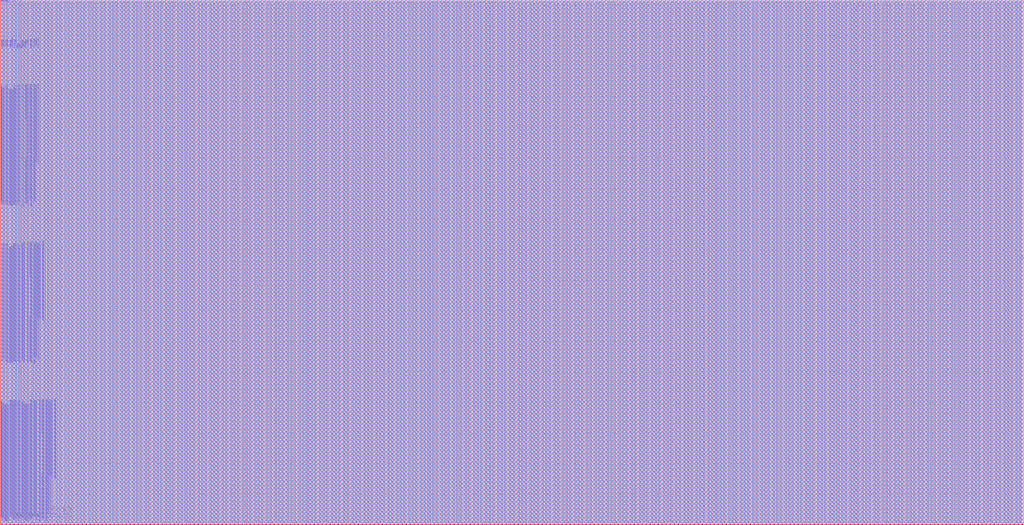
<source format=lef>
VERSION 5.7 ;
BUSBITCHARS "[]" ;
MACRO fakeram65_1024x272
  FOREIGN fakeram65_1024x272 0 0 ;
  SYMMETRY X Y R90 ;
  SIZE 669.700 BY 343.600 ;
  CLASS BLOCK ;
  PIN w_mask_in[0]
    DIRECTION INPUT ;
    USE SIGNAL ;
    SHAPE ABUTMENT ;
    PORT
      LAYER M3 ;
      RECT 0.000 1.365 0.070 1.435 ;
    END
  END w_mask_in[0]
  PIN w_mask_in[1]
    DIRECTION INPUT ;
    USE SIGNAL ;
    SHAPE ABUTMENT ;
    PORT
      LAYER M3 ;
      RECT 0.000 1.645 0.070 1.715 ;
    END
  END w_mask_in[1]
  PIN w_mask_in[2]
    DIRECTION INPUT ;
    USE SIGNAL ;
    SHAPE ABUTMENT ;
    PORT
      LAYER M3 ;
      RECT 0.000 1.925 0.070 1.995 ;
    END
  END w_mask_in[2]
  PIN w_mask_in[3]
    DIRECTION INPUT ;
    USE SIGNAL ;
    SHAPE ABUTMENT ;
    PORT
      LAYER M3 ;
      RECT 0.000 2.205 0.070 2.275 ;
    END
  END w_mask_in[3]
  PIN w_mask_in[4]
    DIRECTION INPUT ;
    USE SIGNAL ;
    SHAPE ABUTMENT ;
    PORT
      LAYER M3 ;
      RECT 0.000 2.485 0.070 2.555 ;
    END
  END w_mask_in[4]
  PIN w_mask_in[5]
    DIRECTION INPUT ;
    USE SIGNAL ;
    SHAPE ABUTMENT ;
    PORT
      LAYER M3 ;
      RECT 0.000 2.765 0.070 2.835 ;
    END
  END w_mask_in[5]
  PIN w_mask_in[6]
    DIRECTION INPUT ;
    USE SIGNAL ;
    SHAPE ABUTMENT ;
    PORT
      LAYER M3 ;
      RECT 0.000 3.045 0.070 3.115 ;
    END
  END w_mask_in[6]
  PIN w_mask_in[7]
    DIRECTION INPUT ;
    USE SIGNAL ;
    SHAPE ABUTMENT ;
    PORT
      LAYER M3 ;
      RECT 0.000 3.325 0.070 3.395 ;
    END
  END w_mask_in[7]
  PIN w_mask_in[8]
    DIRECTION INPUT ;
    USE SIGNAL ;
    SHAPE ABUTMENT ;
    PORT
      LAYER M3 ;
      RECT 0.000 3.605 0.070 3.675 ;
    END
  END w_mask_in[8]
  PIN w_mask_in[9]
    DIRECTION INPUT ;
    USE SIGNAL ;
    SHAPE ABUTMENT ;
    PORT
      LAYER M3 ;
      RECT 0.000 3.885 0.070 3.955 ;
    END
  END w_mask_in[9]
  PIN w_mask_in[10]
    DIRECTION INPUT ;
    USE SIGNAL ;
    SHAPE ABUTMENT ;
    PORT
      LAYER M3 ;
      RECT 0.000 4.165 0.070 4.235 ;
    END
  END w_mask_in[10]
  PIN w_mask_in[11]
    DIRECTION INPUT ;
    USE SIGNAL ;
    SHAPE ABUTMENT ;
    PORT
      LAYER M3 ;
      RECT 0.000 4.445 0.070 4.515 ;
    END
  END w_mask_in[11]
  PIN w_mask_in[12]
    DIRECTION INPUT ;
    USE SIGNAL ;
    SHAPE ABUTMENT ;
    PORT
      LAYER M3 ;
      RECT 0.000 4.725 0.070 4.795 ;
    END
  END w_mask_in[12]
  PIN w_mask_in[13]
    DIRECTION INPUT ;
    USE SIGNAL ;
    SHAPE ABUTMENT ;
    PORT
      LAYER M3 ;
      RECT 0.000 5.005 0.070 5.075 ;
    END
  END w_mask_in[13]
  PIN w_mask_in[14]
    DIRECTION INPUT ;
    USE SIGNAL ;
    SHAPE ABUTMENT ;
    PORT
      LAYER M3 ;
      RECT 0.000 5.285 0.070 5.355 ;
    END
  END w_mask_in[14]
  PIN w_mask_in[15]
    DIRECTION INPUT ;
    USE SIGNAL ;
    SHAPE ABUTMENT ;
    PORT
      LAYER M3 ;
      RECT 0.000 5.565 0.070 5.635 ;
    END
  END w_mask_in[15]
  PIN w_mask_in[16]
    DIRECTION INPUT ;
    USE SIGNAL ;
    SHAPE ABUTMENT ;
    PORT
      LAYER M3 ;
      RECT 0.000 5.845 0.070 5.915 ;
    END
  END w_mask_in[16]
  PIN w_mask_in[17]
    DIRECTION INPUT ;
    USE SIGNAL ;
    SHAPE ABUTMENT ;
    PORT
      LAYER M3 ;
      RECT 0.000 6.125 0.070 6.195 ;
    END
  END w_mask_in[17]
  PIN w_mask_in[18]
    DIRECTION INPUT ;
    USE SIGNAL ;
    SHAPE ABUTMENT ;
    PORT
      LAYER M3 ;
      RECT 0.000 6.405 0.070 6.475 ;
    END
  END w_mask_in[18]
  PIN w_mask_in[19]
    DIRECTION INPUT ;
    USE SIGNAL ;
    SHAPE ABUTMENT ;
    PORT
      LAYER M3 ;
      RECT 0.000 6.685 0.070 6.755 ;
    END
  END w_mask_in[19]
  PIN w_mask_in[20]
    DIRECTION INPUT ;
    USE SIGNAL ;
    SHAPE ABUTMENT ;
    PORT
      LAYER M3 ;
      RECT 0.000 6.965 0.070 7.035 ;
    END
  END w_mask_in[20]
  PIN w_mask_in[21]
    DIRECTION INPUT ;
    USE SIGNAL ;
    SHAPE ABUTMENT ;
    PORT
      LAYER M3 ;
      RECT 0.000 7.245 0.070 7.315 ;
    END
  END w_mask_in[21]
  PIN w_mask_in[22]
    DIRECTION INPUT ;
    USE SIGNAL ;
    SHAPE ABUTMENT ;
    PORT
      LAYER M3 ;
      RECT 0.000 7.525 0.070 7.595 ;
    END
  END w_mask_in[22]
  PIN w_mask_in[23]
    DIRECTION INPUT ;
    USE SIGNAL ;
    SHAPE ABUTMENT ;
    PORT
      LAYER M3 ;
      RECT 0.000 7.805 0.070 7.875 ;
    END
  END w_mask_in[23]
  PIN w_mask_in[24]
    DIRECTION INPUT ;
    USE SIGNAL ;
    SHAPE ABUTMENT ;
    PORT
      LAYER M3 ;
      RECT 0.000 8.085 0.070 8.155 ;
    END
  END w_mask_in[24]
  PIN w_mask_in[25]
    DIRECTION INPUT ;
    USE SIGNAL ;
    SHAPE ABUTMENT ;
    PORT
      LAYER M3 ;
      RECT 0.000 8.365 0.070 8.435 ;
    END
  END w_mask_in[25]
  PIN w_mask_in[26]
    DIRECTION INPUT ;
    USE SIGNAL ;
    SHAPE ABUTMENT ;
    PORT
      LAYER M3 ;
      RECT 0.000 8.645 0.070 8.715 ;
    END
  END w_mask_in[26]
  PIN w_mask_in[27]
    DIRECTION INPUT ;
    USE SIGNAL ;
    SHAPE ABUTMENT ;
    PORT
      LAYER M3 ;
      RECT 0.000 8.925 0.070 8.995 ;
    END
  END w_mask_in[27]
  PIN w_mask_in[28]
    DIRECTION INPUT ;
    USE SIGNAL ;
    SHAPE ABUTMENT ;
    PORT
      LAYER M3 ;
      RECT 0.000 9.205 0.070 9.275 ;
    END
  END w_mask_in[28]
  PIN w_mask_in[29]
    DIRECTION INPUT ;
    USE SIGNAL ;
    SHAPE ABUTMENT ;
    PORT
      LAYER M3 ;
      RECT 0.000 9.485 0.070 9.555 ;
    END
  END w_mask_in[29]
  PIN w_mask_in[30]
    DIRECTION INPUT ;
    USE SIGNAL ;
    SHAPE ABUTMENT ;
    PORT
      LAYER M3 ;
      RECT 0.000 9.765 0.070 9.835 ;
    END
  END w_mask_in[30]
  PIN w_mask_in[31]
    DIRECTION INPUT ;
    USE SIGNAL ;
    SHAPE ABUTMENT ;
    PORT
      LAYER M3 ;
      RECT 0.000 10.045 0.070 10.115 ;
    END
  END w_mask_in[31]
  PIN w_mask_in[32]
    DIRECTION INPUT ;
    USE SIGNAL ;
    SHAPE ABUTMENT ;
    PORT
      LAYER M3 ;
      RECT 0.000 10.325 0.070 10.395 ;
    END
  END w_mask_in[32]
  PIN w_mask_in[33]
    DIRECTION INPUT ;
    USE SIGNAL ;
    SHAPE ABUTMENT ;
    PORT
      LAYER M3 ;
      RECT 0.000 10.605 0.070 10.675 ;
    END
  END w_mask_in[33]
  PIN w_mask_in[34]
    DIRECTION INPUT ;
    USE SIGNAL ;
    SHAPE ABUTMENT ;
    PORT
      LAYER M3 ;
      RECT 0.000 10.885 0.070 10.955 ;
    END
  END w_mask_in[34]
  PIN w_mask_in[35]
    DIRECTION INPUT ;
    USE SIGNAL ;
    SHAPE ABUTMENT ;
    PORT
      LAYER M3 ;
      RECT 0.000 11.165 0.070 11.235 ;
    END
  END w_mask_in[35]
  PIN w_mask_in[36]
    DIRECTION INPUT ;
    USE SIGNAL ;
    SHAPE ABUTMENT ;
    PORT
      LAYER M3 ;
      RECT 0.000 11.445 0.070 11.515 ;
    END
  END w_mask_in[36]
  PIN w_mask_in[37]
    DIRECTION INPUT ;
    USE SIGNAL ;
    SHAPE ABUTMENT ;
    PORT
      LAYER M3 ;
      RECT 0.000 11.725 0.070 11.795 ;
    END
  END w_mask_in[37]
  PIN w_mask_in[38]
    DIRECTION INPUT ;
    USE SIGNAL ;
    SHAPE ABUTMENT ;
    PORT
      LAYER M3 ;
      RECT 0.000 12.005 0.070 12.075 ;
    END
  END w_mask_in[38]
  PIN w_mask_in[39]
    DIRECTION INPUT ;
    USE SIGNAL ;
    SHAPE ABUTMENT ;
    PORT
      LAYER M3 ;
      RECT 0.000 12.285 0.070 12.355 ;
    END
  END w_mask_in[39]
  PIN w_mask_in[40]
    DIRECTION INPUT ;
    USE SIGNAL ;
    SHAPE ABUTMENT ;
    PORT
      LAYER M3 ;
      RECT 0.000 12.565 0.070 12.635 ;
    END
  END w_mask_in[40]
  PIN w_mask_in[41]
    DIRECTION INPUT ;
    USE SIGNAL ;
    SHAPE ABUTMENT ;
    PORT
      LAYER M3 ;
      RECT 0.000 12.845 0.070 12.915 ;
    END
  END w_mask_in[41]
  PIN w_mask_in[42]
    DIRECTION INPUT ;
    USE SIGNAL ;
    SHAPE ABUTMENT ;
    PORT
      LAYER M3 ;
      RECT 0.000 13.125 0.070 13.195 ;
    END
  END w_mask_in[42]
  PIN w_mask_in[43]
    DIRECTION INPUT ;
    USE SIGNAL ;
    SHAPE ABUTMENT ;
    PORT
      LAYER M3 ;
      RECT 0.000 13.405 0.070 13.475 ;
    END
  END w_mask_in[43]
  PIN w_mask_in[44]
    DIRECTION INPUT ;
    USE SIGNAL ;
    SHAPE ABUTMENT ;
    PORT
      LAYER M3 ;
      RECT 0.000 13.685 0.070 13.755 ;
    END
  END w_mask_in[44]
  PIN w_mask_in[45]
    DIRECTION INPUT ;
    USE SIGNAL ;
    SHAPE ABUTMENT ;
    PORT
      LAYER M3 ;
      RECT 0.000 13.965 0.070 14.035 ;
    END
  END w_mask_in[45]
  PIN w_mask_in[46]
    DIRECTION INPUT ;
    USE SIGNAL ;
    SHAPE ABUTMENT ;
    PORT
      LAYER M3 ;
      RECT 0.000 14.245 0.070 14.315 ;
    END
  END w_mask_in[46]
  PIN w_mask_in[47]
    DIRECTION INPUT ;
    USE SIGNAL ;
    SHAPE ABUTMENT ;
    PORT
      LAYER M3 ;
      RECT 0.000 14.525 0.070 14.595 ;
    END
  END w_mask_in[47]
  PIN w_mask_in[48]
    DIRECTION INPUT ;
    USE SIGNAL ;
    SHAPE ABUTMENT ;
    PORT
      LAYER M3 ;
      RECT 0.000 14.805 0.070 14.875 ;
    END
  END w_mask_in[48]
  PIN w_mask_in[49]
    DIRECTION INPUT ;
    USE SIGNAL ;
    SHAPE ABUTMENT ;
    PORT
      LAYER M3 ;
      RECT 0.000 15.085 0.070 15.155 ;
    END
  END w_mask_in[49]
  PIN w_mask_in[50]
    DIRECTION INPUT ;
    USE SIGNAL ;
    SHAPE ABUTMENT ;
    PORT
      LAYER M3 ;
      RECT 0.000 15.365 0.070 15.435 ;
    END
  END w_mask_in[50]
  PIN w_mask_in[51]
    DIRECTION INPUT ;
    USE SIGNAL ;
    SHAPE ABUTMENT ;
    PORT
      LAYER M3 ;
      RECT 0.000 15.645 0.070 15.715 ;
    END
  END w_mask_in[51]
  PIN w_mask_in[52]
    DIRECTION INPUT ;
    USE SIGNAL ;
    SHAPE ABUTMENT ;
    PORT
      LAYER M3 ;
      RECT 0.000 15.925 0.070 15.995 ;
    END
  END w_mask_in[52]
  PIN w_mask_in[53]
    DIRECTION INPUT ;
    USE SIGNAL ;
    SHAPE ABUTMENT ;
    PORT
      LAYER M3 ;
      RECT 0.000 16.205 0.070 16.275 ;
    END
  END w_mask_in[53]
  PIN w_mask_in[54]
    DIRECTION INPUT ;
    USE SIGNAL ;
    SHAPE ABUTMENT ;
    PORT
      LAYER M3 ;
      RECT 0.000 16.485 0.070 16.555 ;
    END
  END w_mask_in[54]
  PIN w_mask_in[55]
    DIRECTION INPUT ;
    USE SIGNAL ;
    SHAPE ABUTMENT ;
    PORT
      LAYER M3 ;
      RECT 0.000 16.765 0.070 16.835 ;
    END
  END w_mask_in[55]
  PIN w_mask_in[56]
    DIRECTION INPUT ;
    USE SIGNAL ;
    SHAPE ABUTMENT ;
    PORT
      LAYER M3 ;
      RECT 0.000 17.045 0.070 17.115 ;
    END
  END w_mask_in[56]
  PIN w_mask_in[57]
    DIRECTION INPUT ;
    USE SIGNAL ;
    SHAPE ABUTMENT ;
    PORT
      LAYER M3 ;
      RECT 0.000 17.325 0.070 17.395 ;
    END
  END w_mask_in[57]
  PIN w_mask_in[58]
    DIRECTION INPUT ;
    USE SIGNAL ;
    SHAPE ABUTMENT ;
    PORT
      LAYER M3 ;
      RECT 0.000 17.605 0.070 17.675 ;
    END
  END w_mask_in[58]
  PIN w_mask_in[59]
    DIRECTION INPUT ;
    USE SIGNAL ;
    SHAPE ABUTMENT ;
    PORT
      LAYER M3 ;
      RECT 0.000 17.885 0.070 17.955 ;
    END
  END w_mask_in[59]
  PIN w_mask_in[60]
    DIRECTION INPUT ;
    USE SIGNAL ;
    SHAPE ABUTMENT ;
    PORT
      LAYER M3 ;
      RECT 0.000 18.165 0.070 18.235 ;
    END
  END w_mask_in[60]
  PIN w_mask_in[61]
    DIRECTION INPUT ;
    USE SIGNAL ;
    SHAPE ABUTMENT ;
    PORT
      LAYER M3 ;
      RECT 0.000 18.445 0.070 18.515 ;
    END
  END w_mask_in[61]
  PIN w_mask_in[62]
    DIRECTION INPUT ;
    USE SIGNAL ;
    SHAPE ABUTMENT ;
    PORT
      LAYER M3 ;
      RECT 0.000 18.725 0.070 18.795 ;
    END
  END w_mask_in[62]
  PIN w_mask_in[63]
    DIRECTION INPUT ;
    USE SIGNAL ;
    SHAPE ABUTMENT ;
    PORT
      LAYER M3 ;
      RECT 0.000 19.005 0.070 19.075 ;
    END
  END w_mask_in[63]
  PIN w_mask_in[64]
    DIRECTION INPUT ;
    USE SIGNAL ;
    SHAPE ABUTMENT ;
    PORT
      LAYER M3 ;
      RECT 0.000 19.285 0.070 19.355 ;
    END
  END w_mask_in[64]
  PIN w_mask_in[65]
    DIRECTION INPUT ;
    USE SIGNAL ;
    SHAPE ABUTMENT ;
    PORT
      LAYER M3 ;
      RECT 0.000 19.565 0.070 19.635 ;
    END
  END w_mask_in[65]
  PIN w_mask_in[66]
    DIRECTION INPUT ;
    USE SIGNAL ;
    SHAPE ABUTMENT ;
    PORT
      LAYER M3 ;
      RECT 0.000 19.845 0.070 19.915 ;
    END
  END w_mask_in[66]
  PIN w_mask_in[67]
    DIRECTION INPUT ;
    USE SIGNAL ;
    SHAPE ABUTMENT ;
    PORT
      LAYER M3 ;
      RECT 0.000 20.125 0.070 20.195 ;
    END
  END w_mask_in[67]
  PIN w_mask_in[68]
    DIRECTION INPUT ;
    USE SIGNAL ;
    SHAPE ABUTMENT ;
    PORT
      LAYER M3 ;
      RECT 0.000 20.405 0.070 20.475 ;
    END
  END w_mask_in[68]
  PIN w_mask_in[69]
    DIRECTION INPUT ;
    USE SIGNAL ;
    SHAPE ABUTMENT ;
    PORT
      LAYER M3 ;
      RECT 0.000 20.685 0.070 20.755 ;
    END
  END w_mask_in[69]
  PIN w_mask_in[70]
    DIRECTION INPUT ;
    USE SIGNAL ;
    SHAPE ABUTMENT ;
    PORT
      LAYER M3 ;
      RECT 0.000 20.965 0.070 21.035 ;
    END
  END w_mask_in[70]
  PIN w_mask_in[71]
    DIRECTION INPUT ;
    USE SIGNAL ;
    SHAPE ABUTMENT ;
    PORT
      LAYER M3 ;
      RECT 0.000 21.245 0.070 21.315 ;
    END
  END w_mask_in[71]
  PIN w_mask_in[72]
    DIRECTION INPUT ;
    USE SIGNAL ;
    SHAPE ABUTMENT ;
    PORT
      LAYER M3 ;
      RECT 0.000 21.525 0.070 21.595 ;
    END
  END w_mask_in[72]
  PIN w_mask_in[73]
    DIRECTION INPUT ;
    USE SIGNAL ;
    SHAPE ABUTMENT ;
    PORT
      LAYER M3 ;
      RECT 0.000 21.805 0.070 21.875 ;
    END
  END w_mask_in[73]
  PIN w_mask_in[74]
    DIRECTION INPUT ;
    USE SIGNAL ;
    SHAPE ABUTMENT ;
    PORT
      LAYER M3 ;
      RECT 0.000 22.085 0.070 22.155 ;
    END
  END w_mask_in[74]
  PIN w_mask_in[75]
    DIRECTION INPUT ;
    USE SIGNAL ;
    SHAPE ABUTMENT ;
    PORT
      LAYER M3 ;
      RECT 0.000 22.365 0.070 22.435 ;
    END
  END w_mask_in[75]
  PIN w_mask_in[76]
    DIRECTION INPUT ;
    USE SIGNAL ;
    SHAPE ABUTMENT ;
    PORT
      LAYER M3 ;
      RECT 0.000 22.645 0.070 22.715 ;
    END
  END w_mask_in[76]
  PIN w_mask_in[77]
    DIRECTION INPUT ;
    USE SIGNAL ;
    SHAPE ABUTMENT ;
    PORT
      LAYER M3 ;
      RECT 0.000 22.925 0.070 22.995 ;
    END
  END w_mask_in[77]
  PIN w_mask_in[78]
    DIRECTION INPUT ;
    USE SIGNAL ;
    SHAPE ABUTMENT ;
    PORT
      LAYER M3 ;
      RECT 0.000 23.205 0.070 23.275 ;
    END
  END w_mask_in[78]
  PIN w_mask_in[79]
    DIRECTION INPUT ;
    USE SIGNAL ;
    SHAPE ABUTMENT ;
    PORT
      LAYER M3 ;
      RECT 0.000 23.485 0.070 23.555 ;
    END
  END w_mask_in[79]
  PIN w_mask_in[80]
    DIRECTION INPUT ;
    USE SIGNAL ;
    SHAPE ABUTMENT ;
    PORT
      LAYER M3 ;
      RECT 0.000 23.765 0.070 23.835 ;
    END
  END w_mask_in[80]
  PIN w_mask_in[81]
    DIRECTION INPUT ;
    USE SIGNAL ;
    SHAPE ABUTMENT ;
    PORT
      LAYER M3 ;
      RECT 0.000 24.045 0.070 24.115 ;
    END
  END w_mask_in[81]
  PIN w_mask_in[82]
    DIRECTION INPUT ;
    USE SIGNAL ;
    SHAPE ABUTMENT ;
    PORT
      LAYER M3 ;
      RECT 0.000 24.325 0.070 24.395 ;
    END
  END w_mask_in[82]
  PIN w_mask_in[83]
    DIRECTION INPUT ;
    USE SIGNAL ;
    SHAPE ABUTMENT ;
    PORT
      LAYER M3 ;
      RECT 0.000 24.605 0.070 24.675 ;
    END
  END w_mask_in[83]
  PIN w_mask_in[84]
    DIRECTION INPUT ;
    USE SIGNAL ;
    SHAPE ABUTMENT ;
    PORT
      LAYER M3 ;
      RECT 0.000 24.885 0.070 24.955 ;
    END
  END w_mask_in[84]
  PIN w_mask_in[85]
    DIRECTION INPUT ;
    USE SIGNAL ;
    SHAPE ABUTMENT ;
    PORT
      LAYER M3 ;
      RECT 0.000 25.165 0.070 25.235 ;
    END
  END w_mask_in[85]
  PIN w_mask_in[86]
    DIRECTION INPUT ;
    USE SIGNAL ;
    SHAPE ABUTMENT ;
    PORT
      LAYER M3 ;
      RECT 0.000 25.445 0.070 25.515 ;
    END
  END w_mask_in[86]
  PIN w_mask_in[87]
    DIRECTION INPUT ;
    USE SIGNAL ;
    SHAPE ABUTMENT ;
    PORT
      LAYER M3 ;
      RECT 0.000 25.725 0.070 25.795 ;
    END
  END w_mask_in[87]
  PIN w_mask_in[88]
    DIRECTION INPUT ;
    USE SIGNAL ;
    SHAPE ABUTMENT ;
    PORT
      LAYER M3 ;
      RECT 0.000 26.005 0.070 26.075 ;
    END
  END w_mask_in[88]
  PIN w_mask_in[89]
    DIRECTION INPUT ;
    USE SIGNAL ;
    SHAPE ABUTMENT ;
    PORT
      LAYER M3 ;
      RECT 0.000 26.285 0.070 26.355 ;
    END
  END w_mask_in[89]
  PIN w_mask_in[90]
    DIRECTION INPUT ;
    USE SIGNAL ;
    SHAPE ABUTMENT ;
    PORT
      LAYER M3 ;
      RECT 0.000 26.565 0.070 26.635 ;
    END
  END w_mask_in[90]
  PIN w_mask_in[91]
    DIRECTION INPUT ;
    USE SIGNAL ;
    SHAPE ABUTMENT ;
    PORT
      LAYER M3 ;
      RECT 0.000 26.845 0.070 26.915 ;
    END
  END w_mask_in[91]
  PIN w_mask_in[92]
    DIRECTION INPUT ;
    USE SIGNAL ;
    SHAPE ABUTMENT ;
    PORT
      LAYER M3 ;
      RECT 0.000 27.125 0.070 27.195 ;
    END
  END w_mask_in[92]
  PIN w_mask_in[93]
    DIRECTION INPUT ;
    USE SIGNAL ;
    SHAPE ABUTMENT ;
    PORT
      LAYER M3 ;
      RECT 0.000 27.405 0.070 27.475 ;
    END
  END w_mask_in[93]
  PIN w_mask_in[94]
    DIRECTION INPUT ;
    USE SIGNAL ;
    SHAPE ABUTMENT ;
    PORT
      LAYER M3 ;
      RECT 0.000 27.685 0.070 27.755 ;
    END
  END w_mask_in[94]
  PIN w_mask_in[95]
    DIRECTION INPUT ;
    USE SIGNAL ;
    SHAPE ABUTMENT ;
    PORT
      LAYER M3 ;
      RECT 0.000 27.965 0.070 28.035 ;
    END
  END w_mask_in[95]
  PIN w_mask_in[96]
    DIRECTION INPUT ;
    USE SIGNAL ;
    SHAPE ABUTMENT ;
    PORT
      LAYER M3 ;
      RECT 0.000 28.245 0.070 28.315 ;
    END
  END w_mask_in[96]
  PIN w_mask_in[97]
    DIRECTION INPUT ;
    USE SIGNAL ;
    SHAPE ABUTMENT ;
    PORT
      LAYER M3 ;
      RECT 0.000 28.525 0.070 28.595 ;
    END
  END w_mask_in[97]
  PIN w_mask_in[98]
    DIRECTION INPUT ;
    USE SIGNAL ;
    SHAPE ABUTMENT ;
    PORT
      LAYER M3 ;
      RECT 0.000 28.805 0.070 28.875 ;
    END
  END w_mask_in[98]
  PIN w_mask_in[99]
    DIRECTION INPUT ;
    USE SIGNAL ;
    SHAPE ABUTMENT ;
    PORT
      LAYER M3 ;
      RECT 0.000 29.085 0.070 29.155 ;
    END
  END w_mask_in[99]
  PIN w_mask_in[100]
    DIRECTION INPUT ;
    USE SIGNAL ;
    SHAPE ABUTMENT ;
    PORT
      LAYER M3 ;
      RECT 0.000 29.365 0.070 29.435 ;
    END
  END w_mask_in[100]
  PIN w_mask_in[101]
    DIRECTION INPUT ;
    USE SIGNAL ;
    SHAPE ABUTMENT ;
    PORT
      LAYER M3 ;
      RECT 0.000 29.645 0.070 29.715 ;
    END
  END w_mask_in[101]
  PIN w_mask_in[102]
    DIRECTION INPUT ;
    USE SIGNAL ;
    SHAPE ABUTMENT ;
    PORT
      LAYER M3 ;
      RECT 0.000 29.925 0.070 29.995 ;
    END
  END w_mask_in[102]
  PIN w_mask_in[103]
    DIRECTION INPUT ;
    USE SIGNAL ;
    SHAPE ABUTMENT ;
    PORT
      LAYER M3 ;
      RECT 0.000 30.205 0.070 30.275 ;
    END
  END w_mask_in[103]
  PIN w_mask_in[104]
    DIRECTION INPUT ;
    USE SIGNAL ;
    SHAPE ABUTMENT ;
    PORT
      LAYER M3 ;
      RECT 0.000 30.485 0.070 30.555 ;
    END
  END w_mask_in[104]
  PIN w_mask_in[105]
    DIRECTION INPUT ;
    USE SIGNAL ;
    SHAPE ABUTMENT ;
    PORT
      LAYER M3 ;
      RECT 0.000 30.765 0.070 30.835 ;
    END
  END w_mask_in[105]
  PIN w_mask_in[106]
    DIRECTION INPUT ;
    USE SIGNAL ;
    SHAPE ABUTMENT ;
    PORT
      LAYER M3 ;
      RECT 0.000 31.045 0.070 31.115 ;
    END
  END w_mask_in[106]
  PIN w_mask_in[107]
    DIRECTION INPUT ;
    USE SIGNAL ;
    SHAPE ABUTMENT ;
    PORT
      LAYER M3 ;
      RECT 0.000 31.325 0.070 31.395 ;
    END
  END w_mask_in[107]
  PIN w_mask_in[108]
    DIRECTION INPUT ;
    USE SIGNAL ;
    SHAPE ABUTMENT ;
    PORT
      LAYER M3 ;
      RECT 0.000 31.605 0.070 31.675 ;
    END
  END w_mask_in[108]
  PIN w_mask_in[109]
    DIRECTION INPUT ;
    USE SIGNAL ;
    SHAPE ABUTMENT ;
    PORT
      LAYER M3 ;
      RECT 0.000 31.885 0.070 31.955 ;
    END
  END w_mask_in[109]
  PIN w_mask_in[110]
    DIRECTION INPUT ;
    USE SIGNAL ;
    SHAPE ABUTMENT ;
    PORT
      LAYER M3 ;
      RECT 0.000 32.165 0.070 32.235 ;
    END
  END w_mask_in[110]
  PIN w_mask_in[111]
    DIRECTION INPUT ;
    USE SIGNAL ;
    SHAPE ABUTMENT ;
    PORT
      LAYER M3 ;
      RECT 0.000 32.445 0.070 32.515 ;
    END
  END w_mask_in[111]
  PIN w_mask_in[112]
    DIRECTION INPUT ;
    USE SIGNAL ;
    SHAPE ABUTMENT ;
    PORT
      LAYER M3 ;
      RECT 0.000 32.725 0.070 32.795 ;
    END
  END w_mask_in[112]
  PIN w_mask_in[113]
    DIRECTION INPUT ;
    USE SIGNAL ;
    SHAPE ABUTMENT ;
    PORT
      LAYER M3 ;
      RECT 0.000 33.005 0.070 33.075 ;
    END
  END w_mask_in[113]
  PIN w_mask_in[114]
    DIRECTION INPUT ;
    USE SIGNAL ;
    SHAPE ABUTMENT ;
    PORT
      LAYER M3 ;
      RECT 0.000 33.285 0.070 33.355 ;
    END
  END w_mask_in[114]
  PIN w_mask_in[115]
    DIRECTION INPUT ;
    USE SIGNAL ;
    SHAPE ABUTMENT ;
    PORT
      LAYER M3 ;
      RECT 0.000 33.565 0.070 33.635 ;
    END
  END w_mask_in[115]
  PIN w_mask_in[116]
    DIRECTION INPUT ;
    USE SIGNAL ;
    SHAPE ABUTMENT ;
    PORT
      LAYER M3 ;
      RECT 0.000 33.845 0.070 33.915 ;
    END
  END w_mask_in[116]
  PIN w_mask_in[117]
    DIRECTION INPUT ;
    USE SIGNAL ;
    SHAPE ABUTMENT ;
    PORT
      LAYER M3 ;
      RECT 0.000 34.125 0.070 34.195 ;
    END
  END w_mask_in[117]
  PIN w_mask_in[118]
    DIRECTION INPUT ;
    USE SIGNAL ;
    SHAPE ABUTMENT ;
    PORT
      LAYER M3 ;
      RECT 0.000 34.405 0.070 34.475 ;
    END
  END w_mask_in[118]
  PIN w_mask_in[119]
    DIRECTION INPUT ;
    USE SIGNAL ;
    SHAPE ABUTMENT ;
    PORT
      LAYER M3 ;
      RECT 0.000 34.685 0.070 34.755 ;
    END
  END w_mask_in[119]
  PIN w_mask_in[120]
    DIRECTION INPUT ;
    USE SIGNAL ;
    SHAPE ABUTMENT ;
    PORT
      LAYER M3 ;
      RECT 0.000 34.965 0.070 35.035 ;
    END
  END w_mask_in[120]
  PIN w_mask_in[121]
    DIRECTION INPUT ;
    USE SIGNAL ;
    SHAPE ABUTMENT ;
    PORT
      LAYER M3 ;
      RECT 0.000 35.245 0.070 35.315 ;
    END
  END w_mask_in[121]
  PIN w_mask_in[122]
    DIRECTION INPUT ;
    USE SIGNAL ;
    SHAPE ABUTMENT ;
    PORT
      LAYER M3 ;
      RECT 0.000 35.525 0.070 35.595 ;
    END
  END w_mask_in[122]
  PIN w_mask_in[123]
    DIRECTION INPUT ;
    USE SIGNAL ;
    SHAPE ABUTMENT ;
    PORT
      LAYER M3 ;
      RECT 0.000 35.805 0.070 35.875 ;
    END
  END w_mask_in[123]
  PIN w_mask_in[124]
    DIRECTION INPUT ;
    USE SIGNAL ;
    SHAPE ABUTMENT ;
    PORT
      LAYER M3 ;
      RECT 0.000 36.085 0.070 36.155 ;
    END
  END w_mask_in[124]
  PIN w_mask_in[125]
    DIRECTION INPUT ;
    USE SIGNAL ;
    SHAPE ABUTMENT ;
    PORT
      LAYER M3 ;
      RECT 0.000 36.365 0.070 36.435 ;
    END
  END w_mask_in[125]
  PIN w_mask_in[126]
    DIRECTION INPUT ;
    USE SIGNAL ;
    SHAPE ABUTMENT ;
    PORT
      LAYER M3 ;
      RECT 0.000 36.645 0.070 36.715 ;
    END
  END w_mask_in[126]
  PIN w_mask_in[127]
    DIRECTION INPUT ;
    USE SIGNAL ;
    SHAPE ABUTMENT ;
    PORT
      LAYER M3 ;
      RECT 0.000 36.925 0.070 36.995 ;
    END
  END w_mask_in[127]
  PIN w_mask_in[128]
    DIRECTION INPUT ;
    USE SIGNAL ;
    SHAPE ABUTMENT ;
    PORT
      LAYER M3 ;
      RECT 0.000 37.205 0.070 37.275 ;
    END
  END w_mask_in[128]
  PIN w_mask_in[129]
    DIRECTION INPUT ;
    USE SIGNAL ;
    SHAPE ABUTMENT ;
    PORT
      LAYER M3 ;
      RECT 0.000 37.485 0.070 37.555 ;
    END
  END w_mask_in[129]
  PIN w_mask_in[130]
    DIRECTION INPUT ;
    USE SIGNAL ;
    SHAPE ABUTMENT ;
    PORT
      LAYER M3 ;
      RECT 0.000 37.765 0.070 37.835 ;
    END
  END w_mask_in[130]
  PIN w_mask_in[131]
    DIRECTION INPUT ;
    USE SIGNAL ;
    SHAPE ABUTMENT ;
    PORT
      LAYER M3 ;
      RECT 0.000 38.045 0.070 38.115 ;
    END
  END w_mask_in[131]
  PIN w_mask_in[132]
    DIRECTION INPUT ;
    USE SIGNAL ;
    SHAPE ABUTMENT ;
    PORT
      LAYER M3 ;
      RECT 0.000 38.325 0.070 38.395 ;
    END
  END w_mask_in[132]
  PIN w_mask_in[133]
    DIRECTION INPUT ;
    USE SIGNAL ;
    SHAPE ABUTMENT ;
    PORT
      LAYER M3 ;
      RECT 0.000 38.605 0.070 38.675 ;
    END
  END w_mask_in[133]
  PIN w_mask_in[134]
    DIRECTION INPUT ;
    USE SIGNAL ;
    SHAPE ABUTMENT ;
    PORT
      LAYER M3 ;
      RECT 0.000 38.885 0.070 38.955 ;
    END
  END w_mask_in[134]
  PIN w_mask_in[135]
    DIRECTION INPUT ;
    USE SIGNAL ;
    SHAPE ABUTMENT ;
    PORT
      LAYER M3 ;
      RECT 0.000 39.165 0.070 39.235 ;
    END
  END w_mask_in[135]
  PIN w_mask_in[136]
    DIRECTION INPUT ;
    USE SIGNAL ;
    SHAPE ABUTMENT ;
    PORT
      LAYER M3 ;
      RECT 0.000 39.445 0.070 39.515 ;
    END
  END w_mask_in[136]
  PIN w_mask_in[137]
    DIRECTION INPUT ;
    USE SIGNAL ;
    SHAPE ABUTMENT ;
    PORT
      LAYER M3 ;
      RECT 0.000 39.725 0.070 39.795 ;
    END
  END w_mask_in[137]
  PIN w_mask_in[138]
    DIRECTION INPUT ;
    USE SIGNAL ;
    SHAPE ABUTMENT ;
    PORT
      LAYER M3 ;
      RECT 0.000 40.005 0.070 40.075 ;
    END
  END w_mask_in[138]
  PIN w_mask_in[139]
    DIRECTION INPUT ;
    USE SIGNAL ;
    SHAPE ABUTMENT ;
    PORT
      LAYER M3 ;
      RECT 0.000 40.285 0.070 40.355 ;
    END
  END w_mask_in[139]
  PIN w_mask_in[140]
    DIRECTION INPUT ;
    USE SIGNAL ;
    SHAPE ABUTMENT ;
    PORT
      LAYER M3 ;
      RECT 0.000 40.565 0.070 40.635 ;
    END
  END w_mask_in[140]
  PIN w_mask_in[141]
    DIRECTION INPUT ;
    USE SIGNAL ;
    SHAPE ABUTMENT ;
    PORT
      LAYER M3 ;
      RECT 0.000 40.845 0.070 40.915 ;
    END
  END w_mask_in[141]
  PIN w_mask_in[142]
    DIRECTION INPUT ;
    USE SIGNAL ;
    SHAPE ABUTMENT ;
    PORT
      LAYER M3 ;
      RECT 0.000 41.125 0.070 41.195 ;
    END
  END w_mask_in[142]
  PIN w_mask_in[143]
    DIRECTION INPUT ;
    USE SIGNAL ;
    SHAPE ABUTMENT ;
    PORT
      LAYER M3 ;
      RECT 0.000 41.405 0.070 41.475 ;
    END
  END w_mask_in[143]
  PIN w_mask_in[144]
    DIRECTION INPUT ;
    USE SIGNAL ;
    SHAPE ABUTMENT ;
    PORT
      LAYER M3 ;
      RECT 0.000 41.685 0.070 41.755 ;
    END
  END w_mask_in[144]
  PIN w_mask_in[145]
    DIRECTION INPUT ;
    USE SIGNAL ;
    SHAPE ABUTMENT ;
    PORT
      LAYER M3 ;
      RECT 0.000 41.965 0.070 42.035 ;
    END
  END w_mask_in[145]
  PIN w_mask_in[146]
    DIRECTION INPUT ;
    USE SIGNAL ;
    SHAPE ABUTMENT ;
    PORT
      LAYER M3 ;
      RECT 0.000 42.245 0.070 42.315 ;
    END
  END w_mask_in[146]
  PIN w_mask_in[147]
    DIRECTION INPUT ;
    USE SIGNAL ;
    SHAPE ABUTMENT ;
    PORT
      LAYER M3 ;
      RECT 0.000 42.525 0.070 42.595 ;
    END
  END w_mask_in[147]
  PIN w_mask_in[148]
    DIRECTION INPUT ;
    USE SIGNAL ;
    SHAPE ABUTMENT ;
    PORT
      LAYER M3 ;
      RECT 0.000 42.805 0.070 42.875 ;
    END
  END w_mask_in[148]
  PIN w_mask_in[149]
    DIRECTION INPUT ;
    USE SIGNAL ;
    SHAPE ABUTMENT ;
    PORT
      LAYER M3 ;
      RECT 0.000 43.085 0.070 43.155 ;
    END
  END w_mask_in[149]
  PIN w_mask_in[150]
    DIRECTION INPUT ;
    USE SIGNAL ;
    SHAPE ABUTMENT ;
    PORT
      LAYER M3 ;
      RECT 0.000 43.365 0.070 43.435 ;
    END
  END w_mask_in[150]
  PIN w_mask_in[151]
    DIRECTION INPUT ;
    USE SIGNAL ;
    SHAPE ABUTMENT ;
    PORT
      LAYER M3 ;
      RECT 0.000 43.645 0.070 43.715 ;
    END
  END w_mask_in[151]
  PIN w_mask_in[152]
    DIRECTION INPUT ;
    USE SIGNAL ;
    SHAPE ABUTMENT ;
    PORT
      LAYER M3 ;
      RECT 0.000 43.925 0.070 43.995 ;
    END
  END w_mask_in[152]
  PIN w_mask_in[153]
    DIRECTION INPUT ;
    USE SIGNAL ;
    SHAPE ABUTMENT ;
    PORT
      LAYER M3 ;
      RECT 0.000 44.205 0.070 44.275 ;
    END
  END w_mask_in[153]
  PIN w_mask_in[154]
    DIRECTION INPUT ;
    USE SIGNAL ;
    SHAPE ABUTMENT ;
    PORT
      LAYER M3 ;
      RECT 0.000 44.485 0.070 44.555 ;
    END
  END w_mask_in[154]
  PIN w_mask_in[155]
    DIRECTION INPUT ;
    USE SIGNAL ;
    SHAPE ABUTMENT ;
    PORT
      LAYER M3 ;
      RECT 0.000 44.765 0.070 44.835 ;
    END
  END w_mask_in[155]
  PIN w_mask_in[156]
    DIRECTION INPUT ;
    USE SIGNAL ;
    SHAPE ABUTMENT ;
    PORT
      LAYER M3 ;
      RECT 0.000 45.045 0.070 45.115 ;
    END
  END w_mask_in[156]
  PIN w_mask_in[157]
    DIRECTION INPUT ;
    USE SIGNAL ;
    SHAPE ABUTMENT ;
    PORT
      LAYER M3 ;
      RECT 0.000 45.325 0.070 45.395 ;
    END
  END w_mask_in[157]
  PIN w_mask_in[158]
    DIRECTION INPUT ;
    USE SIGNAL ;
    SHAPE ABUTMENT ;
    PORT
      LAYER M3 ;
      RECT 0.000 45.605 0.070 45.675 ;
    END
  END w_mask_in[158]
  PIN w_mask_in[159]
    DIRECTION INPUT ;
    USE SIGNAL ;
    SHAPE ABUTMENT ;
    PORT
      LAYER M3 ;
      RECT 0.000 45.885 0.070 45.955 ;
    END
  END w_mask_in[159]
  PIN w_mask_in[160]
    DIRECTION INPUT ;
    USE SIGNAL ;
    SHAPE ABUTMENT ;
    PORT
      LAYER M3 ;
      RECT 0.000 46.165 0.070 46.235 ;
    END
  END w_mask_in[160]
  PIN w_mask_in[161]
    DIRECTION INPUT ;
    USE SIGNAL ;
    SHAPE ABUTMENT ;
    PORT
      LAYER M3 ;
      RECT 0.000 46.445 0.070 46.515 ;
    END
  END w_mask_in[161]
  PIN w_mask_in[162]
    DIRECTION INPUT ;
    USE SIGNAL ;
    SHAPE ABUTMENT ;
    PORT
      LAYER M3 ;
      RECT 0.000 46.725 0.070 46.795 ;
    END
  END w_mask_in[162]
  PIN w_mask_in[163]
    DIRECTION INPUT ;
    USE SIGNAL ;
    SHAPE ABUTMENT ;
    PORT
      LAYER M3 ;
      RECT 0.000 47.005 0.070 47.075 ;
    END
  END w_mask_in[163]
  PIN w_mask_in[164]
    DIRECTION INPUT ;
    USE SIGNAL ;
    SHAPE ABUTMENT ;
    PORT
      LAYER M3 ;
      RECT 0.000 47.285 0.070 47.355 ;
    END
  END w_mask_in[164]
  PIN w_mask_in[165]
    DIRECTION INPUT ;
    USE SIGNAL ;
    SHAPE ABUTMENT ;
    PORT
      LAYER M3 ;
      RECT 0.000 47.565 0.070 47.635 ;
    END
  END w_mask_in[165]
  PIN w_mask_in[166]
    DIRECTION INPUT ;
    USE SIGNAL ;
    SHAPE ABUTMENT ;
    PORT
      LAYER M3 ;
      RECT 0.000 47.845 0.070 47.915 ;
    END
  END w_mask_in[166]
  PIN w_mask_in[167]
    DIRECTION INPUT ;
    USE SIGNAL ;
    SHAPE ABUTMENT ;
    PORT
      LAYER M3 ;
      RECT 0.000 48.125 0.070 48.195 ;
    END
  END w_mask_in[167]
  PIN w_mask_in[168]
    DIRECTION INPUT ;
    USE SIGNAL ;
    SHAPE ABUTMENT ;
    PORT
      LAYER M3 ;
      RECT 0.000 48.405 0.070 48.475 ;
    END
  END w_mask_in[168]
  PIN w_mask_in[169]
    DIRECTION INPUT ;
    USE SIGNAL ;
    SHAPE ABUTMENT ;
    PORT
      LAYER M3 ;
      RECT 0.000 48.685 0.070 48.755 ;
    END
  END w_mask_in[169]
  PIN w_mask_in[170]
    DIRECTION INPUT ;
    USE SIGNAL ;
    SHAPE ABUTMENT ;
    PORT
      LAYER M3 ;
      RECT 0.000 48.965 0.070 49.035 ;
    END
  END w_mask_in[170]
  PIN w_mask_in[171]
    DIRECTION INPUT ;
    USE SIGNAL ;
    SHAPE ABUTMENT ;
    PORT
      LAYER M3 ;
      RECT 0.000 49.245 0.070 49.315 ;
    END
  END w_mask_in[171]
  PIN w_mask_in[172]
    DIRECTION INPUT ;
    USE SIGNAL ;
    SHAPE ABUTMENT ;
    PORT
      LAYER M3 ;
      RECT 0.000 49.525 0.070 49.595 ;
    END
  END w_mask_in[172]
  PIN w_mask_in[173]
    DIRECTION INPUT ;
    USE SIGNAL ;
    SHAPE ABUTMENT ;
    PORT
      LAYER M3 ;
      RECT 0.000 49.805 0.070 49.875 ;
    END
  END w_mask_in[173]
  PIN w_mask_in[174]
    DIRECTION INPUT ;
    USE SIGNAL ;
    SHAPE ABUTMENT ;
    PORT
      LAYER M3 ;
      RECT 0.000 50.085 0.070 50.155 ;
    END
  END w_mask_in[174]
  PIN w_mask_in[175]
    DIRECTION INPUT ;
    USE SIGNAL ;
    SHAPE ABUTMENT ;
    PORT
      LAYER M3 ;
      RECT 0.000 50.365 0.070 50.435 ;
    END
  END w_mask_in[175]
  PIN w_mask_in[176]
    DIRECTION INPUT ;
    USE SIGNAL ;
    SHAPE ABUTMENT ;
    PORT
      LAYER M3 ;
      RECT 0.000 50.645 0.070 50.715 ;
    END
  END w_mask_in[176]
  PIN w_mask_in[177]
    DIRECTION INPUT ;
    USE SIGNAL ;
    SHAPE ABUTMENT ;
    PORT
      LAYER M3 ;
      RECT 0.000 50.925 0.070 50.995 ;
    END
  END w_mask_in[177]
  PIN w_mask_in[178]
    DIRECTION INPUT ;
    USE SIGNAL ;
    SHAPE ABUTMENT ;
    PORT
      LAYER M3 ;
      RECT 0.000 51.205 0.070 51.275 ;
    END
  END w_mask_in[178]
  PIN w_mask_in[179]
    DIRECTION INPUT ;
    USE SIGNAL ;
    SHAPE ABUTMENT ;
    PORT
      LAYER M3 ;
      RECT 0.000 51.485 0.070 51.555 ;
    END
  END w_mask_in[179]
  PIN w_mask_in[180]
    DIRECTION INPUT ;
    USE SIGNAL ;
    SHAPE ABUTMENT ;
    PORT
      LAYER M3 ;
      RECT 0.000 51.765 0.070 51.835 ;
    END
  END w_mask_in[180]
  PIN w_mask_in[181]
    DIRECTION INPUT ;
    USE SIGNAL ;
    SHAPE ABUTMENT ;
    PORT
      LAYER M3 ;
      RECT 0.000 52.045 0.070 52.115 ;
    END
  END w_mask_in[181]
  PIN w_mask_in[182]
    DIRECTION INPUT ;
    USE SIGNAL ;
    SHAPE ABUTMENT ;
    PORT
      LAYER M3 ;
      RECT 0.000 52.325 0.070 52.395 ;
    END
  END w_mask_in[182]
  PIN w_mask_in[183]
    DIRECTION INPUT ;
    USE SIGNAL ;
    SHAPE ABUTMENT ;
    PORT
      LAYER M3 ;
      RECT 0.000 52.605 0.070 52.675 ;
    END
  END w_mask_in[183]
  PIN w_mask_in[184]
    DIRECTION INPUT ;
    USE SIGNAL ;
    SHAPE ABUTMENT ;
    PORT
      LAYER M3 ;
      RECT 0.000 52.885 0.070 52.955 ;
    END
  END w_mask_in[184]
  PIN w_mask_in[185]
    DIRECTION INPUT ;
    USE SIGNAL ;
    SHAPE ABUTMENT ;
    PORT
      LAYER M3 ;
      RECT 0.000 53.165 0.070 53.235 ;
    END
  END w_mask_in[185]
  PIN w_mask_in[186]
    DIRECTION INPUT ;
    USE SIGNAL ;
    SHAPE ABUTMENT ;
    PORT
      LAYER M3 ;
      RECT 0.000 53.445 0.070 53.515 ;
    END
  END w_mask_in[186]
  PIN w_mask_in[187]
    DIRECTION INPUT ;
    USE SIGNAL ;
    SHAPE ABUTMENT ;
    PORT
      LAYER M3 ;
      RECT 0.000 53.725 0.070 53.795 ;
    END
  END w_mask_in[187]
  PIN w_mask_in[188]
    DIRECTION INPUT ;
    USE SIGNAL ;
    SHAPE ABUTMENT ;
    PORT
      LAYER M3 ;
      RECT 0.000 54.005 0.070 54.075 ;
    END
  END w_mask_in[188]
  PIN w_mask_in[189]
    DIRECTION INPUT ;
    USE SIGNAL ;
    SHAPE ABUTMENT ;
    PORT
      LAYER M3 ;
      RECT 0.000 54.285 0.070 54.355 ;
    END
  END w_mask_in[189]
  PIN w_mask_in[190]
    DIRECTION INPUT ;
    USE SIGNAL ;
    SHAPE ABUTMENT ;
    PORT
      LAYER M3 ;
      RECT 0.000 54.565 0.070 54.635 ;
    END
  END w_mask_in[190]
  PIN w_mask_in[191]
    DIRECTION INPUT ;
    USE SIGNAL ;
    SHAPE ABUTMENT ;
    PORT
      LAYER M3 ;
      RECT 0.000 54.845 0.070 54.915 ;
    END
  END w_mask_in[191]
  PIN w_mask_in[192]
    DIRECTION INPUT ;
    USE SIGNAL ;
    SHAPE ABUTMENT ;
    PORT
      LAYER M3 ;
      RECT 0.000 55.125 0.070 55.195 ;
    END
  END w_mask_in[192]
  PIN w_mask_in[193]
    DIRECTION INPUT ;
    USE SIGNAL ;
    SHAPE ABUTMENT ;
    PORT
      LAYER M3 ;
      RECT 0.000 55.405 0.070 55.475 ;
    END
  END w_mask_in[193]
  PIN w_mask_in[194]
    DIRECTION INPUT ;
    USE SIGNAL ;
    SHAPE ABUTMENT ;
    PORT
      LAYER M3 ;
      RECT 0.000 55.685 0.070 55.755 ;
    END
  END w_mask_in[194]
  PIN w_mask_in[195]
    DIRECTION INPUT ;
    USE SIGNAL ;
    SHAPE ABUTMENT ;
    PORT
      LAYER M3 ;
      RECT 0.000 55.965 0.070 56.035 ;
    END
  END w_mask_in[195]
  PIN w_mask_in[196]
    DIRECTION INPUT ;
    USE SIGNAL ;
    SHAPE ABUTMENT ;
    PORT
      LAYER M3 ;
      RECT 0.000 56.245 0.070 56.315 ;
    END
  END w_mask_in[196]
  PIN w_mask_in[197]
    DIRECTION INPUT ;
    USE SIGNAL ;
    SHAPE ABUTMENT ;
    PORT
      LAYER M3 ;
      RECT 0.000 56.525 0.070 56.595 ;
    END
  END w_mask_in[197]
  PIN w_mask_in[198]
    DIRECTION INPUT ;
    USE SIGNAL ;
    SHAPE ABUTMENT ;
    PORT
      LAYER M3 ;
      RECT 0.000 56.805 0.070 56.875 ;
    END
  END w_mask_in[198]
  PIN w_mask_in[199]
    DIRECTION INPUT ;
    USE SIGNAL ;
    SHAPE ABUTMENT ;
    PORT
      LAYER M3 ;
      RECT 0.000 57.085 0.070 57.155 ;
    END
  END w_mask_in[199]
  PIN w_mask_in[200]
    DIRECTION INPUT ;
    USE SIGNAL ;
    SHAPE ABUTMENT ;
    PORT
      LAYER M3 ;
      RECT 0.000 57.365 0.070 57.435 ;
    END
  END w_mask_in[200]
  PIN w_mask_in[201]
    DIRECTION INPUT ;
    USE SIGNAL ;
    SHAPE ABUTMENT ;
    PORT
      LAYER M3 ;
      RECT 0.000 57.645 0.070 57.715 ;
    END
  END w_mask_in[201]
  PIN w_mask_in[202]
    DIRECTION INPUT ;
    USE SIGNAL ;
    SHAPE ABUTMENT ;
    PORT
      LAYER M3 ;
      RECT 0.000 57.925 0.070 57.995 ;
    END
  END w_mask_in[202]
  PIN w_mask_in[203]
    DIRECTION INPUT ;
    USE SIGNAL ;
    SHAPE ABUTMENT ;
    PORT
      LAYER M3 ;
      RECT 0.000 58.205 0.070 58.275 ;
    END
  END w_mask_in[203]
  PIN w_mask_in[204]
    DIRECTION INPUT ;
    USE SIGNAL ;
    SHAPE ABUTMENT ;
    PORT
      LAYER M3 ;
      RECT 0.000 58.485 0.070 58.555 ;
    END
  END w_mask_in[204]
  PIN w_mask_in[205]
    DIRECTION INPUT ;
    USE SIGNAL ;
    SHAPE ABUTMENT ;
    PORT
      LAYER M3 ;
      RECT 0.000 58.765 0.070 58.835 ;
    END
  END w_mask_in[205]
  PIN w_mask_in[206]
    DIRECTION INPUT ;
    USE SIGNAL ;
    SHAPE ABUTMENT ;
    PORT
      LAYER M3 ;
      RECT 0.000 59.045 0.070 59.115 ;
    END
  END w_mask_in[206]
  PIN w_mask_in[207]
    DIRECTION INPUT ;
    USE SIGNAL ;
    SHAPE ABUTMENT ;
    PORT
      LAYER M3 ;
      RECT 0.000 59.325 0.070 59.395 ;
    END
  END w_mask_in[207]
  PIN w_mask_in[208]
    DIRECTION INPUT ;
    USE SIGNAL ;
    SHAPE ABUTMENT ;
    PORT
      LAYER M3 ;
      RECT 0.000 59.605 0.070 59.675 ;
    END
  END w_mask_in[208]
  PIN w_mask_in[209]
    DIRECTION INPUT ;
    USE SIGNAL ;
    SHAPE ABUTMENT ;
    PORT
      LAYER M3 ;
      RECT 0.000 59.885 0.070 59.955 ;
    END
  END w_mask_in[209]
  PIN w_mask_in[210]
    DIRECTION INPUT ;
    USE SIGNAL ;
    SHAPE ABUTMENT ;
    PORT
      LAYER M3 ;
      RECT 0.000 60.165 0.070 60.235 ;
    END
  END w_mask_in[210]
  PIN w_mask_in[211]
    DIRECTION INPUT ;
    USE SIGNAL ;
    SHAPE ABUTMENT ;
    PORT
      LAYER M3 ;
      RECT 0.000 60.445 0.070 60.515 ;
    END
  END w_mask_in[211]
  PIN w_mask_in[212]
    DIRECTION INPUT ;
    USE SIGNAL ;
    SHAPE ABUTMENT ;
    PORT
      LAYER M3 ;
      RECT 0.000 60.725 0.070 60.795 ;
    END
  END w_mask_in[212]
  PIN w_mask_in[213]
    DIRECTION INPUT ;
    USE SIGNAL ;
    SHAPE ABUTMENT ;
    PORT
      LAYER M3 ;
      RECT 0.000 61.005 0.070 61.075 ;
    END
  END w_mask_in[213]
  PIN w_mask_in[214]
    DIRECTION INPUT ;
    USE SIGNAL ;
    SHAPE ABUTMENT ;
    PORT
      LAYER M3 ;
      RECT 0.000 61.285 0.070 61.355 ;
    END
  END w_mask_in[214]
  PIN w_mask_in[215]
    DIRECTION INPUT ;
    USE SIGNAL ;
    SHAPE ABUTMENT ;
    PORT
      LAYER M3 ;
      RECT 0.000 61.565 0.070 61.635 ;
    END
  END w_mask_in[215]
  PIN w_mask_in[216]
    DIRECTION INPUT ;
    USE SIGNAL ;
    SHAPE ABUTMENT ;
    PORT
      LAYER M3 ;
      RECT 0.000 61.845 0.070 61.915 ;
    END
  END w_mask_in[216]
  PIN w_mask_in[217]
    DIRECTION INPUT ;
    USE SIGNAL ;
    SHAPE ABUTMENT ;
    PORT
      LAYER M3 ;
      RECT 0.000 62.125 0.070 62.195 ;
    END
  END w_mask_in[217]
  PIN w_mask_in[218]
    DIRECTION INPUT ;
    USE SIGNAL ;
    SHAPE ABUTMENT ;
    PORT
      LAYER M3 ;
      RECT 0.000 62.405 0.070 62.475 ;
    END
  END w_mask_in[218]
  PIN w_mask_in[219]
    DIRECTION INPUT ;
    USE SIGNAL ;
    SHAPE ABUTMENT ;
    PORT
      LAYER M3 ;
      RECT 0.000 62.685 0.070 62.755 ;
    END
  END w_mask_in[219]
  PIN w_mask_in[220]
    DIRECTION INPUT ;
    USE SIGNAL ;
    SHAPE ABUTMENT ;
    PORT
      LAYER M3 ;
      RECT 0.000 62.965 0.070 63.035 ;
    END
  END w_mask_in[220]
  PIN w_mask_in[221]
    DIRECTION INPUT ;
    USE SIGNAL ;
    SHAPE ABUTMENT ;
    PORT
      LAYER M3 ;
      RECT 0.000 63.245 0.070 63.315 ;
    END
  END w_mask_in[221]
  PIN w_mask_in[222]
    DIRECTION INPUT ;
    USE SIGNAL ;
    SHAPE ABUTMENT ;
    PORT
      LAYER M3 ;
      RECT 0.000 63.525 0.070 63.595 ;
    END
  END w_mask_in[222]
  PIN w_mask_in[223]
    DIRECTION INPUT ;
    USE SIGNAL ;
    SHAPE ABUTMENT ;
    PORT
      LAYER M3 ;
      RECT 0.000 63.805 0.070 63.875 ;
    END
  END w_mask_in[223]
  PIN w_mask_in[224]
    DIRECTION INPUT ;
    USE SIGNAL ;
    SHAPE ABUTMENT ;
    PORT
      LAYER M3 ;
      RECT 0.000 64.085 0.070 64.155 ;
    END
  END w_mask_in[224]
  PIN w_mask_in[225]
    DIRECTION INPUT ;
    USE SIGNAL ;
    SHAPE ABUTMENT ;
    PORT
      LAYER M3 ;
      RECT 0.000 64.365 0.070 64.435 ;
    END
  END w_mask_in[225]
  PIN w_mask_in[226]
    DIRECTION INPUT ;
    USE SIGNAL ;
    SHAPE ABUTMENT ;
    PORT
      LAYER M3 ;
      RECT 0.000 64.645 0.070 64.715 ;
    END
  END w_mask_in[226]
  PIN w_mask_in[227]
    DIRECTION INPUT ;
    USE SIGNAL ;
    SHAPE ABUTMENT ;
    PORT
      LAYER M3 ;
      RECT 0.000 64.925 0.070 64.995 ;
    END
  END w_mask_in[227]
  PIN w_mask_in[228]
    DIRECTION INPUT ;
    USE SIGNAL ;
    SHAPE ABUTMENT ;
    PORT
      LAYER M3 ;
      RECT 0.000 65.205 0.070 65.275 ;
    END
  END w_mask_in[228]
  PIN w_mask_in[229]
    DIRECTION INPUT ;
    USE SIGNAL ;
    SHAPE ABUTMENT ;
    PORT
      LAYER M3 ;
      RECT 0.000 65.485 0.070 65.555 ;
    END
  END w_mask_in[229]
  PIN w_mask_in[230]
    DIRECTION INPUT ;
    USE SIGNAL ;
    SHAPE ABUTMENT ;
    PORT
      LAYER M3 ;
      RECT 0.000 65.765 0.070 65.835 ;
    END
  END w_mask_in[230]
  PIN w_mask_in[231]
    DIRECTION INPUT ;
    USE SIGNAL ;
    SHAPE ABUTMENT ;
    PORT
      LAYER M3 ;
      RECT 0.000 66.045 0.070 66.115 ;
    END
  END w_mask_in[231]
  PIN w_mask_in[232]
    DIRECTION INPUT ;
    USE SIGNAL ;
    SHAPE ABUTMENT ;
    PORT
      LAYER M3 ;
      RECT 0.000 66.325 0.070 66.395 ;
    END
  END w_mask_in[232]
  PIN w_mask_in[233]
    DIRECTION INPUT ;
    USE SIGNAL ;
    SHAPE ABUTMENT ;
    PORT
      LAYER M3 ;
      RECT 0.000 66.605 0.070 66.675 ;
    END
  END w_mask_in[233]
  PIN w_mask_in[234]
    DIRECTION INPUT ;
    USE SIGNAL ;
    SHAPE ABUTMENT ;
    PORT
      LAYER M3 ;
      RECT 0.000 66.885 0.070 66.955 ;
    END
  END w_mask_in[234]
  PIN w_mask_in[235]
    DIRECTION INPUT ;
    USE SIGNAL ;
    SHAPE ABUTMENT ;
    PORT
      LAYER M3 ;
      RECT 0.000 67.165 0.070 67.235 ;
    END
  END w_mask_in[235]
  PIN w_mask_in[236]
    DIRECTION INPUT ;
    USE SIGNAL ;
    SHAPE ABUTMENT ;
    PORT
      LAYER M3 ;
      RECT 0.000 67.445 0.070 67.515 ;
    END
  END w_mask_in[236]
  PIN w_mask_in[237]
    DIRECTION INPUT ;
    USE SIGNAL ;
    SHAPE ABUTMENT ;
    PORT
      LAYER M3 ;
      RECT 0.000 67.725 0.070 67.795 ;
    END
  END w_mask_in[237]
  PIN w_mask_in[238]
    DIRECTION INPUT ;
    USE SIGNAL ;
    SHAPE ABUTMENT ;
    PORT
      LAYER M3 ;
      RECT 0.000 68.005 0.070 68.075 ;
    END
  END w_mask_in[238]
  PIN w_mask_in[239]
    DIRECTION INPUT ;
    USE SIGNAL ;
    SHAPE ABUTMENT ;
    PORT
      LAYER M3 ;
      RECT 0.000 68.285 0.070 68.355 ;
    END
  END w_mask_in[239]
  PIN w_mask_in[240]
    DIRECTION INPUT ;
    USE SIGNAL ;
    SHAPE ABUTMENT ;
    PORT
      LAYER M3 ;
      RECT 0.000 68.565 0.070 68.635 ;
    END
  END w_mask_in[240]
  PIN w_mask_in[241]
    DIRECTION INPUT ;
    USE SIGNAL ;
    SHAPE ABUTMENT ;
    PORT
      LAYER M3 ;
      RECT 0.000 68.845 0.070 68.915 ;
    END
  END w_mask_in[241]
  PIN w_mask_in[242]
    DIRECTION INPUT ;
    USE SIGNAL ;
    SHAPE ABUTMENT ;
    PORT
      LAYER M3 ;
      RECT 0.000 69.125 0.070 69.195 ;
    END
  END w_mask_in[242]
  PIN w_mask_in[243]
    DIRECTION INPUT ;
    USE SIGNAL ;
    SHAPE ABUTMENT ;
    PORT
      LAYER M3 ;
      RECT 0.000 69.405 0.070 69.475 ;
    END
  END w_mask_in[243]
  PIN w_mask_in[244]
    DIRECTION INPUT ;
    USE SIGNAL ;
    SHAPE ABUTMENT ;
    PORT
      LAYER M3 ;
      RECT 0.000 69.685 0.070 69.755 ;
    END
  END w_mask_in[244]
  PIN w_mask_in[245]
    DIRECTION INPUT ;
    USE SIGNAL ;
    SHAPE ABUTMENT ;
    PORT
      LAYER M3 ;
      RECT 0.000 69.965 0.070 70.035 ;
    END
  END w_mask_in[245]
  PIN w_mask_in[246]
    DIRECTION INPUT ;
    USE SIGNAL ;
    SHAPE ABUTMENT ;
    PORT
      LAYER M3 ;
      RECT 0.000 70.245 0.070 70.315 ;
    END
  END w_mask_in[246]
  PIN w_mask_in[247]
    DIRECTION INPUT ;
    USE SIGNAL ;
    SHAPE ABUTMENT ;
    PORT
      LAYER M3 ;
      RECT 0.000 70.525 0.070 70.595 ;
    END
  END w_mask_in[247]
  PIN w_mask_in[248]
    DIRECTION INPUT ;
    USE SIGNAL ;
    SHAPE ABUTMENT ;
    PORT
      LAYER M3 ;
      RECT 0.000 70.805 0.070 70.875 ;
    END
  END w_mask_in[248]
  PIN w_mask_in[249]
    DIRECTION INPUT ;
    USE SIGNAL ;
    SHAPE ABUTMENT ;
    PORT
      LAYER M3 ;
      RECT 0.000 71.085 0.070 71.155 ;
    END
  END w_mask_in[249]
  PIN w_mask_in[250]
    DIRECTION INPUT ;
    USE SIGNAL ;
    SHAPE ABUTMENT ;
    PORT
      LAYER M3 ;
      RECT 0.000 71.365 0.070 71.435 ;
    END
  END w_mask_in[250]
  PIN w_mask_in[251]
    DIRECTION INPUT ;
    USE SIGNAL ;
    SHAPE ABUTMENT ;
    PORT
      LAYER M3 ;
      RECT 0.000 71.645 0.070 71.715 ;
    END
  END w_mask_in[251]
  PIN w_mask_in[252]
    DIRECTION INPUT ;
    USE SIGNAL ;
    SHAPE ABUTMENT ;
    PORT
      LAYER M3 ;
      RECT 0.000 71.925 0.070 71.995 ;
    END
  END w_mask_in[252]
  PIN w_mask_in[253]
    DIRECTION INPUT ;
    USE SIGNAL ;
    SHAPE ABUTMENT ;
    PORT
      LAYER M3 ;
      RECT 0.000 72.205 0.070 72.275 ;
    END
  END w_mask_in[253]
  PIN w_mask_in[254]
    DIRECTION INPUT ;
    USE SIGNAL ;
    SHAPE ABUTMENT ;
    PORT
      LAYER M3 ;
      RECT 0.000 72.485 0.070 72.555 ;
    END
  END w_mask_in[254]
  PIN w_mask_in[255]
    DIRECTION INPUT ;
    USE SIGNAL ;
    SHAPE ABUTMENT ;
    PORT
      LAYER M3 ;
      RECT 0.000 72.765 0.070 72.835 ;
    END
  END w_mask_in[255]
  PIN w_mask_in[256]
    DIRECTION INPUT ;
    USE SIGNAL ;
    SHAPE ABUTMENT ;
    PORT
      LAYER M3 ;
      RECT 0.000 73.045 0.070 73.115 ;
    END
  END w_mask_in[256]
  PIN w_mask_in[257]
    DIRECTION INPUT ;
    USE SIGNAL ;
    SHAPE ABUTMENT ;
    PORT
      LAYER M3 ;
      RECT 0.000 73.325 0.070 73.395 ;
    END
  END w_mask_in[257]
  PIN w_mask_in[258]
    DIRECTION INPUT ;
    USE SIGNAL ;
    SHAPE ABUTMENT ;
    PORT
      LAYER M3 ;
      RECT 0.000 73.605 0.070 73.675 ;
    END
  END w_mask_in[258]
  PIN w_mask_in[259]
    DIRECTION INPUT ;
    USE SIGNAL ;
    SHAPE ABUTMENT ;
    PORT
      LAYER M3 ;
      RECT 0.000 73.885 0.070 73.955 ;
    END
  END w_mask_in[259]
  PIN w_mask_in[260]
    DIRECTION INPUT ;
    USE SIGNAL ;
    SHAPE ABUTMENT ;
    PORT
      LAYER M3 ;
      RECT 0.000 74.165 0.070 74.235 ;
    END
  END w_mask_in[260]
  PIN w_mask_in[261]
    DIRECTION INPUT ;
    USE SIGNAL ;
    SHAPE ABUTMENT ;
    PORT
      LAYER M3 ;
      RECT 0.000 74.445 0.070 74.515 ;
    END
  END w_mask_in[261]
  PIN w_mask_in[262]
    DIRECTION INPUT ;
    USE SIGNAL ;
    SHAPE ABUTMENT ;
    PORT
      LAYER M3 ;
      RECT 0.000 74.725 0.070 74.795 ;
    END
  END w_mask_in[262]
  PIN w_mask_in[263]
    DIRECTION INPUT ;
    USE SIGNAL ;
    SHAPE ABUTMENT ;
    PORT
      LAYER M3 ;
      RECT 0.000 75.005 0.070 75.075 ;
    END
  END w_mask_in[263]
  PIN w_mask_in[264]
    DIRECTION INPUT ;
    USE SIGNAL ;
    SHAPE ABUTMENT ;
    PORT
      LAYER M3 ;
      RECT 0.000 75.285 0.070 75.355 ;
    END
  END w_mask_in[264]
  PIN w_mask_in[265]
    DIRECTION INPUT ;
    USE SIGNAL ;
    SHAPE ABUTMENT ;
    PORT
      LAYER M3 ;
      RECT 0.000 75.565 0.070 75.635 ;
    END
  END w_mask_in[265]
  PIN w_mask_in[266]
    DIRECTION INPUT ;
    USE SIGNAL ;
    SHAPE ABUTMENT ;
    PORT
      LAYER M3 ;
      RECT 0.000 75.845 0.070 75.915 ;
    END
  END w_mask_in[266]
  PIN w_mask_in[267]
    DIRECTION INPUT ;
    USE SIGNAL ;
    SHAPE ABUTMENT ;
    PORT
      LAYER M3 ;
      RECT 0.000 76.125 0.070 76.195 ;
    END
  END w_mask_in[267]
  PIN w_mask_in[268]
    DIRECTION INPUT ;
    USE SIGNAL ;
    SHAPE ABUTMENT ;
    PORT
      LAYER M3 ;
      RECT 0.000 76.405 0.070 76.475 ;
    END
  END w_mask_in[268]
  PIN w_mask_in[269]
    DIRECTION INPUT ;
    USE SIGNAL ;
    SHAPE ABUTMENT ;
    PORT
      LAYER M3 ;
      RECT 0.000 76.685 0.070 76.755 ;
    END
  END w_mask_in[269]
  PIN w_mask_in[270]
    DIRECTION INPUT ;
    USE SIGNAL ;
    SHAPE ABUTMENT ;
    PORT
      LAYER M3 ;
      RECT 0.000 76.965 0.070 77.035 ;
    END
  END w_mask_in[270]
  PIN w_mask_in[271]
    DIRECTION INPUT ;
    USE SIGNAL ;
    SHAPE ABUTMENT ;
    PORT
      LAYER M3 ;
      RECT 0.000 77.245 0.070 77.315 ;
    END
  END w_mask_in[271]
  PIN rd_out[0]
    DIRECTION OUTPUT ;
    USE SIGNAL ;
    SHAPE ABUTMENT ;
    PORT
      LAYER M3 ;
      RECT 0.000 104.405 0.070 104.475 ;
    END
  END rd_out[0]
  PIN rd_out[1]
    DIRECTION OUTPUT ;
    USE SIGNAL ;
    SHAPE ABUTMENT ;
    PORT
      LAYER M3 ;
      RECT 0.000 104.685 0.070 104.755 ;
    END
  END rd_out[1]
  PIN rd_out[2]
    DIRECTION OUTPUT ;
    USE SIGNAL ;
    SHAPE ABUTMENT ;
    PORT
      LAYER M3 ;
      RECT 0.000 104.965 0.070 105.035 ;
    END
  END rd_out[2]
  PIN rd_out[3]
    DIRECTION OUTPUT ;
    USE SIGNAL ;
    SHAPE ABUTMENT ;
    PORT
      LAYER M3 ;
      RECT 0.000 105.245 0.070 105.315 ;
    END
  END rd_out[3]
  PIN rd_out[4]
    DIRECTION OUTPUT ;
    USE SIGNAL ;
    SHAPE ABUTMENT ;
    PORT
      LAYER M3 ;
      RECT 0.000 105.525 0.070 105.595 ;
    END
  END rd_out[4]
  PIN rd_out[5]
    DIRECTION OUTPUT ;
    USE SIGNAL ;
    SHAPE ABUTMENT ;
    PORT
      LAYER M3 ;
      RECT 0.000 105.805 0.070 105.875 ;
    END
  END rd_out[5]
  PIN rd_out[6]
    DIRECTION OUTPUT ;
    USE SIGNAL ;
    SHAPE ABUTMENT ;
    PORT
      LAYER M3 ;
      RECT 0.000 106.085 0.070 106.155 ;
    END
  END rd_out[6]
  PIN rd_out[7]
    DIRECTION OUTPUT ;
    USE SIGNAL ;
    SHAPE ABUTMENT ;
    PORT
      LAYER M3 ;
      RECT 0.000 106.365 0.070 106.435 ;
    END
  END rd_out[7]
  PIN rd_out[8]
    DIRECTION OUTPUT ;
    USE SIGNAL ;
    SHAPE ABUTMENT ;
    PORT
      LAYER M3 ;
      RECT 0.000 106.645 0.070 106.715 ;
    END
  END rd_out[8]
  PIN rd_out[9]
    DIRECTION OUTPUT ;
    USE SIGNAL ;
    SHAPE ABUTMENT ;
    PORT
      LAYER M3 ;
      RECT 0.000 106.925 0.070 106.995 ;
    END
  END rd_out[9]
  PIN rd_out[10]
    DIRECTION OUTPUT ;
    USE SIGNAL ;
    SHAPE ABUTMENT ;
    PORT
      LAYER M3 ;
      RECT 0.000 107.205 0.070 107.275 ;
    END
  END rd_out[10]
  PIN rd_out[11]
    DIRECTION OUTPUT ;
    USE SIGNAL ;
    SHAPE ABUTMENT ;
    PORT
      LAYER M3 ;
      RECT 0.000 107.485 0.070 107.555 ;
    END
  END rd_out[11]
  PIN rd_out[12]
    DIRECTION OUTPUT ;
    USE SIGNAL ;
    SHAPE ABUTMENT ;
    PORT
      LAYER M3 ;
      RECT 0.000 107.765 0.070 107.835 ;
    END
  END rd_out[12]
  PIN rd_out[13]
    DIRECTION OUTPUT ;
    USE SIGNAL ;
    SHAPE ABUTMENT ;
    PORT
      LAYER M3 ;
      RECT 0.000 108.045 0.070 108.115 ;
    END
  END rd_out[13]
  PIN rd_out[14]
    DIRECTION OUTPUT ;
    USE SIGNAL ;
    SHAPE ABUTMENT ;
    PORT
      LAYER M3 ;
      RECT 0.000 108.325 0.070 108.395 ;
    END
  END rd_out[14]
  PIN rd_out[15]
    DIRECTION OUTPUT ;
    USE SIGNAL ;
    SHAPE ABUTMENT ;
    PORT
      LAYER M3 ;
      RECT 0.000 108.605 0.070 108.675 ;
    END
  END rd_out[15]
  PIN rd_out[16]
    DIRECTION OUTPUT ;
    USE SIGNAL ;
    SHAPE ABUTMENT ;
    PORT
      LAYER M3 ;
      RECT 0.000 108.885 0.070 108.955 ;
    END
  END rd_out[16]
  PIN rd_out[17]
    DIRECTION OUTPUT ;
    USE SIGNAL ;
    SHAPE ABUTMENT ;
    PORT
      LAYER M3 ;
      RECT 0.000 109.165 0.070 109.235 ;
    END
  END rd_out[17]
  PIN rd_out[18]
    DIRECTION OUTPUT ;
    USE SIGNAL ;
    SHAPE ABUTMENT ;
    PORT
      LAYER M3 ;
      RECT 0.000 109.445 0.070 109.515 ;
    END
  END rd_out[18]
  PIN rd_out[19]
    DIRECTION OUTPUT ;
    USE SIGNAL ;
    SHAPE ABUTMENT ;
    PORT
      LAYER M3 ;
      RECT 0.000 109.725 0.070 109.795 ;
    END
  END rd_out[19]
  PIN rd_out[20]
    DIRECTION OUTPUT ;
    USE SIGNAL ;
    SHAPE ABUTMENT ;
    PORT
      LAYER M3 ;
      RECT 0.000 110.005 0.070 110.075 ;
    END
  END rd_out[20]
  PIN rd_out[21]
    DIRECTION OUTPUT ;
    USE SIGNAL ;
    SHAPE ABUTMENT ;
    PORT
      LAYER M3 ;
      RECT 0.000 110.285 0.070 110.355 ;
    END
  END rd_out[21]
  PIN rd_out[22]
    DIRECTION OUTPUT ;
    USE SIGNAL ;
    SHAPE ABUTMENT ;
    PORT
      LAYER M3 ;
      RECT 0.000 110.565 0.070 110.635 ;
    END
  END rd_out[22]
  PIN rd_out[23]
    DIRECTION OUTPUT ;
    USE SIGNAL ;
    SHAPE ABUTMENT ;
    PORT
      LAYER M3 ;
      RECT 0.000 110.845 0.070 110.915 ;
    END
  END rd_out[23]
  PIN rd_out[24]
    DIRECTION OUTPUT ;
    USE SIGNAL ;
    SHAPE ABUTMENT ;
    PORT
      LAYER M3 ;
      RECT 0.000 111.125 0.070 111.195 ;
    END
  END rd_out[24]
  PIN rd_out[25]
    DIRECTION OUTPUT ;
    USE SIGNAL ;
    SHAPE ABUTMENT ;
    PORT
      LAYER M3 ;
      RECT 0.000 111.405 0.070 111.475 ;
    END
  END rd_out[25]
  PIN rd_out[26]
    DIRECTION OUTPUT ;
    USE SIGNAL ;
    SHAPE ABUTMENT ;
    PORT
      LAYER M3 ;
      RECT 0.000 111.685 0.070 111.755 ;
    END
  END rd_out[26]
  PIN rd_out[27]
    DIRECTION OUTPUT ;
    USE SIGNAL ;
    SHAPE ABUTMENT ;
    PORT
      LAYER M3 ;
      RECT 0.000 111.965 0.070 112.035 ;
    END
  END rd_out[27]
  PIN rd_out[28]
    DIRECTION OUTPUT ;
    USE SIGNAL ;
    SHAPE ABUTMENT ;
    PORT
      LAYER M3 ;
      RECT 0.000 112.245 0.070 112.315 ;
    END
  END rd_out[28]
  PIN rd_out[29]
    DIRECTION OUTPUT ;
    USE SIGNAL ;
    SHAPE ABUTMENT ;
    PORT
      LAYER M3 ;
      RECT 0.000 112.525 0.070 112.595 ;
    END
  END rd_out[29]
  PIN rd_out[30]
    DIRECTION OUTPUT ;
    USE SIGNAL ;
    SHAPE ABUTMENT ;
    PORT
      LAYER M3 ;
      RECT 0.000 112.805 0.070 112.875 ;
    END
  END rd_out[30]
  PIN rd_out[31]
    DIRECTION OUTPUT ;
    USE SIGNAL ;
    SHAPE ABUTMENT ;
    PORT
      LAYER M3 ;
      RECT 0.000 113.085 0.070 113.155 ;
    END
  END rd_out[31]
  PIN rd_out[32]
    DIRECTION OUTPUT ;
    USE SIGNAL ;
    SHAPE ABUTMENT ;
    PORT
      LAYER M3 ;
      RECT 0.000 113.365 0.070 113.435 ;
    END
  END rd_out[32]
  PIN rd_out[33]
    DIRECTION OUTPUT ;
    USE SIGNAL ;
    SHAPE ABUTMENT ;
    PORT
      LAYER M3 ;
      RECT 0.000 113.645 0.070 113.715 ;
    END
  END rd_out[33]
  PIN rd_out[34]
    DIRECTION OUTPUT ;
    USE SIGNAL ;
    SHAPE ABUTMENT ;
    PORT
      LAYER M3 ;
      RECT 0.000 113.925 0.070 113.995 ;
    END
  END rd_out[34]
  PIN rd_out[35]
    DIRECTION OUTPUT ;
    USE SIGNAL ;
    SHAPE ABUTMENT ;
    PORT
      LAYER M3 ;
      RECT 0.000 114.205 0.070 114.275 ;
    END
  END rd_out[35]
  PIN rd_out[36]
    DIRECTION OUTPUT ;
    USE SIGNAL ;
    SHAPE ABUTMENT ;
    PORT
      LAYER M3 ;
      RECT 0.000 114.485 0.070 114.555 ;
    END
  END rd_out[36]
  PIN rd_out[37]
    DIRECTION OUTPUT ;
    USE SIGNAL ;
    SHAPE ABUTMENT ;
    PORT
      LAYER M3 ;
      RECT 0.000 114.765 0.070 114.835 ;
    END
  END rd_out[37]
  PIN rd_out[38]
    DIRECTION OUTPUT ;
    USE SIGNAL ;
    SHAPE ABUTMENT ;
    PORT
      LAYER M3 ;
      RECT 0.000 115.045 0.070 115.115 ;
    END
  END rd_out[38]
  PIN rd_out[39]
    DIRECTION OUTPUT ;
    USE SIGNAL ;
    SHAPE ABUTMENT ;
    PORT
      LAYER M3 ;
      RECT 0.000 115.325 0.070 115.395 ;
    END
  END rd_out[39]
  PIN rd_out[40]
    DIRECTION OUTPUT ;
    USE SIGNAL ;
    SHAPE ABUTMENT ;
    PORT
      LAYER M3 ;
      RECT 0.000 115.605 0.070 115.675 ;
    END
  END rd_out[40]
  PIN rd_out[41]
    DIRECTION OUTPUT ;
    USE SIGNAL ;
    SHAPE ABUTMENT ;
    PORT
      LAYER M3 ;
      RECT 0.000 115.885 0.070 115.955 ;
    END
  END rd_out[41]
  PIN rd_out[42]
    DIRECTION OUTPUT ;
    USE SIGNAL ;
    SHAPE ABUTMENT ;
    PORT
      LAYER M3 ;
      RECT 0.000 116.165 0.070 116.235 ;
    END
  END rd_out[42]
  PIN rd_out[43]
    DIRECTION OUTPUT ;
    USE SIGNAL ;
    SHAPE ABUTMENT ;
    PORT
      LAYER M3 ;
      RECT 0.000 116.445 0.070 116.515 ;
    END
  END rd_out[43]
  PIN rd_out[44]
    DIRECTION OUTPUT ;
    USE SIGNAL ;
    SHAPE ABUTMENT ;
    PORT
      LAYER M3 ;
      RECT 0.000 116.725 0.070 116.795 ;
    END
  END rd_out[44]
  PIN rd_out[45]
    DIRECTION OUTPUT ;
    USE SIGNAL ;
    SHAPE ABUTMENT ;
    PORT
      LAYER M3 ;
      RECT 0.000 117.005 0.070 117.075 ;
    END
  END rd_out[45]
  PIN rd_out[46]
    DIRECTION OUTPUT ;
    USE SIGNAL ;
    SHAPE ABUTMENT ;
    PORT
      LAYER M3 ;
      RECT 0.000 117.285 0.070 117.355 ;
    END
  END rd_out[46]
  PIN rd_out[47]
    DIRECTION OUTPUT ;
    USE SIGNAL ;
    SHAPE ABUTMENT ;
    PORT
      LAYER M3 ;
      RECT 0.000 117.565 0.070 117.635 ;
    END
  END rd_out[47]
  PIN rd_out[48]
    DIRECTION OUTPUT ;
    USE SIGNAL ;
    SHAPE ABUTMENT ;
    PORT
      LAYER M3 ;
      RECT 0.000 117.845 0.070 117.915 ;
    END
  END rd_out[48]
  PIN rd_out[49]
    DIRECTION OUTPUT ;
    USE SIGNAL ;
    SHAPE ABUTMENT ;
    PORT
      LAYER M3 ;
      RECT 0.000 118.125 0.070 118.195 ;
    END
  END rd_out[49]
  PIN rd_out[50]
    DIRECTION OUTPUT ;
    USE SIGNAL ;
    SHAPE ABUTMENT ;
    PORT
      LAYER M3 ;
      RECT 0.000 118.405 0.070 118.475 ;
    END
  END rd_out[50]
  PIN rd_out[51]
    DIRECTION OUTPUT ;
    USE SIGNAL ;
    SHAPE ABUTMENT ;
    PORT
      LAYER M3 ;
      RECT 0.000 118.685 0.070 118.755 ;
    END
  END rd_out[51]
  PIN rd_out[52]
    DIRECTION OUTPUT ;
    USE SIGNAL ;
    SHAPE ABUTMENT ;
    PORT
      LAYER M3 ;
      RECT 0.000 118.965 0.070 119.035 ;
    END
  END rd_out[52]
  PIN rd_out[53]
    DIRECTION OUTPUT ;
    USE SIGNAL ;
    SHAPE ABUTMENT ;
    PORT
      LAYER M3 ;
      RECT 0.000 119.245 0.070 119.315 ;
    END
  END rd_out[53]
  PIN rd_out[54]
    DIRECTION OUTPUT ;
    USE SIGNAL ;
    SHAPE ABUTMENT ;
    PORT
      LAYER M3 ;
      RECT 0.000 119.525 0.070 119.595 ;
    END
  END rd_out[54]
  PIN rd_out[55]
    DIRECTION OUTPUT ;
    USE SIGNAL ;
    SHAPE ABUTMENT ;
    PORT
      LAYER M3 ;
      RECT 0.000 119.805 0.070 119.875 ;
    END
  END rd_out[55]
  PIN rd_out[56]
    DIRECTION OUTPUT ;
    USE SIGNAL ;
    SHAPE ABUTMENT ;
    PORT
      LAYER M3 ;
      RECT 0.000 120.085 0.070 120.155 ;
    END
  END rd_out[56]
  PIN rd_out[57]
    DIRECTION OUTPUT ;
    USE SIGNAL ;
    SHAPE ABUTMENT ;
    PORT
      LAYER M3 ;
      RECT 0.000 120.365 0.070 120.435 ;
    END
  END rd_out[57]
  PIN rd_out[58]
    DIRECTION OUTPUT ;
    USE SIGNAL ;
    SHAPE ABUTMENT ;
    PORT
      LAYER M3 ;
      RECT 0.000 120.645 0.070 120.715 ;
    END
  END rd_out[58]
  PIN rd_out[59]
    DIRECTION OUTPUT ;
    USE SIGNAL ;
    SHAPE ABUTMENT ;
    PORT
      LAYER M3 ;
      RECT 0.000 120.925 0.070 120.995 ;
    END
  END rd_out[59]
  PIN rd_out[60]
    DIRECTION OUTPUT ;
    USE SIGNAL ;
    SHAPE ABUTMENT ;
    PORT
      LAYER M3 ;
      RECT 0.000 121.205 0.070 121.275 ;
    END
  END rd_out[60]
  PIN rd_out[61]
    DIRECTION OUTPUT ;
    USE SIGNAL ;
    SHAPE ABUTMENT ;
    PORT
      LAYER M3 ;
      RECT 0.000 121.485 0.070 121.555 ;
    END
  END rd_out[61]
  PIN rd_out[62]
    DIRECTION OUTPUT ;
    USE SIGNAL ;
    SHAPE ABUTMENT ;
    PORT
      LAYER M3 ;
      RECT 0.000 121.765 0.070 121.835 ;
    END
  END rd_out[62]
  PIN rd_out[63]
    DIRECTION OUTPUT ;
    USE SIGNAL ;
    SHAPE ABUTMENT ;
    PORT
      LAYER M3 ;
      RECT 0.000 122.045 0.070 122.115 ;
    END
  END rd_out[63]
  PIN rd_out[64]
    DIRECTION OUTPUT ;
    USE SIGNAL ;
    SHAPE ABUTMENT ;
    PORT
      LAYER M3 ;
      RECT 0.000 122.325 0.070 122.395 ;
    END
  END rd_out[64]
  PIN rd_out[65]
    DIRECTION OUTPUT ;
    USE SIGNAL ;
    SHAPE ABUTMENT ;
    PORT
      LAYER M3 ;
      RECT 0.000 122.605 0.070 122.675 ;
    END
  END rd_out[65]
  PIN rd_out[66]
    DIRECTION OUTPUT ;
    USE SIGNAL ;
    SHAPE ABUTMENT ;
    PORT
      LAYER M3 ;
      RECT 0.000 122.885 0.070 122.955 ;
    END
  END rd_out[66]
  PIN rd_out[67]
    DIRECTION OUTPUT ;
    USE SIGNAL ;
    SHAPE ABUTMENT ;
    PORT
      LAYER M3 ;
      RECT 0.000 123.165 0.070 123.235 ;
    END
  END rd_out[67]
  PIN rd_out[68]
    DIRECTION OUTPUT ;
    USE SIGNAL ;
    SHAPE ABUTMENT ;
    PORT
      LAYER M3 ;
      RECT 0.000 123.445 0.070 123.515 ;
    END
  END rd_out[68]
  PIN rd_out[69]
    DIRECTION OUTPUT ;
    USE SIGNAL ;
    SHAPE ABUTMENT ;
    PORT
      LAYER M3 ;
      RECT 0.000 123.725 0.070 123.795 ;
    END
  END rd_out[69]
  PIN rd_out[70]
    DIRECTION OUTPUT ;
    USE SIGNAL ;
    SHAPE ABUTMENT ;
    PORT
      LAYER M3 ;
      RECT 0.000 124.005 0.070 124.075 ;
    END
  END rd_out[70]
  PIN rd_out[71]
    DIRECTION OUTPUT ;
    USE SIGNAL ;
    SHAPE ABUTMENT ;
    PORT
      LAYER M3 ;
      RECT 0.000 124.285 0.070 124.355 ;
    END
  END rd_out[71]
  PIN rd_out[72]
    DIRECTION OUTPUT ;
    USE SIGNAL ;
    SHAPE ABUTMENT ;
    PORT
      LAYER M3 ;
      RECT 0.000 124.565 0.070 124.635 ;
    END
  END rd_out[72]
  PIN rd_out[73]
    DIRECTION OUTPUT ;
    USE SIGNAL ;
    SHAPE ABUTMENT ;
    PORT
      LAYER M3 ;
      RECT 0.000 124.845 0.070 124.915 ;
    END
  END rd_out[73]
  PIN rd_out[74]
    DIRECTION OUTPUT ;
    USE SIGNAL ;
    SHAPE ABUTMENT ;
    PORT
      LAYER M3 ;
      RECT 0.000 125.125 0.070 125.195 ;
    END
  END rd_out[74]
  PIN rd_out[75]
    DIRECTION OUTPUT ;
    USE SIGNAL ;
    SHAPE ABUTMENT ;
    PORT
      LAYER M3 ;
      RECT 0.000 125.405 0.070 125.475 ;
    END
  END rd_out[75]
  PIN rd_out[76]
    DIRECTION OUTPUT ;
    USE SIGNAL ;
    SHAPE ABUTMENT ;
    PORT
      LAYER M3 ;
      RECT 0.000 125.685 0.070 125.755 ;
    END
  END rd_out[76]
  PIN rd_out[77]
    DIRECTION OUTPUT ;
    USE SIGNAL ;
    SHAPE ABUTMENT ;
    PORT
      LAYER M3 ;
      RECT 0.000 125.965 0.070 126.035 ;
    END
  END rd_out[77]
  PIN rd_out[78]
    DIRECTION OUTPUT ;
    USE SIGNAL ;
    SHAPE ABUTMENT ;
    PORT
      LAYER M3 ;
      RECT 0.000 126.245 0.070 126.315 ;
    END
  END rd_out[78]
  PIN rd_out[79]
    DIRECTION OUTPUT ;
    USE SIGNAL ;
    SHAPE ABUTMENT ;
    PORT
      LAYER M3 ;
      RECT 0.000 126.525 0.070 126.595 ;
    END
  END rd_out[79]
  PIN rd_out[80]
    DIRECTION OUTPUT ;
    USE SIGNAL ;
    SHAPE ABUTMENT ;
    PORT
      LAYER M3 ;
      RECT 0.000 126.805 0.070 126.875 ;
    END
  END rd_out[80]
  PIN rd_out[81]
    DIRECTION OUTPUT ;
    USE SIGNAL ;
    SHAPE ABUTMENT ;
    PORT
      LAYER M3 ;
      RECT 0.000 127.085 0.070 127.155 ;
    END
  END rd_out[81]
  PIN rd_out[82]
    DIRECTION OUTPUT ;
    USE SIGNAL ;
    SHAPE ABUTMENT ;
    PORT
      LAYER M3 ;
      RECT 0.000 127.365 0.070 127.435 ;
    END
  END rd_out[82]
  PIN rd_out[83]
    DIRECTION OUTPUT ;
    USE SIGNAL ;
    SHAPE ABUTMENT ;
    PORT
      LAYER M3 ;
      RECT 0.000 127.645 0.070 127.715 ;
    END
  END rd_out[83]
  PIN rd_out[84]
    DIRECTION OUTPUT ;
    USE SIGNAL ;
    SHAPE ABUTMENT ;
    PORT
      LAYER M3 ;
      RECT 0.000 127.925 0.070 127.995 ;
    END
  END rd_out[84]
  PIN rd_out[85]
    DIRECTION OUTPUT ;
    USE SIGNAL ;
    SHAPE ABUTMENT ;
    PORT
      LAYER M3 ;
      RECT 0.000 128.205 0.070 128.275 ;
    END
  END rd_out[85]
  PIN rd_out[86]
    DIRECTION OUTPUT ;
    USE SIGNAL ;
    SHAPE ABUTMENT ;
    PORT
      LAYER M3 ;
      RECT 0.000 128.485 0.070 128.555 ;
    END
  END rd_out[86]
  PIN rd_out[87]
    DIRECTION OUTPUT ;
    USE SIGNAL ;
    SHAPE ABUTMENT ;
    PORT
      LAYER M3 ;
      RECT 0.000 128.765 0.070 128.835 ;
    END
  END rd_out[87]
  PIN rd_out[88]
    DIRECTION OUTPUT ;
    USE SIGNAL ;
    SHAPE ABUTMENT ;
    PORT
      LAYER M3 ;
      RECT 0.000 129.045 0.070 129.115 ;
    END
  END rd_out[88]
  PIN rd_out[89]
    DIRECTION OUTPUT ;
    USE SIGNAL ;
    SHAPE ABUTMENT ;
    PORT
      LAYER M3 ;
      RECT 0.000 129.325 0.070 129.395 ;
    END
  END rd_out[89]
  PIN rd_out[90]
    DIRECTION OUTPUT ;
    USE SIGNAL ;
    SHAPE ABUTMENT ;
    PORT
      LAYER M3 ;
      RECT 0.000 129.605 0.070 129.675 ;
    END
  END rd_out[90]
  PIN rd_out[91]
    DIRECTION OUTPUT ;
    USE SIGNAL ;
    SHAPE ABUTMENT ;
    PORT
      LAYER M3 ;
      RECT 0.000 129.885 0.070 129.955 ;
    END
  END rd_out[91]
  PIN rd_out[92]
    DIRECTION OUTPUT ;
    USE SIGNAL ;
    SHAPE ABUTMENT ;
    PORT
      LAYER M3 ;
      RECT 0.000 130.165 0.070 130.235 ;
    END
  END rd_out[92]
  PIN rd_out[93]
    DIRECTION OUTPUT ;
    USE SIGNAL ;
    SHAPE ABUTMENT ;
    PORT
      LAYER M3 ;
      RECT 0.000 130.445 0.070 130.515 ;
    END
  END rd_out[93]
  PIN rd_out[94]
    DIRECTION OUTPUT ;
    USE SIGNAL ;
    SHAPE ABUTMENT ;
    PORT
      LAYER M3 ;
      RECT 0.000 130.725 0.070 130.795 ;
    END
  END rd_out[94]
  PIN rd_out[95]
    DIRECTION OUTPUT ;
    USE SIGNAL ;
    SHAPE ABUTMENT ;
    PORT
      LAYER M3 ;
      RECT 0.000 131.005 0.070 131.075 ;
    END
  END rd_out[95]
  PIN rd_out[96]
    DIRECTION OUTPUT ;
    USE SIGNAL ;
    SHAPE ABUTMENT ;
    PORT
      LAYER M3 ;
      RECT 0.000 131.285 0.070 131.355 ;
    END
  END rd_out[96]
  PIN rd_out[97]
    DIRECTION OUTPUT ;
    USE SIGNAL ;
    SHAPE ABUTMENT ;
    PORT
      LAYER M3 ;
      RECT 0.000 131.565 0.070 131.635 ;
    END
  END rd_out[97]
  PIN rd_out[98]
    DIRECTION OUTPUT ;
    USE SIGNAL ;
    SHAPE ABUTMENT ;
    PORT
      LAYER M3 ;
      RECT 0.000 131.845 0.070 131.915 ;
    END
  END rd_out[98]
  PIN rd_out[99]
    DIRECTION OUTPUT ;
    USE SIGNAL ;
    SHAPE ABUTMENT ;
    PORT
      LAYER M3 ;
      RECT 0.000 132.125 0.070 132.195 ;
    END
  END rd_out[99]
  PIN rd_out[100]
    DIRECTION OUTPUT ;
    USE SIGNAL ;
    SHAPE ABUTMENT ;
    PORT
      LAYER M3 ;
      RECT 0.000 132.405 0.070 132.475 ;
    END
  END rd_out[100]
  PIN rd_out[101]
    DIRECTION OUTPUT ;
    USE SIGNAL ;
    SHAPE ABUTMENT ;
    PORT
      LAYER M3 ;
      RECT 0.000 132.685 0.070 132.755 ;
    END
  END rd_out[101]
  PIN rd_out[102]
    DIRECTION OUTPUT ;
    USE SIGNAL ;
    SHAPE ABUTMENT ;
    PORT
      LAYER M3 ;
      RECT 0.000 132.965 0.070 133.035 ;
    END
  END rd_out[102]
  PIN rd_out[103]
    DIRECTION OUTPUT ;
    USE SIGNAL ;
    SHAPE ABUTMENT ;
    PORT
      LAYER M3 ;
      RECT 0.000 133.245 0.070 133.315 ;
    END
  END rd_out[103]
  PIN rd_out[104]
    DIRECTION OUTPUT ;
    USE SIGNAL ;
    SHAPE ABUTMENT ;
    PORT
      LAYER M3 ;
      RECT 0.000 133.525 0.070 133.595 ;
    END
  END rd_out[104]
  PIN rd_out[105]
    DIRECTION OUTPUT ;
    USE SIGNAL ;
    SHAPE ABUTMENT ;
    PORT
      LAYER M3 ;
      RECT 0.000 133.805 0.070 133.875 ;
    END
  END rd_out[105]
  PIN rd_out[106]
    DIRECTION OUTPUT ;
    USE SIGNAL ;
    SHAPE ABUTMENT ;
    PORT
      LAYER M3 ;
      RECT 0.000 134.085 0.070 134.155 ;
    END
  END rd_out[106]
  PIN rd_out[107]
    DIRECTION OUTPUT ;
    USE SIGNAL ;
    SHAPE ABUTMENT ;
    PORT
      LAYER M3 ;
      RECT 0.000 134.365 0.070 134.435 ;
    END
  END rd_out[107]
  PIN rd_out[108]
    DIRECTION OUTPUT ;
    USE SIGNAL ;
    SHAPE ABUTMENT ;
    PORT
      LAYER M3 ;
      RECT 0.000 134.645 0.070 134.715 ;
    END
  END rd_out[108]
  PIN rd_out[109]
    DIRECTION OUTPUT ;
    USE SIGNAL ;
    SHAPE ABUTMENT ;
    PORT
      LAYER M3 ;
      RECT 0.000 134.925 0.070 134.995 ;
    END
  END rd_out[109]
  PIN rd_out[110]
    DIRECTION OUTPUT ;
    USE SIGNAL ;
    SHAPE ABUTMENT ;
    PORT
      LAYER M3 ;
      RECT 0.000 135.205 0.070 135.275 ;
    END
  END rd_out[110]
  PIN rd_out[111]
    DIRECTION OUTPUT ;
    USE SIGNAL ;
    SHAPE ABUTMENT ;
    PORT
      LAYER M3 ;
      RECT 0.000 135.485 0.070 135.555 ;
    END
  END rd_out[111]
  PIN rd_out[112]
    DIRECTION OUTPUT ;
    USE SIGNAL ;
    SHAPE ABUTMENT ;
    PORT
      LAYER M3 ;
      RECT 0.000 135.765 0.070 135.835 ;
    END
  END rd_out[112]
  PIN rd_out[113]
    DIRECTION OUTPUT ;
    USE SIGNAL ;
    SHAPE ABUTMENT ;
    PORT
      LAYER M3 ;
      RECT 0.000 136.045 0.070 136.115 ;
    END
  END rd_out[113]
  PIN rd_out[114]
    DIRECTION OUTPUT ;
    USE SIGNAL ;
    SHAPE ABUTMENT ;
    PORT
      LAYER M3 ;
      RECT 0.000 136.325 0.070 136.395 ;
    END
  END rd_out[114]
  PIN rd_out[115]
    DIRECTION OUTPUT ;
    USE SIGNAL ;
    SHAPE ABUTMENT ;
    PORT
      LAYER M3 ;
      RECT 0.000 136.605 0.070 136.675 ;
    END
  END rd_out[115]
  PIN rd_out[116]
    DIRECTION OUTPUT ;
    USE SIGNAL ;
    SHAPE ABUTMENT ;
    PORT
      LAYER M3 ;
      RECT 0.000 136.885 0.070 136.955 ;
    END
  END rd_out[116]
  PIN rd_out[117]
    DIRECTION OUTPUT ;
    USE SIGNAL ;
    SHAPE ABUTMENT ;
    PORT
      LAYER M3 ;
      RECT 0.000 137.165 0.070 137.235 ;
    END
  END rd_out[117]
  PIN rd_out[118]
    DIRECTION OUTPUT ;
    USE SIGNAL ;
    SHAPE ABUTMENT ;
    PORT
      LAYER M3 ;
      RECT 0.000 137.445 0.070 137.515 ;
    END
  END rd_out[118]
  PIN rd_out[119]
    DIRECTION OUTPUT ;
    USE SIGNAL ;
    SHAPE ABUTMENT ;
    PORT
      LAYER M3 ;
      RECT 0.000 137.725 0.070 137.795 ;
    END
  END rd_out[119]
  PIN rd_out[120]
    DIRECTION OUTPUT ;
    USE SIGNAL ;
    SHAPE ABUTMENT ;
    PORT
      LAYER M3 ;
      RECT 0.000 138.005 0.070 138.075 ;
    END
  END rd_out[120]
  PIN rd_out[121]
    DIRECTION OUTPUT ;
    USE SIGNAL ;
    SHAPE ABUTMENT ;
    PORT
      LAYER M3 ;
      RECT 0.000 138.285 0.070 138.355 ;
    END
  END rd_out[121]
  PIN rd_out[122]
    DIRECTION OUTPUT ;
    USE SIGNAL ;
    SHAPE ABUTMENT ;
    PORT
      LAYER M3 ;
      RECT 0.000 138.565 0.070 138.635 ;
    END
  END rd_out[122]
  PIN rd_out[123]
    DIRECTION OUTPUT ;
    USE SIGNAL ;
    SHAPE ABUTMENT ;
    PORT
      LAYER M3 ;
      RECT 0.000 138.845 0.070 138.915 ;
    END
  END rd_out[123]
  PIN rd_out[124]
    DIRECTION OUTPUT ;
    USE SIGNAL ;
    SHAPE ABUTMENT ;
    PORT
      LAYER M3 ;
      RECT 0.000 139.125 0.070 139.195 ;
    END
  END rd_out[124]
  PIN rd_out[125]
    DIRECTION OUTPUT ;
    USE SIGNAL ;
    SHAPE ABUTMENT ;
    PORT
      LAYER M3 ;
      RECT 0.000 139.405 0.070 139.475 ;
    END
  END rd_out[125]
  PIN rd_out[126]
    DIRECTION OUTPUT ;
    USE SIGNAL ;
    SHAPE ABUTMENT ;
    PORT
      LAYER M3 ;
      RECT 0.000 139.685 0.070 139.755 ;
    END
  END rd_out[126]
  PIN rd_out[127]
    DIRECTION OUTPUT ;
    USE SIGNAL ;
    SHAPE ABUTMENT ;
    PORT
      LAYER M3 ;
      RECT 0.000 139.965 0.070 140.035 ;
    END
  END rd_out[127]
  PIN rd_out[128]
    DIRECTION OUTPUT ;
    USE SIGNAL ;
    SHAPE ABUTMENT ;
    PORT
      LAYER M3 ;
      RECT 0.000 140.245 0.070 140.315 ;
    END
  END rd_out[128]
  PIN rd_out[129]
    DIRECTION OUTPUT ;
    USE SIGNAL ;
    SHAPE ABUTMENT ;
    PORT
      LAYER M3 ;
      RECT 0.000 140.525 0.070 140.595 ;
    END
  END rd_out[129]
  PIN rd_out[130]
    DIRECTION OUTPUT ;
    USE SIGNAL ;
    SHAPE ABUTMENT ;
    PORT
      LAYER M3 ;
      RECT 0.000 140.805 0.070 140.875 ;
    END
  END rd_out[130]
  PIN rd_out[131]
    DIRECTION OUTPUT ;
    USE SIGNAL ;
    SHAPE ABUTMENT ;
    PORT
      LAYER M3 ;
      RECT 0.000 141.085 0.070 141.155 ;
    END
  END rd_out[131]
  PIN rd_out[132]
    DIRECTION OUTPUT ;
    USE SIGNAL ;
    SHAPE ABUTMENT ;
    PORT
      LAYER M3 ;
      RECT 0.000 141.365 0.070 141.435 ;
    END
  END rd_out[132]
  PIN rd_out[133]
    DIRECTION OUTPUT ;
    USE SIGNAL ;
    SHAPE ABUTMENT ;
    PORT
      LAYER M3 ;
      RECT 0.000 141.645 0.070 141.715 ;
    END
  END rd_out[133]
  PIN rd_out[134]
    DIRECTION OUTPUT ;
    USE SIGNAL ;
    SHAPE ABUTMENT ;
    PORT
      LAYER M3 ;
      RECT 0.000 141.925 0.070 141.995 ;
    END
  END rd_out[134]
  PIN rd_out[135]
    DIRECTION OUTPUT ;
    USE SIGNAL ;
    SHAPE ABUTMENT ;
    PORT
      LAYER M3 ;
      RECT 0.000 142.205 0.070 142.275 ;
    END
  END rd_out[135]
  PIN rd_out[136]
    DIRECTION OUTPUT ;
    USE SIGNAL ;
    SHAPE ABUTMENT ;
    PORT
      LAYER M3 ;
      RECT 0.000 142.485 0.070 142.555 ;
    END
  END rd_out[136]
  PIN rd_out[137]
    DIRECTION OUTPUT ;
    USE SIGNAL ;
    SHAPE ABUTMENT ;
    PORT
      LAYER M3 ;
      RECT 0.000 142.765 0.070 142.835 ;
    END
  END rd_out[137]
  PIN rd_out[138]
    DIRECTION OUTPUT ;
    USE SIGNAL ;
    SHAPE ABUTMENT ;
    PORT
      LAYER M3 ;
      RECT 0.000 143.045 0.070 143.115 ;
    END
  END rd_out[138]
  PIN rd_out[139]
    DIRECTION OUTPUT ;
    USE SIGNAL ;
    SHAPE ABUTMENT ;
    PORT
      LAYER M3 ;
      RECT 0.000 143.325 0.070 143.395 ;
    END
  END rd_out[139]
  PIN rd_out[140]
    DIRECTION OUTPUT ;
    USE SIGNAL ;
    SHAPE ABUTMENT ;
    PORT
      LAYER M3 ;
      RECT 0.000 143.605 0.070 143.675 ;
    END
  END rd_out[140]
  PIN rd_out[141]
    DIRECTION OUTPUT ;
    USE SIGNAL ;
    SHAPE ABUTMENT ;
    PORT
      LAYER M3 ;
      RECT 0.000 143.885 0.070 143.955 ;
    END
  END rd_out[141]
  PIN rd_out[142]
    DIRECTION OUTPUT ;
    USE SIGNAL ;
    SHAPE ABUTMENT ;
    PORT
      LAYER M3 ;
      RECT 0.000 144.165 0.070 144.235 ;
    END
  END rd_out[142]
  PIN rd_out[143]
    DIRECTION OUTPUT ;
    USE SIGNAL ;
    SHAPE ABUTMENT ;
    PORT
      LAYER M3 ;
      RECT 0.000 144.445 0.070 144.515 ;
    END
  END rd_out[143]
  PIN rd_out[144]
    DIRECTION OUTPUT ;
    USE SIGNAL ;
    SHAPE ABUTMENT ;
    PORT
      LAYER M3 ;
      RECT 0.000 144.725 0.070 144.795 ;
    END
  END rd_out[144]
  PIN rd_out[145]
    DIRECTION OUTPUT ;
    USE SIGNAL ;
    SHAPE ABUTMENT ;
    PORT
      LAYER M3 ;
      RECT 0.000 145.005 0.070 145.075 ;
    END
  END rd_out[145]
  PIN rd_out[146]
    DIRECTION OUTPUT ;
    USE SIGNAL ;
    SHAPE ABUTMENT ;
    PORT
      LAYER M3 ;
      RECT 0.000 145.285 0.070 145.355 ;
    END
  END rd_out[146]
  PIN rd_out[147]
    DIRECTION OUTPUT ;
    USE SIGNAL ;
    SHAPE ABUTMENT ;
    PORT
      LAYER M3 ;
      RECT 0.000 145.565 0.070 145.635 ;
    END
  END rd_out[147]
  PIN rd_out[148]
    DIRECTION OUTPUT ;
    USE SIGNAL ;
    SHAPE ABUTMENT ;
    PORT
      LAYER M3 ;
      RECT 0.000 145.845 0.070 145.915 ;
    END
  END rd_out[148]
  PIN rd_out[149]
    DIRECTION OUTPUT ;
    USE SIGNAL ;
    SHAPE ABUTMENT ;
    PORT
      LAYER M3 ;
      RECT 0.000 146.125 0.070 146.195 ;
    END
  END rd_out[149]
  PIN rd_out[150]
    DIRECTION OUTPUT ;
    USE SIGNAL ;
    SHAPE ABUTMENT ;
    PORT
      LAYER M3 ;
      RECT 0.000 146.405 0.070 146.475 ;
    END
  END rd_out[150]
  PIN rd_out[151]
    DIRECTION OUTPUT ;
    USE SIGNAL ;
    SHAPE ABUTMENT ;
    PORT
      LAYER M3 ;
      RECT 0.000 146.685 0.070 146.755 ;
    END
  END rd_out[151]
  PIN rd_out[152]
    DIRECTION OUTPUT ;
    USE SIGNAL ;
    SHAPE ABUTMENT ;
    PORT
      LAYER M3 ;
      RECT 0.000 146.965 0.070 147.035 ;
    END
  END rd_out[152]
  PIN rd_out[153]
    DIRECTION OUTPUT ;
    USE SIGNAL ;
    SHAPE ABUTMENT ;
    PORT
      LAYER M3 ;
      RECT 0.000 147.245 0.070 147.315 ;
    END
  END rd_out[153]
  PIN rd_out[154]
    DIRECTION OUTPUT ;
    USE SIGNAL ;
    SHAPE ABUTMENT ;
    PORT
      LAYER M3 ;
      RECT 0.000 147.525 0.070 147.595 ;
    END
  END rd_out[154]
  PIN rd_out[155]
    DIRECTION OUTPUT ;
    USE SIGNAL ;
    SHAPE ABUTMENT ;
    PORT
      LAYER M3 ;
      RECT 0.000 147.805 0.070 147.875 ;
    END
  END rd_out[155]
  PIN rd_out[156]
    DIRECTION OUTPUT ;
    USE SIGNAL ;
    SHAPE ABUTMENT ;
    PORT
      LAYER M3 ;
      RECT 0.000 148.085 0.070 148.155 ;
    END
  END rd_out[156]
  PIN rd_out[157]
    DIRECTION OUTPUT ;
    USE SIGNAL ;
    SHAPE ABUTMENT ;
    PORT
      LAYER M3 ;
      RECT 0.000 148.365 0.070 148.435 ;
    END
  END rd_out[157]
  PIN rd_out[158]
    DIRECTION OUTPUT ;
    USE SIGNAL ;
    SHAPE ABUTMENT ;
    PORT
      LAYER M3 ;
      RECT 0.000 148.645 0.070 148.715 ;
    END
  END rd_out[158]
  PIN rd_out[159]
    DIRECTION OUTPUT ;
    USE SIGNAL ;
    SHAPE ABUTMENT ;
    PORT
      LAYER M3 ;
      RECT 0.000 148.925 0.070 148.995 ;
    END
  END rd_out[159]
  PIN rd_out[160]
    DIRECTION OUTPUT ;
    USE SIGNAL ;
    SHAPE ABUTMENT ;
    PORT
      LAYER M3 ;
      RECT 0.000 149.205 0.070 149.275 ;
    END
  END rd_out[160]
  PIN rd_out[161]
    DIRECTION OUTPUT ;
    USE SIGNAL ;
    SHAPE ABUTMENT ;
    PORT
      LAYER M3 ;
      RECT 0.000 149.485 0.070 149.555 ;
    END
  END rd_out[161]
  PIN rd_out[162]
    DIRECTION OUTPUT ;
    USE SIGNAL ;
    SHAPE ABUTMENT ;
    PORT
      LAYER M3 ;
      RECT 0.000 149.765 0.070 149.835 ;
    END
  END rd_out[162]
  PIN rd_out[163]
    DIRECTION OUTPUT ;
    USE SIGNAL ;
    SHAPE ABUTMENT ;
    PORT
      LAYER M3 ;
      RECT 0.000 150.045 0.070 150.115 ;
    END
  END rd_out[163]
  PIN rd_out[164]
    DIRECTION OUTPUT ;
    USE SIGNAL ;
    SHAPE ABUTMENT ;
    PORT
      LAYER M3 ;
      RECT 0.000 150.325 0.070 150.395 ;
    END
  END rd_out[164]
  PIN rd_out[165]
    DIRECTION OUTPUT ;
    USE SIGNAL ;
    SHAPE ABUTMENT ;
    PORT
      LAYER M3 ;
      RECT 0.000 150.605 0.070 150.675 ;
    END
  END rd_out[165]
  PIN rd_out[166]
    DIRECTION OUTPUT ;
    USE SIGNAL ;
    SHAPE ABUTMENT ;
    PORT
      LAYER M3 ;
      RECT 0.000 150.885 0.070 150.955 ;
    END
  END rd_out[166]
  PIN rd_out[167]
    DIRECTION OUTPUT ;
    USE SIGNAL ;
    SHAPE ABUTMENT ;
    PORT
      LAYER M3 ;
      RECT 0.000 151.165 0.070 151.235 ;
    END
  END rd_out[167]
  PIN rd_out[168]
    DIRECTION OUTPUT ;
    USE SIGNAL ;
    SHAPE ABUTMENT ;
    PORT
      LAYER M3 ;
      RECT 0.000 151.445 0.070 151.515 ;
    END
  END rd_out[168]
  PIN rd_out[169]
    DIRECTION OUTPUT ;
    USE SIGNAL ;
    SHAPE ABUTMENT ;
    PORT
      LAYER M3 ;
      RECT 0.000 151.725 0.070 151.795 ;
    END
  END rd_out[169]
  PIN rd_out[170]
    DIRECTION OUTPUT ;
    USE SIGNAL ;
    SHAPE ABUTMENT ;
    PORT
      LAYER M3 ;
      RECT 0.000 152.005 0.070 152.075 ;
    END
  END rd_out[170]
  PIN rd_out[171]
    DIRECTION OUTPUT ;
    USE SIGNAL ;
    SHAPE ABUTMENT ;
    PORT
      LAYER M3 ;
      RECT 0.000 152.285 0.070 152.355 ;
    END
  END rd_out[171]
  PIN rd_out[172]
    DIRECTION OUTPUT ;
    USE SIGNAL ;
    SHAPE ABUTMENT ;
    PORT
      LAYER M3 ;
      RECT 0.000 152.565 0.070 152.635 ;
    END
  END rd_out[172]
  PIN rd_out[173]
    DIRECTION OUTPUT ;
    USE SIGNAL ;
    SHAPE ABUTMENT ;
    PORT
      LAYER M3 ;
      RECT 0.000 152.845 0.070 152.915 ;
    END
  END rd_out[173]
  PIN rd_out[174]
    DIRECTION OUTPUT ;
    USE SIGNAL ;
    SHAPE ABUTMENT ;
    PORT
      LAYER M3 ;
      RECT 0.000 153.125 0.070 153.195 ;
    END
  END rd_out[174]
  PIN rd_out[175]
    DIRECTION OUTPUT ;
    USE SIGNAL ;
    SHAPE ABUTMENT ;
    PORT
      LAYER M3 ;
      RECT 0.000 153.405 0.070 153.475 ;
    END
  END rd_out[175]
  PIN rd_out[176]
    DIRECTION OUTPUT ;
    USE SIGNAL ;
    SHAPE ABUTMENT ;
    PORT
      LAYER M3 ;
      RECT 0.000 153.685 0.070 153.755 ;
    END
  END rd_out[176]
  PIN rd_out[177]
    DIRECTION OUTPUT ;
    USE SIGNAL ;
    SHAPE ABUTMENT ;
    PORT
      LAYER M3 ;
      RECT 0.000 153.965 0.070 154.035 ;
    END
  END rd_out[177]
  PIN rd_out[178]
    DIRECTION OUTPUT ;
    USE SIGNAL ;
    SHAPE ABUTMENT ;
    PORT
      LAYER M3 ;
      RECT 0.000 154.245 0.070 154.315 ;
    END
  END rd_out[178]
  PIN rd_out[179]
    DIRECTION OUTPUT ;
    USE SIGNAL ;
    SHAPE ABUTMENT ;
    PORT
      LAYER M3 ;
      RECT 0.000 154.525 0.070 154.595 ;
    END
  END rd_out[179]
  PIN rd_out[180]
    DIRECTION OUTPUT ;
    USE SIGNAL ;
    SHAPE ABUTMENT ;
    PORT
      LAYER M3 ;
      RECT 0.000 154.805 0.070 154.875 ;
    END
  END rd_out[180]
  PIN rd_out[181]
    DIRECTION OUTPUT ;
    USE SIGNAL ;
    SHAPE ABUTMENT ;
    PORT
      LAYER M3 ;
      RECT 0.000 155.085 0.070 155.155 ;
    END
  END rd_out[181]
  PIN rd_out[182]
    DIRECTION OUTPUT ;
    USE SIGNAL ;
    SHAPE ABUTMENT ;
    PORT
      LAYER M3 ;
      RECT 0.000 155.365 0.070 155.435 ;
    END
  END rd_out[182]
  PIN rd_out[183]
    DIRECTION OUTPUT ;
    USE SIGNAL ;
    SHAPE ABUTMENT ;
    PORT
      LAYER M3 ;
      RECT 0.000 155.645 0.070 155.715 ;
    END
  END rd_out[183]
  PIN rd_out[184]
    DIRECTION OUTPUT ;
    USE SIGNAL ;
    SHAPE ABUTMENT ;
    PORT
      LAYER M3 ;
      RECT 0.000 155.925 0.070 155.995 ;
    END
  END rd_out[184]
  PIN rd_out[185]
    DIRECTION OUTPUT ;
    USE SIGNAL ;
    SHAPE ABUTMENT ;
    PORT
      LAYER M3 ;
      RECT 0.000 156.205 0.070 156.275 ;
    END
  END rd_out[185]
  PIN rd_out[186]
    DIRECTION OUTPUT ;
    USE SIGNAL ;
    SHAPE ABUTMENT ;
    PORT
      LAYER M3 ;
      RECT 0.000 156.485 0.070 156.555 ;
    END
  END rd_out[186]
  PIN rd_out[187]
    DIRECTION OUTPUT ;
    USE SIGNAL ;
    SHAPE ABUTMENT ;
    PORT
      LAYER M3 ;
      RECT 0.000 156.765 0.070 156.835 ;
    END
  END rd_out[187]
  PIN rd_out[188]
    DIRECTION OUTPUT ;
    USE SIGNAL ;
    SHAPE ABUTMENT ;
    PORT
      LAYER M3 ;
      RECT 0.000 157.045 0.070 157.115 ;
    END
  END rd_out[188]
  PIN rd_out[189]
    DIRECTION OUTPUT ;
    USE SIGNAL ;
    SHAPE ABUTMENT ;
    PORT
      LAYER M3 ;
      RECT 0.000 157.325 0.070 157.395 ;
    END
  END rd_out[189]
  PIN rd_out[190]
    DIRECTION OUTPUT ;
    USE SIGNAL ;
    SHAPE ABUTMENT ;
    PORT
      LAYER M3 ;
      RECT 0.000 157.605 0.070 157.675 ;
    END
  END rd_out[190]
  PIN rd_out[191]
    DIRECTION OUTPUT ;
    USE SIGNAL ;
    SHAPE ABUTMENT ;
    PORT
      LAYER M3 ;
      RECT 0.000 157.885 0.070 157.955 ;
    END
  END rd_out[191]
  PIN rd_out[192]
    DIRECTION OUTPUT ;
    USE SIGNAL ;
    SHAPE ABUTMENT ;
    PORT
      LAYER M3 ;
      RECT 0.000 158.165 0.070 158.235 ;
    END
  END rd_out[192]
  PIN rd_out[193]
    DIRECTION OUTPUT ;
    USE SIGNAL ;
    SHAPE ABUTMENT ;
    PORT
      LAYER M3 ;
      RECT 0.000 158.445 0.070 158.515 ;
    END
  END rd_out[193]
  PIN rd_out[194]
    DIRECTION OUTPUT ;
    USE SIGNAL ;
    SHAPE ABUTMENT ;
    PORT
      LAYER M3 ;
      RECT 0.000 158.725 0.070 158.795 ;
    END
  END rd_out[194]
  PIN rd_out[195]
    DIRECTION OUTPUT ;
    USE SIGNAL ;
    SHAPE ABUTMENT ;
    PORT
      LAYER M3 ;
      RECT 0.000 159.005 0.070 159.075 ;
    END
  END rd_out[195]
  PIN rd_out[196]
    DIRECTION OUTPUT ;
    USE SIGNAL ;
    SHAPE ABUTMENT ;
    PORT
      LAYER M3 ;
      RECT 0.000 159.285 0.070 159.355 ;
    END
  END rd_out[196]
  PIN rd_out[197]
    DIRECTION OUTPUT ;
    USE SIGNAL ;
    SHAPE ABUTMENT ;
    PORT
      LAYER M3 ;
      RECT 0.000 159.565 0.070 159.635 ;
    END
  END rd_out[197]
  PIN rd_out[198]
    DIRECTION OUTPUT ;
    USE SIGNAL ;
    SHAPE ABUTMENT ;
    PORT
      LAYER M3 ;
      RECT 0.000 159.845 0.070 159.915 ;
    END
  END rd_out[198]
  PIN rd_out[199]
    DIRECTION OUTPUT ;
    USE SIGNAL ;
    SHAPE ABUTMENT ;
    PORT
      LAYER M3 ;
      RECT 0.000 160.125 0.070 160.195 ;
    END
  END rd_out[199]
  PIN rd_out[200]
    DIRECTION OUTPUT ;
    USE SIGNAL ;
    SHAPE ABUTMENT ;
    PORT
      LAYER M3 ;
      RECT 0.000 160.405 0.070 160.475 ;
    END
  END rd_out[200]
  PIN rd_out[201]
    DIRECTION OUTPUT ;
    USE SIGNAL ;
    SHAPE ABUTMENT ;
    PORT
      LAYER M3 ;
      RECT 0.000 160.685 0.070 160.755 ;
    END
  END rd_out[201]
  PIN rd_out[202]
    DIRECTION OUTPUT ;
    USE SIGNAL ;
    SHAPE ABUTMENT ;
    PORT
      LAYER M3 ;
      RECT 0.000 160.965 0.070 161.035 ;
    END
  END rd_out[202]
  PIN rd_out[203]
    DIRECTION OUTPUT ;
    USE SIGNAL ;
    SHAPE ABUTMENT ;
    PORT
      LAYER M3 ;
      RECT 0.000 161.245 0.070 161.315 ;
    END
  END rd_out[203]
  PIN rd_out[204]
    DIRECTION OUTPUT ;
    USE SIGNAL ;
    SHAPE ABUTMENT ;
    PORT
      LAYER M3 ;
      RECT 0.000 161.525 0.070 161.595 ;
    END
  END rd_out[204]
  PIN rd_out[205]
    DIRECTION OUTPUT ;
    USE SIGNAL ;
    SHAPE ABUTMENT ;
    PORT
      LAYER M3 ;
      RECT 0.000 161.805 0.070 161.875 ;
    END
  END rd_out[205]
  PIN rd_out[206]
    DIRECTION OUTPUT ;
    USE SIGNAL ;
    SHAPE ABUTMENT ;
    PORT
      LAYER M3 ;
      RECT 0.000 162.085 0.070 162.155 ;
    END
  END rd_out[206]
  PIN rd_out[207]
    DIRECTION OUTPUT ;
    USE SIGNAL ;
    SHAPE ABUTMENT ;
    PORT
      LAYER M3 ;
      RECT 0.000 162.365 0.070 162.435 ;
    END
  END rd_out[207]
  PIN rd_out[208]
    DIRECTION OUTPUT ;
    USE SIGNAL ;
    SHAPE ABUTMENT ;
    PORT
      LAYER M3 ;
      RECT 0.000 162.645 0.070 162.715 ;
    END
  END rd_out[208]
  PIN rd_out[209]
    DIRECTION OUTPUT ;
    USE SIGNAL ;
    SHAPE ABUTMENT ;
    PORT
      LAYER M3 ;
      RECT 0.000 162.925 0.070 162.995 ;
    END
  END rd_out[209]
  PIN rd_out[210]
    DIRECTION OUTPUT ;
    USE SIGNAL ;
    SHAPE ABUTMENT ;
    PORT
      LAYER M3 ;
      RECT 0.000 163.205 0.070 163.275 ;
    END
  END rd_out[210]
  PIN rd_out[211]
    DIRECTION OUTPUT ;
    USE SIGNAL ;
    SHAPE ABUTMENT ;
    PORT
      LAYER M3 ;
      RECT 0.000 163.485 0.070 163.555 ;
    END
  END rd_out[211]
  PIN rd_out[212]
    DIRECTION OUTPUT ;
    USE SIGNAL ;
    SHAPE ABUTMENT ;
    PORT
      LAYER M3 ;
      RECT 0.000 163.765 0.070 163.835 ;
    END
  END rd_out[212]
  PIN rd_out[213]
    DIRECTION OUTPUT ;
    USE SIGNAL ;
    SHAPE ABUTMENT ;
    PORT
      LAYER M3 ;
      RECT 0.000 164.045 0.070 164.115 ;
    END
  END rd_out[213]
  PIN rd_out[214]
    DIRECTION OUTPUT ;
    USE SIGNAL ;
    SHAPE ABUTMENT ;
    PORT
      LAYER M3 ;
      RECT 0.000 164.325 0.070 164.395 ;
    END
  END rd_out[214]
  PIN rd_out[215]
    DIRECTION OUTPUT ;
    USE SIGNAL ;
    SHAPE ABUTMENT ;
    PORT
      LAYER M3 ;
      RECT 0.000 164.605 0.070 164.675 ;
    END
  END rd_out[215]
  PIN rd_out[216]
    DIRECTION OUTPUT ;
    USE SIGNAL ;
    SHAPE ABUTMENT ;
    PORT
      LAYER M3 ;
      RECT 0.000 164.885 0.070 164.955 ;
    END
  END rd_out[216]
  PIN rd_out[217]
    DIRECTION OUTPUT ;
    USE SIGNAL ;
    SHAPE ABUTMENT ;
    PORT
      LAYER M3 ;
      RECT 0.000 165.165 0.070 165.235 ;
    END
  END rd_out[217]
  PIN rd_out[218]
    DIRECTION OUTPUT ;
    USE SIGNAL ;
    SHAPE ABUTMENT ;
    PORT
      LAYER M3 ;
      RECT 0.000 165.445 0.070 165.515 ;
    END
  END rd_out[218]
  PIN rd_out[219]
    DIRECTION OUTPUT ;
    USE SIGNAL ;
    SHAPE ABUTMENT ;
    PORT
      LAYER M3 ;
      RECT 0.000 165.725 0.070 165.795 ;
    END
  END rd_out[219]
  PIN rd_out[220]
    DIRECTION OUTPUT ;
    USE SIGNAL ;
    SHAPE ABUTMENT ;
    PORT
      LAYER M3 ;
      RECT 0.000 166.005 0.070 166.075 ;
    END
  END rd_out[220]
  PIN rd_out[221]
    DIRECTION OUTPUT ;
    USE SIGNAL ;
    SHAPE ABUTMENT ;
    PORT
      LAYER M3 ;
      RECT 0.000 166.285 0.070 166.355 ;
    END
  END rd_out[221]
  PIN rd_out[222]
    DIRECTION OUTPUT ;
    USE SIGNAL ;
    SHAPE ABUTMENT ;
    PORT
      LAYER M3 ;
      RECT 0.000 166.565 0.070 166.635 ;
    END
  END rd_out[222]
  PIN rd_out[223]
    DIRECTION OUTPUT ;
    USE SIGNAL ;
    SHAPE ABUTMENT ;
    PORT
      LAYER M3 ;
      RECT 0.000 166.845 0.070 166.915 ;
    END
  END rd_out[223]
  PIN rd_out[224]
    DIRECTION OUTPUT ;
    USE SIGNAL ;
    SHAPE ABUTMENT ;
    PORT
      LAYER M3 ;
      RECT 0.000 167.125 0.070 167.195 ;
    END
  END rd_out[224]
  PIN rd_out[225]
    DIRECTION OUTPUT ;
    USE SIGNAL ;
    SHAPE ABUTMENT ;
    PORT
      LAYER M3 ;
      RECT 0.000 167.405 0.070 167.475 ;
    END
  END rd_out[225]
  PIN rd_out[226]
    DIRECTION OUTPUT ;
    USE SIGNAL ;
    SHAPE ABUTMENT ;
    PORT
      LAYER M3 ;
      RECT 0.000 167.685 0.070 167.755 ;
    END
  END rd_out[226]
  PIN rd_out[227]
    DIRECTION OUTPUT ;
    USE SIGNAL ;
    SHAPE ABUTMENT ;
    PORT
      LAYER M3 ;
      RECT 0.000 167.965 0.070 168.035 ;
    END
  END rd_out[227]
  PIN rd_out[228]
    DIRECTION OUTPUT ;
    USE SIGNAL ;
    SHAPE ABUTMENT ;
    PORT
      LAYER M3 ;
      RECT 0.000 168.245 0.070 168.315 ;
    END
  END rd_out[228]
  PIN rd_out[229]
    DIRECTION OUTPUT ;
    USE SIGNAL ;
    SHAPE ABUTMENT ;
    PORT
      LAYER M3 ;
      RECT 0.000 168.525 0.070 168.595 ;
    END
  END rd_out[229]
  PIN rd_out[230]
    DIRECTION OUTPUT ;
    USE SIGNAL ;
    SHAPE ABUTMENT ;
    PORT
      LAYER M3 ;
      RECT 0.000 168.805 0.070 168.875 ;
    END
  END rd_out[230]
  PIN rd_out[231]
    DIRECTION OUTPUT ;
    USE SIGNAL ;
    SHAPE ABUTMENT ;
    PORT
      LAYER M3 ;
      RECT 0.000 169.085 0.070 169.155 ;
    END
  END rd_out[231]
  PIN rd_out[232]
    DIRECTION OUTPUT ;
    USE SIGNAL ;
    SHAPE ABUTMENT ;
    PORT
      LAYER M3 ;
      RECT 0.000 169.365 0.070 169.435 ;
    END
  END rd_out[232]
  PIN rd_out[233]
    DIRECTION OUTPUT ;
    USE SIGNAL ;
    SHAPE ABUTMENT ;
    PORT
      LAYER M3 ;
      RECT 0.000 169.645 0.070 169.715 ;
    END
  END rd_out[233]
  PIN rd_out[234]
    DIRECTION OUTPUT ;
    USE SIGNAL ;
    SHAPE ABUTMENT ;
    PORT
      LAYER M3 ;
      RECT 0.000 169.925 0.070 169.995 ;
    END
  END rd_out[234]
  PIN rd_out[235]
    DIRECTION OUTPUT ;
    USE SIGNAL ;
    SHAPE ABUTMENT ;
    PORT
      LAYER M3 ;
      RECT 0.000 170.205 0.070 170.275 ;
    END
  END rd_out[235]
  PIN rd_out[236]
    DIRECTION OUTPUT ;
    USE SIGNAL ;
    SHAPE ABUTMENT ;
    PORT
      LAYER M3 ;
      RECT 0.000 170.485 0.070 170.555 ;
    END
  END rd_out[236]
  PIN rd_out[237]
    DIRECTION OUTPUT ;
    USE SIGNAL ;
    SHAPE ABUTMENT ;
    PORT
      LAYER M3 ;
      RECT 0.000 170.765 0.070 170.835 ;
    END
  END rd_out[237]
  PIN rd_out[238]
    DIRECTION OUTPUT ;
    USE SIGNAL ;
    SHAPE ABUTMENT ;
    PORT
      LAYER M3 ;
      RECT 0.000 171.045 0.070 171.115 ;
    END
  END rd_out[238]
  PIN rd_out[239]
    DIRECTION OUTPUT ;
    USE SIGNAL ;
    SHAPE ABUTMENT ;
    PORT
      LAYER M3 ;
      RECT 0.000 171.325 0.070 171.395 ;
    END
  END rd_out[239]
  PIN rd_out[240]
    DIRECTION OUTPUT ;
    USE SIGNAL ;
    SHAPE ABUTMENT ;
    PORT
      LAYER M3 ;
      RECT 0.000 171.605 0.070 171.675 ;
    END
  END rd_out[240]
  PIN rd_out[241]
    DIRECTION OUTPUT ;
    USE SIGNAL ;
    SHAPE ABUTMENT ;
    PORT
      LAYER M3 ;
      RECT 0.000 171.885 0.070 171.955 ;
    END
  END rd_out[241]
  PIN rd_out[242]
    DIRECTION OUTPUT ;
    USE SIGNAL ;
    SHAPE ABUTMENT ;
    PORT
      LAYER M3 ;
      RECT 0.000 172.165 0.070 172.235 ;
    END
  END rd_out[242]
  PIN rd_out[243]
    DIRECTION OUTPUT ;
    USE SIGNAL ;
    SHAPE ABUTMENT ;
    PORT
      LAYER M3 ;
      RECT 0.000 172.445 0.070 172.515 ;
    END
  END rd_out[243]
  PIN rd_out[244]
    DIRECTION OUTPUT ;
    USE SIGNAL ;
    SHAPE ABUTMENT ;
    PORT
      LAYER M3 ;
      RECT 0.000 172.725 0.070 172.795 ;
    END
  END rd_out[244]
  PIN rd_out[245]
    DIRECTION OUTPUT ;
    USE SIGNAL ;
    SHAPE ABUTMENT ;
    PORT
      LAYER M3 ;
      RECT 0.000 173.005 0.070 173.075 ;
    END
  END rd_out[245]
  PIN rd_out[246]
    DIRECTION OUTPUT ;
    USE SIGNAL ;
    SHAPE ABUTMENT ;
    PORT
      LAYER M3 ;
      RECT 0.000 173.285 0.070 173.355 ;
    END
  END rd_out[246]
  PIN rd_out[247]
    DIRECTION OUTPUT ;
    USE SIGNAL ;
    SHAPE ABUTMENT ;
    PORT
      LAYER M3 ;
      RECT 0.000 173.565 0.070 173.635 ;
    END
  END rd_out[247]
  PIN rd_out[248]
    DIRECTION OUTPUT ;
    USE SIGNAL ;
    SHAPE ABUTMENT ;
    PORT
      LAYER M3 ;
      RECT 0.000 173.845 0.070 173.915 ;
    END
  END rd_out[248]
  PIN rd_out[249]
    DIRECTION OUTPUT ;
    USE SIGNAL ;
    SHAPE ABUTMENT ;
    PORT
      LAYER M3 ;
      RECT 0.000 174.125 0.070 174.195 ;
    END
  END rd_out[249]
  PIN rd_out[250]
    DIRECTION OUTPUT ;
    USE SIGNAL ;
    SHAPE ABUTMENT ;
    PORT
      LAYER M3 ;
      RECT 0.000 174.405 0.070 174.475 ;
    END
  END rd_out[250]
  PIN rd_out[251]
    DIRECTION OUTPUT ;
    USE SIGNAL ;
    SHAPE ABUTMENT ;
    PORT
      LAYER M3 ;
      RECT 0.000 174.685 0.070 174.755 ;
    END
  END rd_out[251]
  PIN rd_out[252]
    DIRECTION OUTPUT ;
    USE SIGNAL ;
    SHAPE ABUTMENT ;
    PORT
      LAYER M3 ;
      RECT 0.000 174.965 0.070 175.035 ;
    END
  END rd_out[252]
  PIN rd_out[253]
    DIRECTION OUTPUT ;
    USE SIGNAL ;
    SHAPE ABUTMENT ;
    PORT
      LAYER M3 ;
      RECT 0.000 175.245 0.070 175.315 ;
    END
  END rd_out[253]
  PIN rd_out[254]
    DIRECTION OUTPUT ;
    USE SIGNAL ;
    SHAPE ABUTMENT ;
    PORT
      LAYER M3 ;
      RECT 0.000 175.525 0.070 175.595 ;
    END
  END rd_out[254]
  PIN rd_out[255]
    DIRECTION OUTPUT ;
    USE SIGNAL ;
    SHAPE ABUTMENT ;
    PORT
      LAYER M3 ;
      RECT 0.000 175.805 0.070 175.875 ;
    END
  END rd_out[255]
  PIN rd_out[256]
    DIRECTION OUTPUT ;
    USE SIGNAL ;
    SHAPE ABUTMENT ;
    PORT
      LAYER M3 ;
      RECT 0.000 176.085 0.070 176.155 ;
    END
  END rd_out[256]
  PIN rd_out[257]
    DIRECTION OUTPUT ;
    USE SIGNAL ;
    SHAPE ABUTMENT ;
    PORT
      LAYER M3 ;
      RECT 0.000 176.365 0.070 176.435 ;
    END
  END rd_out[257]
  PIN rd_out[258]
    DIRECTION OUTPUT ;
    USE SIGNAL ;
    SHAPE ABUTMENT ;
    PORT
      LAYER M3 ;
      RECT 0.000 176.645 0.070 176.715 ;
    END
  END rd_out[258]
  PIN rd_out[259]
    DIRECTION OUTPUT ;
    USE SIGNAL ;
    SHAPE ABUTMENT ;
    PORT
      LAYER M3 ;
      RECT 0.000 176.925 0.070 176.995 ;
    END
  END rd_out[259]
  PIN rd_out[260]
    DIRECTION OUTPUT ;
    USE SIGNAL ;
    SHAPE ABUTMENT ;
    PORT
      LAYER M3 ;
      RECT 0.000 177.205 0.070 177.275 ;
    END
  END rd_out[260]
  PIN rd_out[261]
    DIRECTION OUTPUT ;
    USE SIGNAL ;
    SHAPE ABUTMENT ;
    PORT
      LAYER M3 ;
      RECT 0.000 177.485 0.070 177.555 ;
    END
  END rd_out[261]
  PIN rd_out[262]
    DIRECTION OUTPUT ;
    USE SIGNAL ;
    SHAPE ABUTMENT ;
    PORT
      LAYER M3 ;
      RECT 0.000 177.765 0.070 177.835 ;
    END
  END rd_out[262]
  PIN rd_out[263]
    DIRECTION OUTPUT ;
    USE SIGNAL ;
    SHAPE ABUTMENT ;
    PORT
      LAYER M3 ;
      RECT 0.000 178.045 0.070 178.115 ;
    END
  END rd_out[263]
  PIN rd_out[264]
    DIRECTION OUTPUT ;
    USE SIGNAL ;
    SHAPE ABUTMENT ;
    PORT
      LAYER M3 ;
      RECT 0.000 178.325 0.070 178.395 ;
    END
  END rd_out[264]
  PIN rd_out[265]
    DIRECTION OUTPUT ;
    USE SIGNAL ;
    SHAPE ABUTMENT ;
    PORT
      LAYER M3 ;
      RECT 0.000 178.605 0.070 178.675 ;
    END
  END rd_out[265]
  PIN rd_out[266]
    DIRECTION OUTPUT ;
    USE SIGNAL ;
    SHAPE ABUTMENT ;
    PORT
      LAYER M3 ;
      RECT 0.000 178.885 0.070 178.955 ;
    END
  END rd_out[266]
  PIN rd_out[267]
    DIRECTION OUTPUT ;
    USE SIGNAL ;
    SHAPE ABUTMENT ;
    PORT
      LAYER M3 ;
      RECT 0.000 179.165 0.070 179.235 ;
    END
  END rd_out[267]
  PIN rd_out[268]
    DIRECTION OUTPUT ;
    USE SIGNAL ;
    SHAPE ABUTMENT ;
    PORT
      LAYER M3 ;
      RECT 0.000 179.445 0.070 179.515 ;
    END
  END rd_out[268]
  PIN rd_out[269]
    DIRECTION OUTPUT ;
    USE SIGNAL ;
    SHAPE ABUTMENT ;
    PORT
      LAYER M3 ;
      RECT 0.000 179.725 0.070 179.795 ;
    END
  END rd_out[269]
  PIN rd_out[270]
    DIRECTION OUTPUT ;
    USE SIGNAL ;
    SHAPE ABUTMENT ;
    PORT
      LAYER M3 ;
      RECT 0.000 180.005 0.070 180.075 ;
    END
  END rd_out[270]
  PIN rd_out[271]
    DIRECTION OUTPUT ;
    USE SIGNAL ;
    SHAPE ABUTMENT ;
    PORT
      LAYER M3 ;
      RECT 0.000 180.285 0.070 180.355 ;
    END
  END rd_out[271]
  PIN wd_in[0]
    DIRECTION INPUT ;
    USE SIGNAL ;
    SHAPE ABUTMENT ;
    PORT
      LAYER M3 ;
      RECT 0.000 207.445 0.070 207.515 ;
    END
  END wd_in[0]
  PIN wd_in[1]
    DIRECTION INPUT ;
    USE SIGNAL ;
    SHAPE ABUTMENT ;
    PORT
      LAYER M3 ;
      RECT 0.000 207.725 0.070 207.795 ;
    END
  END wd_in[1]
  PIN wd_in[2]
    DIRECTION INPUT ;
    USE SIGNAL ;
    SHAPE ABUTMENT ;
    PORT
      LAYER M3 ;
      RECT 0.000 208.005 0.070 208.075 ;
    END
  END wd_in[2]
  PIN wd_in[3]
    DIRECTION INPUT ;
    USE SIGNAL ;
    SHAPE ABUTMENT ;
    PORT
      LAYER M3 ;
      RECT 0.000 208.285 0.070 208.355 ;
    END
  END wd_in[3]
  PIN wd_in[4]
    DIRECTION INPUT ;
    USE SIGNAL ;
    SHAPE ABUTMENT ;
    PORT
      LAYER M3 ;
      RECT 0.000 208.565 0.070 208.635 ;
    END
  END wd_in[4]
  PIN wd_in[5]
    DIRECTION INPUT ;
    USE SIGNAL ;
    SHAPE ABUTMENT ;
    PORT
      LAYER M3 ;
      RECT 0.000 208.845 0.070 208.915 ;
    END
  END wd_in[5]
  PIN wd_in[6]
    DIRECTION INPUT ;
    USE SIGNAL ;
    SHAPE ABUTMENT ;
    PORT
      LAYER M3 ;
      RECT 0.000 209.125 0.070 209.195 ;
    END
  END wd_in[6]
  PIN wd_in[7]
    DIRECTION INPUT ;
    USE SIGNAL ;
    SHAPE ABUTMENT ;
    PORT
      LAYER M3 ;
      RECT 0.000 209.405 0.070 209.475 ;
    END
  END wd_in[7]
  PIN wd_in[8]
    DIRECTION INPUT ;
    USE SIGNAL ;
    SHAPE ABUTMENT ;
    PORT
      LAYER M3 ;
      RECT 0.000 209.685 0.070 209.755 ;
    END
  END wd_in[8]
  PIN wd_in[9]
    DIRECTION INPUT ;
    USE SIGNAL ;
    SHAPE ABUTMENT ;
    PORT
      LAYER M3 ;
      RECT 0.000 209.965 0.070 210.035 ;
    END
  END wd_in[9]
  PIN wd_in[10]
    DIRECTION INPUT ;
    USE SIGNAL ;
    SHAPE ABUTMENT ;
    PORT
      LAYER M3 ;
      RECT 0.000 210.245 0.070 210.315 ;
    END
  END wd_in[10]
  PIN wd_in[11]
    DIRECTION INPUT ;
    USE SIGNAL ;
    SHAPE ABUTMENT ;
    PORT
      LAYER M3 ;
      RECT 0.000 210.525 0.070 210.595 ;
    END
  END wd_in[11]
  PIN wd_in[12]
    DIRECTION INPUT ;
    USE SIGNAL ;
    SHAPE ABUTMENT ;
    PORT
      LAYER M3 ;
      RECT 0.000 210.805 0.070 210.875 ;
    END
  END wd_in[12]
  PIN wd_in[13]
    DIRECTION INPUT ;
    USE SIGNAL ;
    SHAPE ABUTMENT ;
    PORT
      LAYER M3 ;
      RECT 0.000 211.085 0.070 211.155 ;
    END
  END wd_in[13]
  PIN wd_in[14]
    DIRECTION INPUT ;
    USE SIGNAL ;
    SHAPE ABUTMENT ;
    PORT
      LAYER M3 ;
      RECT 0.000 211.365 0.070 211.435 ;
    END
  END wd_in[14]
  PIN wd_in[15]
    DIRECTION INPUT ;
    USE SIGNAL ;
    SHAPE ABUTMENT ;
    PORT
      LAYER M3 ;
      RECT 0.000 211.645 0.070 211.715 ;
    END
  END wd_in[15]
  PIN wd_in[16]
    DIRECTION INPUT ;
    USE SIGNAL ;
    SHAPE ABUTMENT ;
    PORT
      LAYER M3 ;
      RECT 0.000 211.925 0.070 211.995 ;
    END
  END wd_in[16]
  PIN wd_in[17]
    DIRECTION INPUT ;
    USE SIGNAL ;
    SHAPE ABUTMENT ;
    PORT
      LAYER M3 ;
      RECT 0.000 212.205 0.070 212.275 ;
    END
  END wd_in[17]
  PIN wd_in[18]
    DIRECTION INPUT ;
    USE SIGNAL ;
    SHAPE ABUTMENT ;
    PORT
      LAYER M3 ;
      RECT 0.000 212.485 0.070 212.555 ;
    END
  END wd_in[18]
  PIN wd_in[19]
    DIRECTION INPUT ;
    USE SIGNAL ;
    SHAPE ABUTMENT ;
    PORT
      LAYER M3 ;
      RECT 0.000 212.765 0.070 212.835 ;
    END
  END wd_in[19]
  PIN wd_in[20]
    DIRECTION INPUT ;
    USE SIGNAL ;
    SHAPE ABUTMENT ;
    PORT
      LAYER M3 ;
      RECT 0.000 213.045 0.070 213.115 ;
    END
  END wd_in[20]
  PIN wd_in[21]
    DIRECTION INPUT ;
    USE SIGNAL ;
    SHAPE ABUTMENT ;
    PORT
      LAYER M3 ;
      RECT 0.000 213.325 0.070 213.395 ;
    END
  END wd_in[21]
  PIN wd_in[22]
    DIRECTION INPUT ;
    USE SIGNAL ;
    SHAPE ABUTMENT ;
    PORT
      LAYER M3 ;
      RECT 0.000 213.605 0.070 213.675 ;
    END
  END wd_in[22]
  PIN wd_in[23]
    DIRECTION INPUT ;
    USE SIGNAL ;
    SHAPE ABUTMENT ;
    PORT
      LAYER M3 ;
      RECT 0.000 213.885 0.070 213.955 ;
    END
  END wd_in[23]
  PIN wd_in[24]
    DIRECTION INPUT ;
    USE SIGNAL ;
    SHAPE ABUTMENT ;
    PORT
      LAYER M3 ;
      RECT 0.000 214.165 0.070 214.235 ;
    END
  END wd_in[24]
  PIN wd_in[25]
    DIRECTION INPUT ;
    USE SIGNAL ;
    SHAPE ABUTMENT ;
    PORT
      LAYER M3 ;
      RECT 0.000 214.445 0.070 214.515 ;
    END
  END wd_in[25]
  PIN wd_in[26]
    DIRECTION INPUT ;
    USE SIGNAL ;
    SHAPE ABUTMENT ;
    PORT
      LAYER M3 ;
      RECT 0.000 214.725 0.070 214.795 ;
    END
  END wd_in[26]
  PIN wd_in[27]
    DIRECTION INPUT ;
    USE SIGNAL ;
    SHAPE ABUTMENT ;
    PORT
      LAYER M3 ;
      RECT 0.000 215.005 0.070 215.075 ;
    END
  END wd_in[27]
  PIN wd_in[28]
    DIRECTION INPUT ;
    USE SIGNAL ;
    SHAPE ABUTMENT ;
    PORT
      LAYER M3 ;
      RECT 0.000 215.285 0.070 215.355 ;
    END
  END wd_in[28]
  PIN wd_in[29]
    DIRECTION INPUT ;
    USE SIGNAL ;
    SHAPE ABUTMENT ;
    PORT
      LAYER M3 ;
      RECT 0.000 215.565 0.070 215.635 ;
    END
  END wd_in[29]
  PIN wd_in[30]
    DIRECTION INPUT ;
    USE SIGNAL ;
    SHAPE ABUTMENT ;
    PORT
      LAYER M3 ;
      RECT 0.000 215.845 0.070 215.915 ;
    END
  END wd_in[30]
  PIN wd_in[31]
    DIRECTION INPUT ;
    USE SIGNAL ;
    SHAPE ABUTMENT ;
    PORT
      LAYER M3 ;
      RECT 0.000 216.125 0.070 216.195 ;
    END
  END wd_in[31]
  PIN wd_in[32]
    DIRECTION INPUT ;
    USE SIGNAL ;
    SHAPE ABUTMENT ;
    PORT
      LAYER M3 ;
      RECT 0.000 216.405 0.070 216.475 ;
    END
  END wd_in[32]
  PIN wd_in[33]
    DIRECTION INPUT ;
    USE SIGNAL ;
    SHAPE ABUTMENT ;
    PORT
      LAYER M3 ;
      RECT 0.000 216.685 0.070 216.755 ;
    END
  END wd_in[33]
  PIN wd_in[34]
    DIRECTION INPUT ;
    USE SIGNAL ;
    SHAPE ABUTMENT ;
    PORT
      LAYER M3 ;
      RECT 0.000 216.965 0.070 217.035 ;
    END
  END wd_in[34]
  PIN wd_in[35]
    DIRECTION INPUT ;
    USE SIGNAL ;
    SHAPE ABUTMENT ;
    PORT
      LAYER M3 ;
      RECT 0.000 217.245 0.070 217.315 ;
    END
  END wd_in[35]
  PIN wd_in[36]
    DIRECTION INPUT ;
    USE SIGNAL ;
    SHAPE ABUTMENT ;
    PORT
      LAYER M3 ;
      RECT 0.000 217.525 0.070 217.595 ;
    END
  END wd_in[36]
  PIN wd_in[37]
    DIRECTION INPUT ;
    USE SIGNAL ;
    SHAPE ABUTMENT ;
    PORT
      LAYER M3 ;
      RECT 0.000 217.805 0.070 217.875 ;
    END
  END wd_in[37]
  PIN wd_in[38]
    DIRECTION INPUT ;
    USE SIGNAL ;
    SHAPE ABUTMENT ;
    PORT
      LAYER M3 ;
      RECT 0.000 218.085 0.070 218.155 ;
    END
  END wd_in[38]
  PIN wd_in[39]
    DIRECTION INPUT ;
    USE SIGNAL ;
    SHAPE ABUTMENT ;
    PORT
      LAYER M3 ;
      RECT 0.000 218.365 0.070 218.435 ;
    END
  END wd_in[39]
  PIN wd_in[40]
    DIRECTION INPUT ;
    USE SIGNAL ;
    SHAPE ABUTMENT ;
    PORT
      LAYER M3 ;
      RECT 0.000 218.645 0.070 218.715 ;
    END
  END wd_in[40]
  PIN wd_in[41]
    DIRECTION INPUT ;
    USE SIGNAL ;
    SHAPE ABUTMENT ;
    PORT
      LAYER M3 ;
      RECT 0.000 218.925 0.070 218.995 ;
    END
  END wd_in[41]
  PIN wd_in[42]
    DIRECTION INPUT ;
    USE SIGNAL ;
    SHAPE ABUTMENT ;
    PORT
      LAYER M3 ;
      RECT 0.000 219.205 0.070 219.275 ;
    END
  END wd_in[42]
  PIN wd_in[43]
    DIRECTION INPUT ;
    USE SIGNAL ;
    SHAPE ABUTMENT ;
    PORT
      LAYER M3 ;
      RECT 0.000 219.485 0.070 219.555 ;
    END
  END wd_in[43]
  PIN wd_in[44]
    DIRECTION INPUT ;
    USE SIGNAL ;
    SHAPE ABUTMENT ;
    PORT
      LAYER M3 ;
      RECT 0.000 219.765 0.070 219.835 ;
    END
  END wd_in[44]
  PIN wd_in[45]
    DIRECTION INPUT ;
    USE SIGNAL ;
    SHAPE ABUTMENT ;
    PORT
      LAYER M3 ;
      RECT 0.000 220.045 0.070 220.115 ;
    END
  END wd_in[45]
  PIN wd_in[46]
    DIRECTION INPUT ;
    USE SIGNAL ;
    SHAPE ABUTMENT ;
    PORT
      LAYER M3 ;
      RECT 0.000 220.325 0.070 220.395 ;
    END
  END wd_in[46]
  PIN wd_in[47]
    DIRECTION INPUT ;
    USE SIGNAL ;
    SHAPE ABUTMENT ;
    PORT
      LAYER M3 ;
      RECT 0.000 220.605 0.070 220.675 ;
    END
  END wd_in[47]
  PIN wd_in[48]
    DIRECTION INPUT ;
    USE SIGNAL ;
    SHAPE ABUTMENT ;
    PORT
      LAYER M3 ;
      RECT 0.000 220.885 0.070 220.955 ;
    END
  END wd_in[48]
  PIN wd_in[49]
    DIRECTION INPUT ;
    USE SIGNAL ;
    SHAPE ABUTMENT ;
    PORT
      LAYER M3 ;
      RECT 0.000 221.165 0.070 221.235 ;
    END
  END wd_in[49]
  PIN wd_in[50]
    DIRECTION INPUT ;
    USE SIGNAL ;
    SHAPE ABUTMENT ;
    PORT
      LAYER M3 ;
      RECT 0.000 221.445 0.070 221.515 ;
    END
  END wd_in[50]
  PIN wd_in[51]
    DIRECTION INPUT ;
    USE SIGNAL ;
    SHAPE ABUTMENT ;
    PORT
      LAYER M3 ;
      RECT 0.000 221.725 0.070 221.795 ;
    END
  END wd_in[51]
  PIN wd_in[52]
    DIRECTION INPUT ;
    USE SIGNAL ;
    SHAPE ABUTMENT ;
    PORT
      LAYER M3 ;
      RECT 0.000 222.005 0.070 222.075 ;
    END
  END wd_in[52]
  PIN wd_in[53]
    DIRECTION INPUT ;
    USE SIGNAL ;
    SHAPE ABUTMENT ;
    PORT
      LAYER M3 ;
      RECT 0.000 222.285 0.070 222.355 ;
    END
  END wd_in[53]
  PIN wd_in[54]
    DIRECTION INPUT ;
    USE SIGNAL ;
    SHAPE ABUTMENT ;
    PORT
      LAYER M3 ;
      RECT 0.000 222.565 0.070 222.635 ;
    END
  END wd_in[54]
  PIN wd_in[55]
    DIRECTION INPUT ;
    USE SIGNAL ;
    SHAPE ABUTMENT ;
    PORT
      LAYER M3 ;
      RECT 0.000 222.845 0.070 222.915 ;
    END
  END wd_in[55]
  PIN wd_in[56]
    DIRECTION INPUT ;
    USE SIGNAL ;
    SHAPE ABUTMENT ;
    PORT
      LAYER M3 ;
      RECT 0.000 223.125 0.070 223.195 ;
    END
  END wd_in[56]
  PIN wd_in[57]
    DIRECTION INPUT ;
    USE SIGNAL ;
    SHAPE ABUTMENT ;
    PORT
      LAYER M3 ;
      RECT 0.000 223.405 0.070 223.475 ;
    END
  END wd_in[57]
  PIN wd_in[58]
    DIRECTION INPUT ;
    USE SIGNAL ;
    SHAPE ABUTMENT ;
    PORT
      LAYER M3 ;
      RECT 0.000 223.685 0.070 223.755 ;
    END
  END wd_in[58]
  PIN wd_in[59]
    DIRECTION INPUT ;
    USE SIGNAL ;
    SHAPE ABUTMENT ;
    PORT
      LAYER M3 ;
      RECT 0.000 223.965 0.070 224.035 ;
    END
  END wd_in[59]
  PIN wd_in[60]
    DIRECTION INPUT ;
    USE SIGNAL ;
    SHAPE ABUTMENT ;
    PORT
      LAYER M3 ;
      RECT 0.000 224.245 0.070 224.315 ;
    END
  END wd_in[60]
  PIN wd_in[61]
    DIRECTION INPUT ;
    USE SIGNAL ;
    SHAPE ABUTMENT ;
    PORT
      LAYER M3 ;
      RECT 0.000 224.525 0.070 224.595 ;
    END
  END wd_in[61]
  PIN wd_in[62]
    DIRECTION INPUT ;
    USE SIGNAL ;
    SHAPE ABUTMENT ;
    PORT
      LAYER M3 ;
      RECT 0.000 224.805 0.070 224.875 ;
    END
  END wd_in[62]
  PIN wd_in[63]
    DIRECTION INPUT ;
    USE SIGNAL ;
    SHAPE ABUTMENT ;
    PORT
      LAYER M3 ;
      RECT 0.000 225.085 0.070 225.155 ;
    END
  END wd_in[63]
  PIN wd_in[64]
    DIRECTION INPUT ;
    USE SIGNAL ;
    SHAPE ABUTMENT ;
    PORT
      LAYER M3 ;
      RECT 0.000 225.365 0.070 225.435 ;
    END
  END wd_in[64]
  PIN wd_in[65]
    DIRECTION INPUT ;
    USE SIGNAL ;
    SHAPE ABUTMENT ;
    PORT
      LAYER M3 ;
      RECT 0.000 225.645 0.070 225.715 ;
    END
  END wd_in[65]
  PIN wd_in[66]
    DIRECTION INPUT ;
    USE SIGNAL ;
    SHAPE ABUTMENT ;
    PORT
      LAYER M3 ;
      RECT 0.000 225.925 0.070 225.995 ;
    END
  END wd_in[66]
  PIN wd_in[67]
    DIRECTION INPUT ;
    USE SIGNAL ;
    SHAPE ABUTMENT ;
    PORT
      LAYER M3 ;
      RECT 0.000 226.205 0.070 226.275 ;
    END
  END wd_in[67]
  PIN wd_in[68]
    DIRECTION INPUT ;
    USE SIGNAL ;
    SHAPE ABUTMENT ;
    PORT
      LAYER M3 ;
      RECT 0.000 226.485 0.070 226.555 ;
    END
  END wd_in[68]
  PIN wd_in[69]
    DIRECTION INPUT ;
    USE SIGNAL ;
    SHAPE ABUTMENT ;
    PORT
      LAYER M3 ;
      RECT 0.000 226.765 0.070 226.835 ;
    END
  END wd_in[69]
  PIN wd_in[70]
    DIRECTION INPUT ;
    USE SIGNAL ;
    SHAPE ABUTMENT ;
    PORT
      LAYER M3 ;
      RECT 0.000 227.045 0.070 227.115 ;
    END
  END wd_in[70]
  PIN wd_in[71]
    DIRECTION INPUT ;
    USE SIGNAL ;
    SHAPE ABUTMENT ;
    PORT
      LAYER M3 ;
      RECT 0.000 227.325 0.070 227.395 ;
    END
  END wd_in[71]
  PIN wd_in[72]
    DIRECTION INPUT ;
    USE SIGNAL ;
    SHAPE ABUTMENT ;
    PORT
      LAYER M3 ;
      RECT 0.000 227.605 0.070 227.675 ;
    END
  END wd_in[72]
  PIN wd_in[73]
    DIRECTION INPUT ;
    USE SIGNAL ;
    SHAPE ABUTMENT ;
    PORT
      LAYER M3 ;
      RECT 0.000 227.885 0.070 227.955 ;
    END
  END wd_in[73]
  PIN wd_in[74]
    DIRECTION INPUT ;
    USE SIGNAL ;
    SHAPE ABUTMENT ;
    PORT
      LAYER M3 ;
      RECT 0.000 228.165 0.070 228.235 ;
    END
  END wd_in[74]
  PIN wd_in[75]
    DIRECTION INPUT ;
    USE SIGNAL ;
    SHAPE ABUTMENT ;
    PORT
      LAYER M3 ;
      RECT 0.000 228.445 0.070 228.515 ;
    END
  END wd_in[75]
  PIN wd_in[76]
    DIRECTION INPUT ;
    USE SIGNAL ;
    SHAPE ABUTMENT ;
    PORT
      LAYER M3 ;
      RECT 0.000 228.725 0.070 228.795 ;
    END
  END wd_in[76]
  PIN wd_in[77]
    DIRECTION INPUT ;
    USE SIGNAL ;
    SHAPE ABUTMENT ;
    PORT
      LAYER M3 ;
      RECT 0.000 229.005 0.070 229.075 ;
    END
  END wd_in[77]
  PIN wd_in[78]
    DIRECTION INPUT ;
    USE SIGNAL ;
    SHAPE ABUTMENT ;
    PORT
      LAYER M3 ;
      RECT 0.000 229.285 0.070 229.355 ;
    END
  END wd_in[78]
  PIN wd_in[79]
    DIRECTION INPUT ;
    USE SIGNAL ;
    SHAPE ABUTMENT ;
    PORT
      LAYER M3 ;
      RECT 0.000 229.565 0.070 229.635 ;
    END
  END wd_in[79]
  PIN wd_in[80]
    DIRECTION INPUT ;
    USE SIGNAL ;
    SHAPE ABUTMENT ;
    PORT
      LAYER M3 ;
      RECT 0.000 229.845 0.070 229.915 ;
    END
  END wd_in[80]
  PIN wd_in[81]
    DIRECTION INPUT ;
    USE SIGNAL ;
    SHAPE ABUTMENT ;
    PORT
      LAYER M3 ;
      RECT 0.000 230.125 0.070 230.195 ;
    END
  END wd_in[81]
  PIN wd_in[82]
    DIRECTION INPUT ;
    USE SIGNAL ;
    SHAPE ABUTMENT ;
    PORT
      LAYER M3 ;
      RECT 0.000 230.405 0.070 230.475 ;
    END
  END wd_in[82]
  PIN wd_in[83]
    DIRECTION INPUT ;
    USE SIGNAL ;
    SHAPE ABUTMENT ;
    PORT
      LAYER M3 ;
      RECT 0.000 230.685 0.070 230.755 ;
    END
  END wd_in[83]
  PIN wd_in[84]
    DIRECTION INPUT ;
    USE SIGNAL ;
    SHAPE ABUTMENT ;
    PORT
      LAYER M3 ;
      RECT 0.000 230.965 0.070 231.035 ;
    END
  END wd_in[84]
  PIN wd_in[85]
    DIRECTION INPUT ;
    USE SIGNAL ;
    SHAPE ABUTMENT ;
    PORT
      LAYER M3 ;
      RECT 0.000 231.245 0.070 231.315 ;
    END
  END wd_in[85]
  PIN wd_in[86]
    DIRECTION INPUT ;
    USE SIGNAL ;
    SHAPE ABUTMENT ;
    PORT
      LAYER M3 ;
      RECT 0.000 231.525 0.070 231.595 ;
    END
  END wd_in[86]
  PIN wd_in[87]
    DIRECTION INPUT ;
    USE SIGNAL ;
    SHAPE ABUTMENT ;
    PORT
      LAYER M3 ;
      RECT 0.000 231.805 0.070 231.875 ;
    END
  END wd_in[87]
  PIN wd_in[88]
    DIRECTION INPUT ;
    USE SIGNAL ;
    SHAPE ABUTMENT ;
    PORT
      LAYER M3 ;
      RECT 0.000 232.085 0.070 232.155 ;
    END
  END wd_in[88]
  PIN wd_in[89]
    DIRECTION INPUT ;
    USE SIGNAL ;
    SHAPE ABUTMENT ;
    PORT
      LAYER M3 ;
      RECT 0.000 232.365 0.070 232.435 ;
    END
  END wd_in[89]
  PIN wd_in[90]
    DIRECTION INPUT ;
    USE SIGNAL ;
    SHAPE ABUTMENT ;
    PORT
      LAYER M3 ;
      RECT 0.000 232.645 0.070 232.715 ;
    END
  END wd_in[90]
  PIN wd_in[91]
    DIRECTION INPUT ;
    USE SIGNAL ;
    SHAPE ABUTMENT ;
    PORT
      LAYER M3 ;
      RECT 0.000 232.925 0.070 232.995 ;
    END
  END wd_in[91]
  PIN wd_in[92]
    DIRECTION INPUT ;
    USE SIGNAL ;
    SHAPE ABUTMENT ;
    PORT
      LAYER M3 ;
      RECT 0.000 233.205 0.070 233.275 ;
    END
  END wd_in[92]
  PIN wd_in[93]
    DIRECTION INPUT ;
    USE SIGNAL ;
    SHAPE ABUTMENT ;
    PORT
      LAYER M3 ;
      RECT 0.000 233.485 0.070 233.555 ;
    END
  END wd_in[93]
  PIN wd_in[94]
    DIRECTION INPUT ;
    USE SIGNAL ;
    SHAPE ABUTMENT ;
    PORT
      LAYER M3 ;
      RECT 0.000 233.765 0.070 233.835 ;
    END
  END wd_in[94]
  PIN wd_in[95]
    DIRECTION INPUT ;
    USE SIGNAL ;
    SHAPE ABUTMENT ;
    PORT
      LAYER M3 ;
      RECT 0.000 234.045 0.070 234.115 ;
    END
  END wd_in[95]
  PIN wd_in[96]
    DIRECTION INPUT ;
    USE SIGNAL ;
    SHAPE ABUTMENT ;
    PORT
      LAYER M3 ;
      RECT 0.000 234.325 0.070 234.395 ;
    END
  END wd_in[96]
  PIN wd_in[97]
    DIRECTION INPUT ;
    USE SIGNAL ;
    SHAPE ABUTMENT ;
    PORT
      LAYER M3 ;
      RECT 0.000 234.605 0.070 234.675 ;
    END
  END wd_in[97]
  PIN wd_in[98]
    DIRECTION INPUT ;
    USE SIGNAL ;
    SHAPE ABUTMENT ;
    PORT
      LAYER M3 ;
      RECT 0.000 234.885 0.070 234.955 ;
    END
  END wd_in[98]
  PIN wd_in[99]
    DIRECTION INPUT ;
    USE SIGNAL ;
    SHAPE ABUTMENT ;
    PORT
      LAYER M3 ;
      RECT 0.000 235.165 0.070 235.235 ;
    END
  END wd_in[99]
  PIN wd_in[100]
    DIRECTION INPUT ;
    USE SIGNAL ;
    SHAPE ABUTMENT ;
    PORT
      LAYER M3 ;
      RECT 0.000 235.445 0.070 235.515 ;
    END
  END wd_in[100]
  PIN wd_in[101]
    DIRECTION INPUT ;
    USE SIGNAL ;
    SHAPE ABUTMENT ;
    PORT
      LAYER M3 ;
      RECT 0.000 235.725 0.070 235.795 ;
    END
  END wd_in[101]
  PIN wd_in[102]
    DIRECTION INPUT ;
    USE SIGNAL ;
    SHAPE ABUTMENT ;
    PORT
      LAYER M3 ;
      RECT 0.000 236.005 0.070 236.075 ;
    END
  END wd_in[102]
  PIN wd_in[103]
    DIRECTION INPUT ;
    USE SIGNAL ;
    SHAPE ABUTMENT ;
    PORT
      LAYER M3 ;
      RECT 0.000 236.285 0.070 236.355 ;
    END
  END wd_in[103]
  PIN wd_in[104]
    DIRECTION INPUT ;
    USE SIGNAL ;
    SHAPE ABUTMENT ;
    PORT
      LAYER M3 ;
      RECT 0.000 236.565 0.070 236.635 ;
    END
  END wd_in[104]
  PIN wd_in[105]
    DIRECTION INPUT ;
    USE SIGNAL ;
    SHAPE ABUTMENT ;
    PORT
      LAYER M3 ;
      RECT 0.000 236.845 0.070 236.915 ;
    END
  END wd_in[105]
  PIN wd_in[106]
    DIRECTION INPUT ;
    USE SIGNAL ;
    SHAPE ABUTMENT ;
    PORT
      LAYER M3 ;
      RECT 0.000 237.125 0.070 237.195 ;
    END
  END wd_in[106]
  PIN wd_in[107]
    DIRECTION INPUT ;
    USE SIGNAL ;
    SHAPE ABUTMENT ;
    PORT
      LAYER M3 ;
      RECT 0.000 237.405 0.070 237.475 ;
    END
  END wd_in[107]
  PIN wd_in[108]
    DIRECTION INPUT ;
    USE SIGNAL ;
    SHAPE ABUTMENT ;
    PORT
      LAYER M3 ;
      RECT 0.000 237.685 0.070 237.755 ;
    END
  END wd_in[108]
  PIN wd_in[109]
    DIRECTION INPUT ;
    USE SIGNAL ;
    SHAPE ABUTMENT ;
    PORT
      LAYER M3 ;
      RECT 0.000 237.965 0.070 238.035 ;
    END
  END wd_in[109]
  PIN wd_in[110]
    DIRECTION INPUT ;
    USE SIGNAL ;
    SHAPE ABUTMENT ;
    PORT
      LAYER M3 ;
      RECT 0.000 238.245 0.070 238.315 ;
    END
  END wd_in[110]
  PIN wd_in[111]
    DIRECTION INPUT ;
    USE SIGNAL ;
    SHAPE ABUTMENT ;
    PORT
      LAYER M3 ;
      RECT 0.000 238.525 0.070 238.595 ;
    END
  END wd_in[111]
  PIN wd_in[112]
    DIRECTION INPUT ;
    USE SIGNAL ;
    SHAPE ABUTMENT ;
    PORT
      LAYER M3 ;
      RECT 0.000 238.805 0.070 238.875 ;
    END
  END wd_in[112]
  PIN wd_in[113]
    DIRECTION INPUT ;
    USE SIGNAL ;
    SHAPE ABUTMENT ;
    PORT
      LAYER M3 ;
      RECT 0.000 239.085 0.070 239.155 ;
    END
  END wd_in[113]
  PIN wd_in[114]
    DIRECTION INPUT ;
    USE SIGNAL ;
    SHAPE ABUTMENT ;
    PORT
      LAYER M3 ;
      RECT 0.000 239.365 0.070 239.435 ;
    END
  END wd_in[114]
  PIN wd_in[115]
    DIRECTION INPUT ;
    USE SIGNAL ;
    SHAPE ABUTMENT ;
    PORT
      LAYER M3 ;
      RECT 0.000 239.645 0.070 239.715 ;
    END
  END wd_in[115]
  PIN wd_in[116]
    DIRECTION INPUT ;
    USE SIGNAL ;
    SHAPE ABUTMENT ;
    PORT
      LAYER M3 ;
      RECT 0.000 239.925 0.070 239.995 ;
    END
  END wd_in[116]
  PIN wd_in[117]
    DIRECTION INPUT ;
    USE SIGNAL ;
    SHAPE ABUTMENT ;
    PORT
      LAYER M3 ;
      RECT 0.000 240.205 0.070 240.275 ;
    END
  END wd_in[117]
  PIN wd_in[118]
    DIRECTION INPUT ;
    USE SIGNAL ;
    SHAPE ABUTMENT ;
    PORT
      LAYER M3 ;
      RECT 0.000 240.485 0.070 240.555 ;
    END
  END wd_in[118]
  PIN wd_in[119]
    DIRECTION INPUT ;
    USE SIGNAL ;
    SHAPE ABUTMENT ;
    PORT
      LAYER M3 ;
      RECT 0.000 240.765 0.070 240.835 ;
    END
  END wd_in[119]
  PIN wd_in[120]
    DIRECTION INPUT ;
    USE SIGNAL ;
    SHAPE ABUTMENT ;
    PORT
      LAYER M3 ;
      RECT 0.000 241.045 0.070 241.115 ;
    END
  END wd_in[120]
  PIN wd_in[121]
    DIRECTION INPUT ;
    USE SIGNAL ;
    SHAPE ABUTMENT ;
    PORT
      LAYER M3 ;
      RECT 0.000 241.325 0.070 241.395 ;
    END
  END wd_in[121]
  PIN wd_in[122]
    DIRECTION INPUT ;
    USE SIGNAL ;
    SHAPE ABUTMENT ;
    PORT
      LAYER M3 ;
      RECT 0.000 241.605 0.070 241.675 ;
    END
  END wd_in[122]
  PIN wd_in[123]
    DIRECTION INPUT ;
    USE SIGNAL ;
    SHAPE ABUTMENT ;
    PORT
      LAYER M3 ;
      RECT 0.000 241.885 0.070 241.955 ;
    END
  END wd_in[123]
  PIN wd_in[124]
    DIRECTION INPUT ;
    USE SIGNAL ;
    SHAPE ABUTMENT ;
    PORT
      LAYER M3 ;
      RECT 0.000 242.165 0.070 242.235 ;
    END
  END wd_in[124]
  PIN wd_in[125]
    DIRECTION INPUT ;
    USE SIGNAL ;
    SHAPE ABUTMENT ;
    PORT
      LAYER M3 ;
      RECT 0.000 242.445 0.070 242.515 ;
    END
  END wd_in[125]
  PIN wd_in[126]
    DIRECTION INPUT ;
    USE SIGNAL ;
    SHAPE ABUTMENT ;
    PORT
      LAYER M3 ;
      RECT 0.000 242.725 0.070 242.795 ;
    END
  END wd_in[126]
  PIN wd_in[127]
    DIRECTION INPUT ;
    USE SIGNAL ;
    SHAPE ABUTMENT ;
    PORT
      LAYER M3 ;
      RECT 0.000 243.005 0.070 243.075 ;
    END
  END wd_in[127]
  PIN wd_in[128]
    DIRECTION INPUT ;
    USE SIGNAL ;
    SHAPE ABUTMENT ;
    PORT
      LAYER M3 ;
      RECT 0.000 243.285 0.070 243.355 ;
    END
  END wd_in[128]
  PIN wd_in[129]
    DIRECTION INPUT ;
    USE SIGNAL ;
    SHAPE ABUTMENT ;
    PORT
      LAYER M3 ;
      RECT 0.000 243.565 0.070 243.635 ;
    END
  END wd_in[129]
  PIN wd_in[130]
    DIRECTION INPUT ;
    USE SIGNAL ;
    SHAPE ABUTMENT ;
    PORT
      LAYER M3 ;
      RECT 0.000 243.845 0.070 243.915 ;
    END
  END wd_in[130]
  PIN wd_in[131]
    DIRECTION INPUT ;
    USE SIGNAL ;
    SHAPE ABUTMENT ;
    PORT
      LAYER M3 ;
      RECT 0.000 244.125 0.070 244.195 ;
    END
  END wd_in[131]
  PIN wd_in[132]
    DIRECTION INPUT ;
    USE SIGNAL ;
    SHAPE ABUTMENT ;
    PORT
      LAYER M3 ;
      RECT 0.000 244.405 0.070 244.475 ;
    END
  END wd_in[132]
  PIN wd_in[133]
    DIRECTION INPUT ;
    USE SIGNAL ;
    SHAPE ABUTMENT ;
    PORT
      LAYER M3 ;
      RECT 0.000 244.685 0.070 244.755 ;
    END
  END wd_in[133]
  PIN wd_in[134]
    DIRECTION INPUT ;
    USE SIGNAL ;
    SHAPE ABUTMENT ;
    PORT
      LAYER M3 ;
      RECT 0.000 244.965 0.070 245.035 ;
    END
  END wd_in[134]
  PIN wd_in[135]
    DIRECTION INPUT ;
    USE SIGNAL ;
    SHAPE ABUTMENT ;
    PORT
      LAYER M3 ;
      RECT 0.000 245.245 0.070 245.315 ;
    END
  END wd_in[135]
  PIN wd_in[136]
    DIRECTION INPUT ;
    USE SIGNAL ;
    SHAPE ABUTMENT ;
    PORT
      LAYER M3 ;
      RECT 0.000 245.525 0.070 245.595 ;
    END
  END wd_in[136]
  PIN wd_in[137]
    DIRECTION INPUT ;
    USE SIGNAL ;
    SHAPE ABUTMENT ;
    PORT
      LAYER M3 ;
      RECT 0.000 245.805 0.070 245.875 ;
    END
  END wd_in[137]
  PIN wd_in[138]
    DIRECTION INPUT ;
    USE SIGNAL ;
    SHAPE ABUTMENT ;
    PORT
      LAYER M3 ;
      RECT 0.000 246.085 0.070 246.155 ;
    END
  END wd_in[138]
  PIN wd_in[139]
    DIRECTION INPUT ;
    USE SIGNAL ;
    SHAPE ABUTMENT ;
    PORT
      LAYER M3 ;
      RECT 0.000 246.365 0.070 246.435 ;
    END
  END wd_in[139]
  PIN wd_in[140]
    DIRECTION INPUT ;
    USE SIGNAL ;
    SHAPE ABUTMENT ;
    PORT
      LAYER M3 ;
      RECT 0.000 246.645 0.070 246.715 ;
    END
  END wd_in[140]
  PIN wd_in[141]
    DIRECTION INPUT ;
    USE SIGNAL ;
    SHAPE ABUTMENT ;
    PORT
      LAYER M3 ;
      RECT 0.000 246.925 0.070 246.995 ;
    END
  END wd_in[141]
  PIN wd_in[142]
    DIRECTION INPUT ;
    USE SIGNAL ;
    SHAPE ABUTMENT ;
    PORT
      LAYER M3 ;
      RECT 0.000 247.205 0.070 247.275 ;
    END
  END wd_in[142]
  PIN wd_in[143]
    DIRECTION INPUT ;
    USE SIGNAL ;
    SHAPE ABUTMENT ;
    PORT
      LAYER M3 ;
      RECT 0.000 247.485 0.070 247.555 ;
    END
  END wd_in[143]
  PIN wd_in[144]
    DIRECTION INPUT ;
    USE SIGNAL ;
    SHAPE ABUTMENT ;
    PORT
      LAYER M3 ;
      RECT 0.000 247.765 0.070 247.835 ;
    END
  END wd_in[144]
  PIN wd_in[145]
    DIRECTION INPUT ;
    USE SIGNAL ;
    SHAPE ABUTMENT ;
    PORT
      LAYER M3 ;
      RECT 0.000 248.045 0.070 248.115 ;
    END
  END wd_in[145]
  PIN wd_in[146]
    DIRECTION INPUT ;
    USE SIGNAL ;
    SHAPE ABUTMENT ;
    PORT
      LAYER M3 ;
      RECT 0.000 248.325 0.070 248.395 ;
    END
  END wd_in[146]
  PIN wd_in[147]
    DIRECTION INPUT ;
    USE SIGNAL ;
    SHAPE ABUTMENT ;
    PORT
      LAYER M3 ;
      RECT 0.000 248.605 0.070 248.675 ;
    END
  END wd_in[147]
  PIN wd_in[148]
    DIRECTION INPUT ;
    USE SIGNAL ;
    SHAPE ABUTMENT ;
    PORT
      LAYER M3 ;
      RECT 0.000 248.885 0.070 248.955 ;
    END
  END wd_in[148]
  PIN wd_in[149]
    DIRECTION INPUT ;
    USE SIGNAL ;
    SHAPE ABUTMENT ;
    PORT
      LAYER M3 ;
      RECT 0.000 249.165 0.070 249.235 ;
    END
  END wd_in[149]
  PIN wd_in[150]
    DIRECTION INPUT ;
    USE SIGNAL ;
    SHAPE ABUTMENT ;
    PORT
      LAYER M3 ;
      RECT 0.000 249.445 0.070 249.515 ;
    END
  END wd_in[150]
  PIN wd_in[151]
    DIRECTION INPUT ;
    USE SIGNAL ;
    SHAPE ABUTMENT ;
    PORT
      LAYER M3 ;
      RECT 0.000 249.725 0.070 249.795 ;
    END
  END wd_in[151]
  PIN wd_in[152]
    DIRECTION INPUT ;
    USE SIGNAL ;
    SHAPE ABUTMENT ;
    PORT
      LAYER M3 ;
      RECT 0.000 250.005 0.070 250.075 ;
    END
  END wd_in[152]
  PIN wd_in[153]
    DIRECTION INPUT ;
    USE SIGNAL ;
    SHAPE ABUTMENT ;
    PORT
      LAYER M3 ;
      RECT 0.000 250.285 0.070 250.355 ;
    END
  END wd_in[153]
  PIN wd_in[154]
    DIRECTION INPUT ;
    USE SIGNAL ;
    SHAPE ABUTMENT ;
    PORT
      LAYER M3 ;
      RECT 0.000 250.565 0.070 250.635 ;
    END
  END wd_in[154]
  PIN wd_in[155]
    DIRECTION INPUT ;
    USE SIGNAL ;
    SHAPE ABUTMENT ;
    PORT
      LAYER M3 ;
      RECT 0.000 250.845 0.070 250.915 ;
    END
  END wd_in[155]
  PIN wd_in[156]
    DIRECTION INPUT ;
    USE SIGNAL ;
    SHAPE ABUTMENT ;
    PORT
      LAYER M3 ;
      RECT 0.000 251.125 0.070 251.195 ;
    END
  END wd_in[156]
  PIN wd_in[157]
    DIRECTION INPUT ;
    USE SIGNAL ;
    SHAPE ABUTMENT ;
    PORT
      LAYER M3 ;
      RECT 0.000 251.405 0.070 251.475 ;
    END
  END wd_in[157]
  PIN wd_in[158]
    DIRECTION INPUT ;
    USE SIGNAL ;
    SHAPE ABUTMENT ;
    PORT
      LAYER M3 ;
      RECT 0.000 251.685 0.070 251.755 ;
    END
  END wd_in[158]
  PIN wd_in[159]
    DIRECTION INPUT ;
    USE SIGNAL ;
    SHAPE ABUTMENT ;
    PORT
      LAYER M3 ;
      RECT 0.000 251.965 0.070 252.035 ;
    END
  END wd_in[159]
  PIN wd_in[160]
    DIRECTION INPUT ;
    USE SIGNAL ;
    SHAPE ABUTMENT ;
    PORT
      LAYER M3 ;
      RECT 0.000 252.245 0.070 252.315 ;
    END
  END wd_in[160]
  PIN wd_in[161]
    DIRECTION INPUT ;
    USE SIGNAL ;
    SHAPE ABUTMENT ;
    PORT
      LAYER M3 ;
      RECT 0.000 252.525 0.070 252.595 ;
    END
  END wd_in[161]
  PIN wd_in[162]
    DIRECTION INPUT ;
    USE SIGNAL ;
    SHAPE ABUTMENT ;
    PORT
      LAYER M3 ;
      RECT 0.000 252.805 0.070 252.875 ;
    END
  END wd_in[162]
  PIN wd_in[163]
    DIRECTION INPUT ;
    USE SIGNAL ;
    SHAPE ABUTMENT ;
    PORT
      LAYER M3 ;
      RECT 0.000 253.085 0.070 253.155 ;
    END
  END wd_in[163]
  PIN wd_in[164]
    DIRECTION INPUT ;
    USE SIGNAL ;
    SHAPE ABUTMENT ;
    PORT
      LAYER M3 ;
      RECT 0.000 253.365 0.070 253.435 ;
    END
  END wd_in[164]
  PIN wd_in[165]
    DIRECTION INPUT ;
    USE SIGNAL ;
    SHAPE ABUTMENT ;
    PORT
      LAYER M3 ;
      RECT 0.000 253.645 0.070 253.715 ;
    END
  END wd_in[165]
  PIN wd_in[166]
    DIRECTION INPUT ;
    USE SIGNAL ;
    SHAPE ABUTMENT ;
    PORT
      LAYER M3 ;
      RECT 0.000 253.925 0.070 253.995 ;
    END
  END wd_in[166]
  PIN wd_in[167]
    DIRECTION INPUT ;
    USE SIGNAL ;
    SHAPE ABUTMENT ;
    PORT
      LAYER M3 ;
      RECT 0.000 254.205 0.070 254.275 ;
    END
  END wd_in[167]
  PIN wd_in[168]
    DIRECTION INPUT ;
    USE SIGNAL ;
    SHAPE ABUTMENT ;
    PORT
      LAYER M3 ;
      RECT 0.000 254.485 0.070 254.555 ;
    END
  END wd_in[168]
  PIN wd_in[169]
    DIRECTION INPUT ;
    USE SIGNAL ;
    SHAPE ABUTMENT ;
    PORT
      LAYER M3 ;
      RECT 0.000 254.765 0.070 254.835 ;
    END
  END wd_in[169]
  PIN wd_in[170]
    DIRECTION INPUT ;
    USE SIGNAL ;
    SHAPE ABUTMENT ;
    PORT
      LAYER M3 ;
      RECT 0.000 255.045 0.070 255.115 ;
    END
  END wd_in[170]
  PIN wd_in[171]
    DIRECTION INPUT ;
    USE SIGNAL ;
    SHAPE ABUTMENT ;
    PORT
      LAYER M3 ;
      RECT 0.000 255.325 0.070 255.395 ;
    END
  END wd_in[171]
  PIN wd_in[172]
    DIRECTION INPUT ;
    USE SIGNAL ;
    SHAPE ABUTMENT ;
    PORT
      LAYER M3 ;
      RECT 0.000 255.605 0.070 255.675 ;
    END
  END wd_in[172]
  PIN wd_in[173]
    DIRECTION INPUT ;
    USE SIGNAL ;
    SHAPE ABUTMENT ;
    PORT
      LAYER M3 ;
      RECT 0.000 255.885 0.070 255.955 ;
    END
  END wd_in[173]
  PIN wd_in[174]
    DIRECTION INPUT ;
    USE SIGNAL ;
    SHAPE ABUTMENT ;
    PORT
      LAYER M3 ;
      RECT 0.000 256.165 0.070 256.235 ;
    END
  END wd_in[174]
  PIN wd_in[175]
    DIRECTION INPUT ;
    USE SIGNAL ;
    SHAPE ABUTMENT ;
    PORT
      LAYER M3 ;
      RECT 0.000 256.445 0.070 256.515 ;
    END
  END wd_in[175]
  PIN wd_in[176]
    DIRECTION INPUT ;
    USE SIGNAL ;
    SHAPE ABUTMENT ;
    PORT
      LAYER M3 ;
      RECT 0.000 256.725 0.070 256.795 ;
    END
  END wd_in[176]
  PIN wd_in[177]
    DIRECTION INPUT ;
    USE SIGNAL ;
    SHAPE ABUTMENT ;
    PORT
      LAYER M3 ;
      RECT 0.000 257.005 0.070 257.075 ;
    END
  END wd_in[177]
  PIN wd_in[178]
    DIRECTION INPUT ;
    USE SIGNAL ;
    SHAPE ABUTMENT ;
    PORT
      LAYER M3 ;
      RECT 0.000 257.285 0.070 257.355 ;
    END
  END wd_in[178]
  PIN wd_in[179]
    DIRECTION INPUT ;
    USE SIGNAL ;
    SHAPE ABUTMENT ;
    PORT
      LAYER M3 ;
      RECT 0.000 257.565 0.070 257.635 ;
    END
  END wd_in[179]
  PIN wd_in[180]
    DIRECTION INPUT ;
    USE SIGNAL ;
    SHAPE ABUTMENT ;
    PORT
      LAYER M3 ;
      RECT 0.000 257.845 0.070 257.915 ;
    END
  END wd_in[180]
  PIN wd_in[181]
    DIRECTION INPUT ;
    USE SIGNAL ;
    SHAPE ABUTMENT ;
    PORT
      LAYER M3 ;
      RECT 0.000 258.125 0.070 258.195 ;
    END
  END wd_in[181]
  PIN wd_in[182]
    DIRECTION INPUT ;
    USE SIGNAL ;
    SHAPE ABUTMENT ;
    PORT
      LAYER M3 ;
      RECT 0.000 258.405 0.070 258.475 ;
    END
  END wd_in[182]
  PIN wd_in[183]
    DIRECTION INPUT ;
    USE SIGNAL ;
    SHAPE ABUTMENT ;
    PORT
      LAYER M3 ;
      RECT 0.000 258.685 0.070 258.755 ;
    END
  END wd_in[183]
  PIN wd_in[184]
    DIRECTION INPUT ;
    USE SIGNAL ;
    SHAPE ABUTMENT ;
    PORT
      LAYER M3 ;
      RECT 0.000 258.965 0.070 259.035 ;
    END
  END wd_in[184]
  PIN wd_in[185]
    DIRECTION INPUT ;
    USE SIGNAL ;
    SHAPE ABUTMENT ;
    PORT
      LAYER M3 ;
      RECT 0.000 259.245 0.070 259.315 ;
    END
  END wd_in[185]
  PIN wd_in[186]
    DIRECTION INPUT ;
    USE SIGNAL ;
    SHAPE ABUTMENT ;
    PORT
      LAYER M3 ;
      RECT 0.000 259.525 0.070 259.595 ;
    END
  END wd_in[186]
  PIN wd_in[187]
    DIRECTION INPUT ;
    USE SIGNAL ;
    SHAPE ABUTMENT ;
    PORT
      LAYER M3 ;
      RECT 0.000 259.805 0.070 259.875 ;
    END
  END wd_in[187]
  PIN wd_in[188]
    DIRECTION INPUT ;
    USE SIGNAL ;
    SHAPE ABUTMENT ;
    PORT
      LAYER M3 ;
      RECT 0.000 260.085 0.070 260.155 ;
    END
  END wd_in[188]
  PIN wd_in[189]
    DIRECTION INPUT ;
    USE SIGNAL ;
    SHAPE ABUTMENT ;
    PORT
      LAYER M3 ;
      RECT 0.000 260.365 0.070 260.435 ;
    END
  END wd_in[189]
  PIN wd_in[190]
    DIRECTION INPUT ;
    USE SIGNAL ;
    SHAPE ABUTMENT ;
    PORT
      LAYER M3 ;
      RECT 0.000 260.645 0.070 260.715 ;
    END
  END wd_in[190]
  PIN wd_in[191]
    DIRECTION INPUT ;
    USE SIGNAL ;
    SHAPE ABUTMENT ;
    PORT
      LAYER M3 ;
      RECT 0.000 260.925 0.070 260.995 ;
    END
  END wd_in[191]
  PIN wd_in[192]
    DIRECTION INPUT ;
    USE SIGNAL ;
    SHAPE ABUTMENT ;
    PORT
      LAYER M3 ;
      RECT 0.000 261.205 0.070 261.275 ;
    END
  END wd_in[192]
  PIN wd_in[193]
    DIRECTION INPUT ;
    USE SIGNAL ;
    SHAPE ABUTMENT ;
    PORT
      LAYER M3 ;
      RECT 0.000 261.485 0.070 261.555 ;
    END
  END wd_in[193]
  PIN wd_in[194]
    DIRECTION INPUT ;
    USE SIGNAL ;
    SHAPE ABUTMENT ;
    PORT
      LAYER M3 ;
      RECT 0.000 261.765 0.070 261.835 ;
    END
  END wd_in[194]
  PIN wd_in[195]
    DIRECTION INPUT ;
    USE SIGNAL ;
    SHAPE ABUTMENT ;
    PORT
      LAYER M3 ;
      RECT 0.000 262.045 0.070 262.115 ;
    END
  END wd_in[195]
  PIN wd_in[196]
    DIRECTION INPUT ;
    USE SIGNAL ;
    SHAPE ABUTMENT ;
    PORT
      LAYER M3 ;
      RECT 0.000 262.325 0.070 262.395 ;
    END
  END wd_in[196]
  PIN wd_in[197]
    DIRECTION INPUT ;
    USE SIGNAL ;
    SHAPE ABUTMENT ;
    PORT
      LAYER M3 ;
      RECT 0.000 262.605 0.070 262.675 ;
    END
  END wd_in[197]
  PIN wd_in[198]
    DIRECTION INPUT ;
    USE SIGNAL ;
    SHAPE ABUTMENT ;
    PORT
      LAYER M3 ;
      RECT 0.000 262.885 0.070 262.955 ;
    END
  END wd_in[198]
  PIN wd_in[199]
    DIRECTION INPUT ;
    USE SIGNAL ;
    SHAPE ABUTMENT ;
    PORT
      LAYER M3 ;
      RECT 0.000 263.165 0.070 263.235 ;
    END
  END wd_in[199]
  PIN wd_in[200]
    DIRECTION INPUT ;
    USE SIGNAL ;
    SHAPE ABUTMENT ;
    PORT
      LAYER M3 ;
      RECT 0.000 263.445 0.070 263.515 ;
    END
  END wd_in[200]
  PIN wd_in[201]
    DIRECTION INPUT ;
    USE SIGNAL ;
    SHAPE ABUTMENT ;
    PORT
      LAYER M3 ;
      RECT 0.000 263.725 0.070 263.795 ;
    END
  END wd_in[201]
  PIN wd_in[202]
    DIRECTION INPUT ;
    USE SIGNAL ;
    SHAPE ABUTMENT ;
    PORT
      LAYER M3 ;
      RECT 0.000 264.005 0.070 264.075 ;
    END
  END wd_in[202]
  PIN wd_in[203]
    DIRECTION INPUT ;
    USE SIGNAL ;
    SHAPE ABUTMENT ;
    PORT
      LAYER M3 ;
      RECT 0.000 264.285 0.070 264.355 ;
    END
  END wd_in[203]
  PIN wd_in[204]
    DIRECTION INPUT ;
    USE SIGNAL ;
    SHAPE ABUTMENT ;
    PORT
      LAYER M3 ;
      RECT 0.000 264.565 0.070 264.635 ;
    END
  END wd_in[204]
  PIN wd_in[205]
    DIRECTION INPUT ;
    USE SIGNAL ;
    SHAPE ABUTMENT ;
    PORT
      LAYER M3 ;
      RECT 0.000 264.845 0.070 264.915 ;
    END
  END wd_in[205]
  PIN wd_in[206]
    DIRECTION INPUT ;
    USE SIGNAL ;
    SHAPE ABUTMENT ;
    PORT
      LAYER M3 ;
      RECT 0.000 265.125 0.070 265.195 ;
    END
  END wd_in[206]
  PIN wd_in[207]
    DIRECTION INPUT ;
    USE SIGNAL ;
    SHAPE ABUTMENT ;
    PORT
      LAYER M3 ;
      RECT 0.000 265.405 0.070 265.475 ;
    END
  END wd_in[207]
  PIN wd_in[208]
    DIRECTION INPUT ;
    USE SIGNAL ;
    SHAPE ABUTMENT ;
    PORT
      LAYER M3 ;
      RECT 0.000 265.685 0.070 265.755 ;
    END
  END wd_in[208]
  PIN wd_in[209]
    DIRECTION INPUT ;
    USE SIGNAL ;
    SHAPE ABUTMENT ;
    PORT
      LAYER M3 ;
      RECT 0.000 265.965 0.070 266.035 ;
    END
  END wd_in[209]
  PIN wd_in[210]
    DIRECTION INPUT ;
    USE SIGNAL ;
    SHAPE ABUTMENT ;
    PORT
      LAYER M3 ;
      RECT 0.000 266.245 0.070 266.315 ;
    END
  END wd_in[210]
  PIN wd_in[211]
    DIRECTION INPUT ;
    USE SIGNAL ;
    SHAPE ABUTMENT ;
    PORT
      LAYER M3 ;
      RECT 0.000 266.525 0.070 266.595 ;
    END
  END wd_in[211]
  PIN wd_in[212]
    DIRECTION INPUT ;
    USE SIGNAL ;
    SHAPE ABUTMENT ;
    PORT
      LAYER M3 ;
      RECT 0.000 266.805 0.070 266.875 ;
    END
  END wd_in[212]
  PIN wd_in[213]
    DIRECTION INPUT ;
    USE SIGNAL ;
    SHAPE ABUTMENT ;
    PORT
      LAYER M3 ;
      RECT 0.000 267.085 0.070 267.155 ;
    END
  END wd_in[213]
  PIN wd_in[214]
    DIRECTION INPUT ;
    USE SIGNAL ;
    SHAPE ABUTMENT ;
    PORT
      LAYER M3 ;
      RECT 0.000 267.365 0.070 267.435 ;
    END
  END wd_in[214]
  PIN wd_in[215]
    DIRECTION INPUT ;
    USE SIGNAL ;
    SHAPE ABUTMENT ;
    PORT
      LAYER M3 ;
      RECT 0.000 267.645 0.070 267.715 ;
    END
  END wd_in[215]
  PIN wd_in[216]
    DIRECTION INPUT ;
    USE SIGNAL ;
    SHAPE ABUTMENT ;
    PORT
      LAYER M3 ;
      RECT 0.000 267.925 0.070 267.995 ;
    END
  END wd_in[216]
  PIN wd_in[217]
    DIRECTION INPUT ;
    USE SIGNAL ;
    SHAPE ABUTMENT ;
    PORT
      LAYER M3 ;
      RECT 0.000 268.205 0.070 268.275 ;
    END
  END wd_in[217]
  PIN wd_in[218]
    DIRECTION INPUT ;
    USE SIGNAL ;
    SHAPE ABUTMENT ;
    PORT
      LAYER M3 ;
      RECT 0.000 268.485 0.070 268.555 ;
    END
  END wd_in[218]
  PIN wd_in[219]
    DIRECTION INPUT ;
    USE SIGNAL ;
    SHAPE ABUTMENT ;
    PORT
      LAYER M3 ;
      RECT 0.000 268.765 0.070 268.835 ;
    END
  END wd_in[219]
  PIN wd_in[220]
    DIRECTION INPUT ;
    USE SIGNAL ;
    SHAPE ABUTMENT ;
    PORT
      LAYER M3 ;
      RECT 0.000 269.045 0.070 269.115 ;
    END
  END wd_in[220]
  PIN wd_in[221]
    DIRECTION INPUT ;
    USE SIGNAL ;
    SHAPE ABUTMENT ;
    PORT
      LAYER M3 ;
      RECT 0.000 269.325 0.070 269.395 ;
    END
  END wd_in[221]
  PIN wd_in[222]
    DIRECTION INPUT ;
    USE SIGNAL ;
    SHAPE ABUTMENT ;
    PORT
      LAYER M3 ;
      RECT 0.000 269.605 0.070 269.675 ;
    END
  END wd_in[222]
  PIN wd_in[223]
    DIRECTION INPUT ;
    USE SIGNAL ;
    SHAPE ABUTMENT ;
    PORT
      LAYER M3 ;
      RECT 0.000 269.885 0.070 269.955 ;
    END
  END wd_in[223]
  PIN wd_in[224]
    DIRECTION INPUT ;
    USE SIGNAL ;
    SHAPE ABUTMENT ;
    PORT
      LAYER M3 ;
      RECT 0.000 270.165 0.070 270.235 ;
    END
  END wd_in[224]
  PIN wd_in[225]
    DIRECTION INPUT ;
    USE SIGNAL ;
    SHAPE ABUTMENT ;
    PORT
      LAYER M3 ;
      RECT 0.000 270.445 0.070 270.515 ;
    END
  END wd_in[225]
  PIN wd_in[226]
    DIRECTION INPUT ;
    USE SIGNAL ;
    SHAPE ABUTMENT ;
    PORT
      LAYER M3 ;
      RECT 0.000 270.725 0.070 270.795 ;
    END
  END wd_in[226]
  PIN wd_in[227]
    DIRECTION INPUT ;
    USE SIGNAL ;
    SHAPE ABUTMENT ;
    PORT
      LAYER M3 ;
      RECT 0.000 271.005 0.070 271.075 ;
    END
  END wd_in[227]
  PIN wd_in[228]
    DIRECTION INPUT ;
    USE SIGNAL ;
    SHAPE ABUTMENT ;
    PORT
      LAYER M3 ;
      RECT 0.000 271.285 0.070 271.355 ;
    END
  END wd_in[228]
  PIN wd_in[229]
    DIRECTION INPUT ;
    USE SIGNAL ;
    SHAPE ABUTMENT ;
    PORT
      LAYER M3 ;
      RECT 0.000 271.565 0.070 271.635 ;
    END
  END wd_in[229]
  PIN wd_in[230]
    DIRECTION INPUT ;
    USE SIGNAL ;
    SHAPE ABUTMENT ;
    PORT
      LAYER M3 ;
      RECT 0.000 271.845 0.070 271.915 ;
    END
  END wd_in[230]
  PIN wd_in[231]
    DIRECTION INPUT ;
    USE SIGNAL ;
    SHAPE ABUTMENT ;
    PORT
      LAYER M3 ;
      RECT 0.000 272.125 0.070 272.195 ;
    END
  END wd_in[231]
  PIN wd_in[232]
    DIRECTION INPUT ;
    USE SIGNAL ;
    SHAPE ABUTMENT ;
    PORT
      LAYER M3 ;
      RECT 0.000 272.405 0.070 272.475 ;
    END
  END wd_in[232]
  PIN wd_in[233]
    DIRECTION INPUT ;
    USE SIGNAL ;
    SHAPE ABUTMENT ;
    PORT
      LAYER M3 ;
      RECT 0.000 272.685 0.070 272.755 ;
    END
  END wd_in[233]
  PIN wd_in[234]
    DIRECTION INPUT ;
    USE SIGNAL ;
    SHAPE ABUTMENT ;
    PORT
      LAYER M3 ;
      RECT 0.000 272.965 0.070 273.035 ;
    END
  END wd_in[234]
  PIN wd_in[235]
    DIRECTION INPUT ;
    USE SIGNAL ;
    SHAPE ABUTMENT ;
    PORT
      LAYER M3 ;
      RECT 0.000 273.245 0.070 273.315 ;
    END
  END wd_in[235]
  PIN wd_in[236]
    DIRECTION INPUT ;
    USE SIGNAL ;
    SHAPE ABUTMENT ;
    PORT
      LAYER M3 ;
      RECT 0.000 273.525 0.070 273.595 ;
    END
  END wd_in[236]
  PIN wd_in[237]
    DIRECTION INPUT ;
    USE SIGNAL ;
    SHAPE ABUTMENT ;
    PORT
      LAYER M3 ;
      RECT 0.000 273.805 0.070 273.875 ;
    END
  END wd_in[237]
  PIN wd_in[238]
    DIRECTION INPUT ;
    USE SIGNAL ;
    SHAPE ABUTMENT ;
    PORT
      LAYER M3 ;
      RECT 0.000 274.085 0.070 274.155 ;
    END
  END wd_in[238]
  PIN wd_in[239]
    DIRECTION INPUT ;
    USE SIGNAL ;
    SHAPE ABUTMENT ;
    PORT
      LAYER M3 ;
      RECT 0.000 274.365 0.070 274.435 ;
    END
  END wd_in[239]
  PIN wd_in[240]
    DIRECTION INPUT ;
    USE SIGNAL ;
    SHAPE ABUTMENT ;
    PORT
      LAYER M3 ;
      RECT 0.000 274.645 0.070 274.715 ;
    END
  END wd_in[240]
  PIN wd_in[241]
    DIRECTION INPUT ;
    USE SIGNAL ;
    SHAPE ABUTMENT ;
    PORT
      LAYER M3 ;
      RECT 0.000 274.925 0.070 274.995 ;
    END
  END wd_in[241]
  PIN wd_in[242]
    DIRECTION INPUT ;
    USE SIGNAL ;
    SHAPE ABUTMENT ;
    PORT
      LAYER M3 ;
      RECT 0.000 275.205 0.070 275.275 ;
    END
  END wd_in[242]
  PIN wd_in[243]
    DIRECTION INPUT ;
    USE SIGNAL ;
    SHAPE ABUTMENT ;
    PORT
      LAYER M3 ;
      RECT 0.000 275.485 0.070 275.555 ;
    END
  END wd_in[243]
  PIN wd_in[244]
    DIRECTION INPUT ;
    USE SIGNAL ;
    SHAPE ABUTMENT ;
    PORT
      LAYER M3 ;
      RECT 0.000 275.765 0.070 275.835 ;
    END
  END wd_in[244]
  PIN wd_in[245]
    DIRECTION INPUT ;
    USE SIGNAL ;
    SHAPE ABUTMENT ;
    PORT
      LAYER M3 ;
      RECT 0.000 276.045 0.070 276.115 ;
    END
  END wd_in[245]
  PIN wd_in[246]
    DIRECTION INPUT ;
    USE SIGNAL ;
    SHAPE ABUTMENT ;
    PORT
      LAYER M3 ;
      RECT 0.000 276.325 0.070 276.395 ;
    END
  END wd_in[246]
  PIN wd_in[247]
    DIRECTION INPUT ;
    USE SIGNAL ;
    SHAPE ABUTMENT ;
    PORT
      LAYER M3 ;
      RECT 0.000 276.605 0.070 276.675 ;
    END
  END wd_in[247]
  PIN wd_in[248]
    DIRECTION INPUT ;
    USE SIGNAL ;
    SHAPE ABUTMENT ;
    PORT
      LAYER M3 ;
      RECT 0.000 276.885 0.070 276.955 ;
    END
  END wd_in[248]
  PIN wd_in[249]
    DIRECTION INPUT ;
    USE SIGNAL ;
    SHAPE ABUTMENT ;
    PORT
      LAYER M3 ;
      RECT 0.000 277.165 0.070 277.235 ;
    END
  END wd_in[249]
  PIN wd_in[250]
    DIRECTION INPUT ;
    USE SIGNAL ;
    SHAPE ABUTMENT ;
    PORT
      LAYER M3 ;
      RECT 0.000 277.445 0.070 277.515 ;
    END
  END wd_in[250]
  PIN wd_in[251]
    DIRECTION INPUT ;
    USE SIGNAL ;
    SHAPE ABUTMENT ;
    PORT
      LAYER M3 ;
      RECT 0.000 277.725 0.070 277.795 ;
    END
  END wd_in[251]
  PIN wd_in[252]
    DIRECTION INPUT ;
    USE SIGNAL ;
    SHAPE ABUTMENT ;
    PORT
      LAYER M3 ;
      RECT 0.000 278.005 0.070 278.075 ;
    END
  END wd_in[252]
  PIN wd_in[253]
    DIRECTION INPUT ;
    USE SIGNAL ;
    SHAPE ABUTMENT ;
    PORT
      LAYER M3 ;
      RECT 0.000 278.285 0.070 278.355 ;
    END
  END wd_in[253]
  PIN wd_in[254]
    DIRECTION INPUT ;
    USE SIGNAL ;
    SHAPE ABUTMENT ;
    PORT
      LAYER M3 ;
      RECT 0.000 278.565 0.070 278.635 ;
    END
  END wd_in[254]
  PIN wd_in[255]
    DIRECTION INPUT ;
    USE SIGNAL ;
    SHAPE ABUTMENT ;
    PORT
      LAYER M3 ;
      RECT 0.000 278.845 0.070 278.915 ;
    END
  END wd_in[255]
  PIN wd_in[256]
    DIRECTION INPUT ;
    USE SIGNAL ;
    SHAPE ABUTMENT ;
    PORT
      LAYER M3 ;
      RECT 0.000 279.125 0.070 279.195 ;
    END
  END wd_in[256]
  PIN wd_in[257]
    DIRECTION INPUT ;
    USE SIGNAL ;
    SHAPE ABUTMENT ;
    PORT
      LAYER M3 ;
      RECT 0.000 279.405 0.070 279.475 ;
    END
  END wd_in[257]
  PIN wd_in[258]
    DIRECTION INPUT ;
    USE SIGNAL ;
    SHAPE ABUTMENT ;
    PORT
      LAYER M3 ;
      RECT 0.000 279.685 0.070 279.755 ;
    END
  END wd_in[258]
  PIN wd_in[259]
    DIRECTION INPUT ;
    USE SIGNAL ;
    SHAPE ABUTMENT ;
    PORT
      LAYER M3 ;
      RECT 0.000 279.965 0.070 280.035 ;
    END
  END wd_in[259]
  PIN wd_in[260]
    DIRECTION INPUT ;
    USE SIGNAL ;
    SHAPE ABUTMENT ;
    PORT
      LAYER M3 ;
      RECT 0.000 280.245 0.070 280.315 ;
    END
  END wd_in[260]
  PIN wd_in[261]
    DIRECTION INPUT ;
    USE SIGNAL ;
    SHAPE ABUTMENT ;
    PORT
      LAYER M3 ;
      RECT 0.000 280.525 0.070 280.595 ;
    END
  END wd_in[261]
  PIN wd_in[262]
    DIRECTION INPUT ;
    USE SIGNAL ;
    SHAPE ABUTMENT ;
    PORT
      LAYER M3 ;
      RECT 0.000 280.805 0.070 280.875 ;
    END
  END wd_in[262]
  PIN wd_in[263]
    DIRECTION INPUT ;
    USE SIGNAL ;
    SHAPE ABUTMENT ;
    PORT
      LAYER M3 ;
      RECT 0.000 281.085 0.070 281.155 ;
    END
  END wd_in[263]
  PIN wd_in[264]
    DIRECTION INPUT ;
    USE SIGNAL ;
    SHAPE ABUTMENT ;
    PORT
      LAYER M3 ;
      RECT 0.000 281.365 0.070 281.435 ;
    END
  END wd_in[264]
  PIN wd_in[265]
    DIRECTION INPUT ;
    USE SIGNAL ;
    SHAPE ABUTMENT ;
    PORT
      LAYER M3 ;
      RECT 0.000 281.645 0.070 281.715 ;
    END
  END wd_in[265]
  PIN wd_in[266]
    DIRECTION INPUT ;
    USE SIGNAL ;
    SHAPE ABUTMENT ;
    PORT
      LAYER M3 ;
      RECT 0.000 281.925 0.070 281.995 ;
    END
  END wd_in[266]
  PIN wd_in[267]
    DIRECTION INPUT ;
    USE SIGNAL ;
    SHAPE ABUTMENT ;
    PORT
      LAYER M3 ;
      RECT 0.000 282.205 0.070 282.275 ;
    END
  END wd_in[267]
  PIN wd_in[268]
    DIRECTION INPUT ;
    USE SIGNAL ;
    SHAPE ABUTMENT ;
    PORT
      LAYER M3 ;
      RECT 0.000 282.485 0.070 282.555 ;
    END
  END wd_in[268]
  PIN wd_in[269]
    DIRECTION INPUT ;
    USE SIGNAL ;
    SHAPE ABUTMENT ;
    PORT
      LAYER M3 ;
      RECT 0.000 282.765 0.070 282.835 ;
    END
  END wd_in[269]
  PIN wd_in[270]
    DIRECTION INPUT ;
    USE SIGNAL ;
    SHAPE ABUTMENT ;
    PORT
      LAYER M3 ;
      RECT 0.000 283.045 0.070 283.115 ;
    END
  END wd_in[270]
  PIN wd_in[271]
    DIRECTION INPUT ;
    USE SIGNAL ;
    SHAPE ABUTMENT ;
    PORT
      LAYER M3 ;
      RECT 0.000 283.325 0.070 283.395 ;
    END
  END wd_in[271]
  PIN addr_in[0]
    DIRECTION INPUT ;
    USE SIGNAL ;
    SHAPE ABUTMENT ;
    PORT
      LAYER M3 ;
      RECT 0.000 310.485 0.070 310.555 ;
    END
  END addr_in[0]
  PIN addr_in[1]
    DIRECTION INPUT ;
    USE SIGNAL ;
    SHAPE ABUTMENT ;
    PORT
      LAYER M3 ;
      RECT 0.000 310.765 0.070 310.835 ;
    END
  END addr_in[1]
  PIN addr_in[2]
    DIRECTION INPUT ;
    USE SIGNAL ;
    SHAPE ABUTMENT ;
    PORT
      LAYER M3 ;
      RECT 0.000 311.045 0.070 311.115 ;
    END
  END addr_in[2]
  PIN addr_in[3]
    DIRECTION INPUT ;
    USE SIGNAL ;
    SHAPE ABUTMENT ;
    PORT
      LAYER M3 ;
      RECT 0.000 311.325 0.070 311.395 ;
    END
  END addr_in[3]
  PIN addr_in[4]
    DIRECTION INPUT ;
    USE SIGNAL ;
    SHAPE ABUTMENT ;
    PORT
      LAYER M3 ;
      RECT 0.000 311.605 0.070 311.675 ;
    END
  END addr_in[4]
  PIN addr_in[5]
    DIRECTION INPUT ;
    USE SIGNAL ;
    SHAPE ABUTMENT ;
    PORT
      LAYER M3 ;
      RECT 0.000 311.885 0.070 311.955 ;
    END
  END addr_in[5]
  PIN addr_in[6]
    DIRECTION INPUT ;
    USE SIGNAL ;
    SHAPE ABUTMENT ;
    PORT
      LAYER M3 ;
      RECT 0.000 312.165 0.070 312.235 ;
    END
  END addr_in[6]
  PIN addr_in[7]
    DIRECTION INPUT ;
    USE SIGNAL ;
    SHAPE ABUTMENT ;
    PORT
      LAYER M3 ;
      RECT 0.000 312.445 0.070 312.515 ;
    END
  END addr_in[7]
  PIN addr_in[8]
    DIRECTION INPUT ;
    USE SIGNAL ;
    SHAPE ABUTMENT ;
    PORT
      LAYER M3 ;
      RECT 0.000 312.725 0.070 312.795 ;
    END
  END addr_in[8]
  PIN addr_in[9]
    DIRECTION INPUT ;
    USE SIGNAL ;
    SHAPE ABUTMENT ;
    PORT
      LAYER M3 ;
      RECT 0.000 313.005 0.070 313.075 ;
    END
  END addr_in[9]
  PIN we_in
    DIRECTION INPUT ;
    USE SIGNAL ;
    SHAPE ABUTMENT ;
    PORT
      LAYER M3 ;
      RECT 0.000 340.165 0.070 340.235 ;
    END
  END we_in
  PIN ce_in
    DIRECTION INPUT ;
    USE SIGNAL ;
    SHAPE ABUTMENT ;
    PORT
      LAYER M3 ;
      RECT 0.000 340.445 0.070 340.515 ;
    END
  END ce_in
  PIN clk
    DIRECTION INPUT ;
    USE SIGNAL ;
    SHAPE ABUTMENT ;
    PORT
      LAYER M3 ;
      RECT 0.000 340.725 0.070 340.795 ;
    END
  END clk
  PIN VSS
    DIRECTION INOUT ;
    USE GROUND ;
    PORT
      LAYER M4 ;
      RECT 1.260 1.400 1.540 342.200 ;
      RECT 3.500 1.400 3.780 342.200 ;
      RECT 5.740 1.400 6.020 342.200 ;
      RECT 7.980 1.400 8.260 342.200 ;
      RECT 10.220 1.400 10.500 342.200 ;
      RECT 12.460 1.400 12.740 342.200 ;
      RECT 14.700 1.400 14.980 342.200 ;
      RECT 16.940 1.400 17.220 342.200 ;
      RECT 19.180 1.400 19.460 342.200 ;
      RECT 21.420 1.400 21.700 342.200 ;
      RECT 23.660 1.400 23.940 342.200 ;
      RECT 25.900 1.400 26.180 342.200 ;
      RECT 28.140 1.400 28.420 342.200 ;
      RECT 30.380 1.400 30.660 342.200 ;
      RECT 32.620 1.400 32.900 342.200 ;
      RECT 34.860 1.400 35.140 342.200 ;
      RECT 37.100 1.400 37.380 342.200 ;
      RECT 39.340 1.400 39.620 342.200 ;
      RECT 41.580 1.400 41.860 342.200 ;
      RECT 43.820 1.400 44.100 342.200 ;
      RECT 46.060 1.400 46.340 342.200 ;
      RECT 48.300 1.400 48.580 342.200 ;
      RECT 50.540 1.400 50.820 342.200 ;
      RECT 52.780 1.400 53.060 342.200 ;
      RECT 55.020 1.400 55.300 342.200 ;
      RECT 57.260 1.400 57.540 342.200 ;
      RECT 59.500 1.400 59.780 342.200 ;
      RECT 61.740 1.400 62.020 342.200 ;
      RECT 63.980 1.400 64.260 342.200 ;
      RECT 66.220 1.400 66.500 342.200 ;
      RECT 68.460 1.400 68.740 342.200 ;
      RECT 70.700 1.400 70.980 342.200 ;
      RECT 72.940 1.400 73.220 342.200 ;
      RECT 75.180 1.400 75.460 342.200 ;
      RECT 77.420 1.400 77.700 342.200 ;
      RECT 79.660 1.400 79.940 342.200 ;
      RECT 81.900 1.400 82.180 342.200 ;
      RECT 84.140 1.400 84.420 342.200 ;
      RECT 86.380 1.400 86.660 342.200 ;
      RECT 88.620 1.400 88.900 342.200 ;
      RECT 90.860 1.400 91.140 342.200 ;
      RECT 93.100 1.400 93.380 342.200 ;
      RECT 95.340 1.400 95.620 342.200 ;
      RECT 97.580 1.400 97.860 342.200 ;
      RECT 99.820 1.400 100.100 342.200 ;
      RECT 102.060 1.400 102.340 342.200 ;
      RECT 104.300 1.400 104.580 342.200 ;
      RECT 106.540 1.400 106.820 342.200 ;
      RECT 108.780 1.400 109.060 342.200 ;
      RECT 111.020 1.400 111.300 342.200 ;
      RECT 113.260 1.400 113.540 342.200 ;
      RECT 115.500 1.400 115.780 342.200 ;
      RECT 117.740 1.400 118.020 342.200 ;
      RECT 119.980 1.400 120.260 342.200 ;
      RECT 122.220 1.400 122.500 342.200 ;
      RECT 124.460 1.400 124.740 342.200 ;
      RECT 126.700 1.400 126.980 342.200 ;
      RECT 128.940 1.400 129.220 342.200 ;
      RECT 131.180 1.400 131.460 342.200 ;
      RECT 133.420 1.400 133.700 342.200 ;
      RECT 135.660 1.400 135.940 342.200 ;
      RECT 137.900 1.400 138.180 342.200 ;
      RECT 140.140 1.400 140.420 342.200 ;
      RECT 142.380 1.400 142.660 342.200 ;
      RECT 144.620 1.400 144.900 342.200 ;
      RECT 146.860 1.400 147.140 342.200 ;
      RECT 149.100 1.400 149.380 342.200 ;
      RECT 151.340 1.400 151.620 342.200 ;
      RECT 153.580 1.400 153.860 342.200 ;
      RECT 155.820 1.400 156.100 342.200 ;
      RECT 158.060 1.400 158.340 342.200 ;
      RECT 160.300 1.400 160.580 342.200 ;
      RECT 162.540 1.400 162.820 342.200 ;
      RECT 164.780 1.400 165.060 342.200 ;
      RECT 167.020 1.400 167.300 342.200 ;
      RECT 169.260 1.400 169.540 342.200 ;
      RECT 171.500 1.400 171.780 342.200 ;
      RECT 173.740 1.400 174.020 342.200 ;
      RECT 175.980 1.400 176.260 342.200 ;
      RECT 178.220 1.400 178.500 342.200 ;
      RECT 180.460 1.400 180.740 342.200 ;
      RECT 182.700 1.400 182.980 342.200 ;
      RECT 184.940 1.400 185.220 342.200 ;
      RECT 187.180 1.400 187.460 342.200 ;
      RECT 189.420 1.400 189.700 342.200 ;
      RECT 191.660 1.400 191.940 342.200 ;
      RECT 193.900 1.400 194.180 342.200 ;
      RECT 196.140 1.400 196.420 342.200 ;
      RECT 198.380 1.400 198.660 342.200 ;
      RECT 200.620 1.400 200.900 342.200 ;
      RECT 202.860 1.400 203.140 342.200 ;
      RECT 205.100 1.400 205.380 342.200 ;
      RECT 207.340 1.400 207.620 342.200 ;
      RECT 209.580 1.400 209.860 342.200 ;
      RECT 211.820 1.400 212.100 342.200 ;
      RECT 214.060 1.400 214.340 342.200 ;
      RECT 216.300 1.400 216.580 342.200 ;
      RECT 218.540 1.400 218.820 342.200 ;
      RECT 220.780 1.400 221.060 342.200 ;
      RECT 223.020 1.400 223.300 342.200 ;
      RECT 225.260 1.400 225.540 342.200 ;
      RECT 227.500 1.400 227.780 342.200 ;
      RECT 229.740 1.400 230.020 342.200 ;
      RECT 231.980 1.400 232.260 342.200 ;
      RECT 234.220 1.400 234.500 342.200 ;
      RECT 236.460 1.400 236.740 342.200 ;
      RECT 238.700 1.400 238.980 342.200 ;
      RECT 240.940 1.400 241.220 342.200 ;
      RECT 243.180 1.400 243.460 342.200 ;
      RECT 245.420 1.400 245.700 342.200 ;
      RECT 247.660 1.400 247.940 342.200 ;
      RECT 249.900 1.400 250.180 342.200 ;
      RECT 252.140 1.400 252.420 342.200 ;
      RECT 254.380 1.400 254.660 342.200 ;
      RECT 256.620 1.400 256.900 342.200 ;
      RECT 258.860 1.400 259.140 342.200 ;
      RECT 261.100 1.400 261.380 342.200 ;
      RECT 263.340 1.400 263.620 342.200 ;
      RECT 265.580 1.400 265.860 342.200 ;
      RECT 267.820 1.400 268.100 342.200 ;
      RECT 270.060 1.400 270.340 342.200 ;
      RECT 272.300 1.400 272.580 342.200 ;
      RECT 274.540 1.400 274.820 342.200 ;
      RECT 276.780 1.400 277.060 342.200 ;
      RECT 279.020 1.400 279.300 342.200 ;
      RECT 281.260 1.400 281.540 342.200 ;
      RECT 283.500 1.400 283.780 342.200 ;
      RECT 285.740 1.400 286.020 342.200 ;
      RECT 287.980 1.400 288.260 342.200 ;
      RECT 290.220 1.400 290.500 342.200 ;
      RECT 292.460 1.400 292.740 342.200 ;
      RECT 294.700 1.400 294.980 342.200 ;
      RECT 296.940 1.400 297.220 342.200 ;
      RECT 299.180 1.400 299.460 342.200 ;
      RECT 301.420 1.400 301.700 342.200 ;
      RECT 303.660 1.400 303.940 342.200 ;
      RECT 305.900 1.400 306.180 342.200 ;
      RECT 308.140 1.400 308.420 342.200 ;
      RECT 310.380 1.400 310.660 342.200 ;
      RECT 312.620 1.400 312.900 342.200 ;
      RECT 314.860 1.400 315.140 342.200 ;
      RECT 317.100 1.400 317.380 342.200 ;
      RECT 319.340 1.400 319.620 342.200 ;
      RECT 321.580 1.400 321.860 342.200 ;
      RECT 323.820 1.400 324.100 342.200 ;
      RECT 326.060 1.400 326.340 342.200 ;
      RECT 328.300 1.400 328.580 342.200 ;
      RECT 330.540 1.400 330.820 342.200 ;
      RECT 332.780 1.400 333.060 342.200 ;
      RECT 335.020 1.400 335.300 342.200 ;
      RECT 337.260 1.400 337.540 342.200 ;
      RECT 339.500 1.400 339.780 342.200 ;
      RECT 341.740 1.400 342.020 342.200 ;
      RECT 343.980 1.400 344.260 342.200 ;
      RECT 346.220 1.400 346.500 342.200 ;
      RECT 348.460 1.400 348.740 342.200 ;
      RECT 350.700 1.400 350.980 342.200 ;
      RECT 352.940 1.400 353.220 342.200 ;
      RECT 355.180 1.400 355.460 342.200 ;
      RECT 357.420 1.400 357.700 342.200 ;
      RECT 359.660 1.400 359.940 342.200 ;
      RECT 361.900 1.400 362.180 342.200 ;
      RECT 364.140 1.400 364.420 342.200 ;
      RECT 366.380 1.400 366.660 342.200 ;
      RECT 368.620 1.400 368.900 342.200 ;
      RECT 370.860 1.400 371.140 342.200 ;
      RECT 373.100 1.400 373.380 342.200 ;
      RECT 375.340 1.400 375.620 342.200 ;
      RECT 377.580 1.400 377.860 342.200 ;
      RECT 379.820 1.400 380.100 342.200 ;
      RECT 382.060 1.400 382.340 342.200 ;
      RECT 384.300 1.400 384.580 342.200 ;
      RECT 386.540 1.400 386.820 342.200 ;
      RECT 388.780 1.400 389.060 342.200 ;
      RECT 391.020 1.400 391.300 342.200 ;
      RECT 393.260 1.400 393.540 342.200 ;
      RECT 395.500 1.400 395.780 342.200 ;
      RECT 397.740 1.400 398.020 342.200 ;
      RECT 399.980 1.400 400.260 342.200 ;
      RECT 402.220 1.400 402.500 342.200 ;
      RECT 404.460 1.400 404.740 342.200 ;
      RECT 406.700 1.400 406.980 342.200 ;
      RECT 408.940 1.400 409.220 342.200 ;
      RECT 411.180 1.400 411.460 342.200 ;
      RECT 413.420 1.400 413.700 342.200 ;
      RECT 415.660 1.400 415.940 342.200 ;
      RECT 417.900 1.400 418.180 342.200 ;
      RECT 420.140 1.400 420.420 342.200 ;
      RECT 422.380 1.400 422.660 342.200 ;
      RECT 424.620 1.400 424.900 342.200 ;
      RECT 426.860 1.400 427.140 342.200 ;
      RECT 429.100 1.400 429.380 342.200 ;
      RECT 431.340 1.400 431.620 342.200 ;
      RECT 433.580 1.400 433.860 342.200 ;
      RECT 435.820 1.400 436.100 342.200 ;
      RECT 438.060 1.400 438.340 342.200 ;
      RECT 440.300 1.400 440.580 342.200 ;
      RECT 442.540 1.400 442.820 342.200 ;
      RECT 444.780 1.400 445.060 342.200 ;
      RECT 447.020 1.400 447.300 342.200 ;
      RECT 449.260 1.400 449.540 342.200 ;
      RECT 451.500 1.400 451.780 342.200 ;
      RECT 453.740 1.400 454.020 342.200 ;
      RECT 455.980 1.400 456.260 342.200 ;
      RECT 458.220 1.400 458.500 342.200 ;
      RECT 460.460 1.400 460.740 342.200 ;
      RECT 462.700 1.400 462.980 342.200 ;
      RECT 464.940 1.400 465.220 342.200 ;
      RECT 467.180 1.400 467.460 342.200 ;
      RECT 469.420 1.400 469.700 342.200 ;
      RECT 471.660 1.400 471.940 342.200 ;
      RECT 473.900 1.400 474.180 342.200 ;
      RECT 476.140 1.400 476.420 342.200 ;
      RECT 478.380 1.400 478.660 342.200 ;
      RECT 480.620 1.400 480.900 342.200 ;
      RECT 482.860 1.400 483.140 342.200 ;
      RECT 485.100 1.400 485.380 342.200 ;
      RECT 487.340 1.400 487.620 342.200 ;
      RECT 489.580 1.400 489.860 342.200 ;
      RECT 491.820 1.400 492.100 342.200 ;
      RECT 494.060 1.400 494.340 342.200 ;
      RECT 496.300 1.400 496.580 342.200 ;
      RECT 498.540 1.400 498.820 342.200 ;
      RECT 500.780 1.400 501.060 342.200 ;
      RECT 503.020 1.400 503.300 342.200 ;
      RECT 505.260 1.400 505.540 342.200 ;
      RECT 507.500 1.400 507.780 342.200 ;
      RECT 509.740 1.400 510.020 342.200 ;
      RECT 511.980 1.400 512.260 342.200 ;
      RECT 514.220 1.400 514.500 342.200 ;
      RECT 516.460 1.400 516.740 342.200 ;
      RECT 518.700 1.400 518.980 342.200 ;
      RECT 520.940 1.400 521.220 342.200 ;
      RECT 523.180 1.400 523.460 342.200 ;
      RECT 525.420 1.400 525.700 342.200 ;
      RECT 527.660 1.400 527.940 342.200 ;
      RECT 529.900 1.400 530.180 342.200 ;
      RECT 532.140 1.400 532.420 342.200 ;
      RECT 534.380 1.400 534.660 342.200 ;
      RECT 536.620 1.400 536.900 342.200 ;
      RECT 538.860 1.400 539.140 342.200 ;
      RECT 541.100 1.400 541.380 342.200 ;
      RECT 543.340 1.400 543.620 342.200 ;
      RECT 545.580 1.400 545.860 342.200 ;
      RECT 547.820 1.400 548.100 342.200 ;
      RECT 550.060 1.400 550.340 342.200 ;
      RECT 552.300 1.400 552.580 342.200 ;
      RECT 554.540 1.400 554.820 342.200 ;
      RECT 556.780 1.400 557.060 342.200 ;
      RECT 559.020 1.400 559.300 342.200 ;
      RECT 561.260 1.400 561.540 342.200 ;
      RECT 563.500 1.400 563.780 342.200 ;
      RECT 565.740 1.400 566.020 342.200 ;
      RECT 567.980 1.400 568.260 342.200 ;
      RECT 570.220 1.400 570.500 342.200 ;
      RECT 572.460 1.400 572.740 342.200 ;
      RECT 574.700 1.400 574.980 342.200 ;
      RECT 576.940 1.400 577.220 342.200 ;
      RECT 579.180 1.400 579.460 342.200 ;
      RECT 581.420 1.400 581.700 342.200 ;
      RECT 583.660 1.400 583.940 342.200 ;
      RECT 585.900 1.400 586.180 342.200 ;
      RECT 588.140 1.400 588.420 342.200 ;
      RECT 590.380 1.400 590.660 342.200 ;
      RECT 592.620 1.400 592.900 342.200 ;
      RECT 594.860 1.400 595.140 342.200 ;
      RECT 597.100 1.400 597.380 342.200 ;
      RECT 599.340 1.400 599.620 342.200 ;
      RECT 601.580 1.400 601.860 342.200 ;
      RECT 603.820 1.400 604.100 342.200 ;
      RECT 606.060 1.400 606.340 342.200 ;
      RECT 608.300 1.400 608.580 342.200 ;
      RECT 610.540 1.400 610.820 342.200 ;
      RECT 612.780 1.400 613.060 342.200 ;
      RECT 615.020 1.400 615.300 342.200 ;
      RECT 617.260 1.400 617.540 342.200 ;
      RECT 619.500 1.400 619.780 342.200 ;
      RECT 621.740 1.400 622.020 342.200 ;
      RECT 623.980 1.400 624.260 342.200 ;
      RECT 626.220 1.400 626.500 342.200 ;
      RECT 628.460 1.400 628.740 342.200 ;
      RECT 630.700 1.400 630.980 342.200 ;
      RECT 632.940 1.400 633.220 342.200 ;
      RECT 635.180 1.400 635.460 342.200 ;
      RECT 637.420 1.400 637.700 342.200 ;
      RECT 639.660 1.400 639.940 342.200 ;
      RECT 641.900 1.400 642.180 342.200 ;
      RECT 644.140 1.400 644.420 342.200 ;
      RECT 646.380 1.400 646.660 342.200 ;
      RECT 648.620 1.400 648.900 342.200 ;
      RECT 650.860 1.400 651.140 342.200 ;
      RECT 653.100 1.400 653.380 342.200 ;
      RECT 655.340 1.400 655.620 342.200 ;
      RECT 657.580 1.400 657.860 342.200 ;
      RECT 659.820 1.400 660.100 342.200 ;
      RECT 662.060 1.400 662.340 342.200 ;
      RECT 664.300 1.400 664.580 342.200 ;
      RECT 666.540 1.400 666.820 342.200 ;
    END
  END VSS
  PIN VDD
    DIRECTION INOUT ;
    USE POWER ;
    PORT
      LAYER M4 ;
      RECT 2.380 1.400 2.660 342.200 ;
      RECT 4.620 1.400 4.900 342.200 ;
      RECT 6.860 1.400 7.140 342.200 ;
      RECT 9.100 1.400 9.380 342.200 ;
      RECT 11.340 1.400 11.620 342.200 ;
      RECT 13.580 1.400 13.860 342.200 ;
      RECT 15.820 1.400 16.100 342.200 ;
      RECT 18.060 1.400 18.340 342.200 ;
      RECT 20.300 1.400 20.580 342.200 ;
      RECT 22.540 1.400 22.820 342.200 ;
      RECT 24.780 1.400 25.060 342.200 ;
      RECT 27.020 1.400 27.300 342.200 ;
      RECT 29.260 1.400 29.540 342.200 ;
      RECT 31.500 1.400 31.780 342.200 ;
      RECT 33.740 1.400 34.020 342.200 ;
      RECT 35.980 1.400 36.260 342.200 ;
      RECT 38.220 1.400 38.500 342.200 ;
      RECT 40.460 1.400 40.740 342.200 ;
      RECT 42.700 1.400 42.980 342.200 ;
      RECT 44.940 1.400 45.220 342.200 ;
      RECT 47.180 1.400 47.460 342.200 ;
      RECT 49.420 1.400 49.700 342.200 ;
      RECT 51.660 1.400 51.940 342.200 ;
      RECT 53.900 1.400 54.180 342.200 ;
      RECT 56.140 1.400 56.420 342.200 ;
      RECT 58.380 1.400 58.660 342.200 ;
      RECT 60.620 1.400 60.900 342.200 ;
      RECT 62.860 1.400 63.140 342.200 ;
      RECT 65.100 1.400 65.380 342.200 ;
      RECT 67.340 1.400 67.620 342.200 ;
      RECT 69.580 1.400 69.860 342.200 ;
      RECT 71.820 1.400 72.100 342.200 ;
      RECT 74.060 1.400 74.340 342.200 ;
      RECT 76.300 1.400 76.580 342.200 ;
      RECT 78.540 1.400 78.820 342.200 ;
      RECT 80.780 1.400 81.060 342.200 ;
      RECT 83.020 1.400 83.300 342.200 ;
      RECT 85.260 1.400 85.540 342.200 ;
      RECT 87.500 1.400 87.780 342.200 ;
      RECT 89.740 1.400 90.020 342.200 ;
      RECT 91.980 1.400 92.260 342.200 ;
      RECT 94.220 1.400 94.500 342.200 ;
      RECT 96.460 1.400 96.740 342.200 ;
      RECT 98.700 1.400 98.980 342.200 ;
      RECT 100.940 1.400 101.220 342.200 ;
      RECT 103.180 1.400 103.460 342.200 ;
      RECT 105.420 1.400 105.700 342.200 ;
      RECT 107.660 1.400 107.940 342.200 ;
      RECT 109.900 1.400 110.180 342.200 ;
      RECT 112.140 1.400 112.420 342.200 ;
      RECT 114.380 1.400 114.660 342.200 ;
      RECT 116.620 1.400 116.900 342.200 ;
      RECT 118.860 1.400 119.140 342.200 ;
      RECT 121.100 1.400 121.380 342.200 ;
      RECT 123.340 1.400 123.620 342.200 ;
      RECT 125.580 1.400 125.860 342.200 ;
      RECT 127.820 1.400 128.100 342.200 ;
      RECT 130.060 1.400 130.340 342.200 ;
      RECT 132.300 1.400 132.580 342.200 ;
      RECT 134.540 1.400 134.820 342.200 ;
      RECT 136.780 1.400 137.060 342.200 ;
      RECT 139.020 1.400 139.300 342.200 ;
      RECT 141.260 1.400 141.540 342.200 ;
      RECT 143.500 1.400 143.780 342.200 ;
      RECT 145.740 1.400 146.020 342.200 ;
      RECT 147.980 1.400 148.260 342.200 ;
      RECT 150.220 1.400 150.500 342.200 ;
      RECT 152.460 1.400 152.740 342.200 ;
      RECT 154.700 1.400 154.980 342.200 ;
      RECT 156.940 1.400 157.220 342.200 ;
      RECT 159.180 1.400 159.460 342.200 ;
      RECT 161.420 1.400 161.700 342.200 ;
      RECT 163.660 1.400 163.940 342.200 ;
      RECT 165.900 1.400 166.180 342.200 ;
      RECT 168.140 1.400 168.420 342.200 ;
      RECT 170.380 1.400 170.660 342.200 ;
      RECT 172.620 1.400 172.900 342.200 ;
      RECT 174.860 1.400 175.140 342.200 ;
      RECT 177.100 1.400 177.380 342.200 ;
      RECT 179.340 1.400 179.620 342.200 ;
      RECT 181.580 1.400 181.860 342.200 ;
      RECT 183.820 1.400 184.100 342.200 ;
      RECT 186.060 1.400 186.340 342.200 ;
      RECT 188.300 1.400 188.580 342.200 ;
      RECT 190.540 1.400 190.820 342.200 ;
      RECT 192.780 1.400 193.060 342.200 ;
      RECT 195.020 1.400 195.300 342.200 ;
      RECT 197.260 1.400 197.540 342.200 ;
      RECT 199.500 1.400 199.780 342.200 ;
      RECT 201.740 1.400 202.020 342.200 ;
      RECT 203.980 1.400 204.260 342.200 ;
      RECT 206.220 1.400 206.500 342.200 ;
      RECT 208.460 1.400 208.740 342.200 ;
      RECT 210.700 1.400 210.980 342.200 ;
      RECT 212.940 1.400 213.220 342.200 ;
      RECT 215.180 1.400 215.460 342.200 ;
      RECT 217.420 1.400 217.700 342.200 ;
      RECT 219.660 1.400 219.940 342.200 ;
      RECT 221.900 1.400 222.180 342.200 ;
      RECT 224.140 1.400 224.420 342.200 ;
      RECT 226.380 1.400 226.660 342.200 ;
      RECT 228.620 1.400 228.900 342.200 ;
      RECT 230.860 1.400 231.140 342.200 ;
      RECT 233.100 1.400 233.380 342.200 ;
      RECT 235.340 1.400 235.620 342.200 ;
      RECT 237.580 1.400 237.860 342.200 ;
      RECT 239.820 1.400 240.100 342.200 ;
      RECT 242.060 1.400 242.340 342.200 ;
      RECT 244.300 1.400 244.580 342.200 ;
      RECT 246.540 1.400 246.820 342.200 ;
      RECT 248.780 1.400 249.060 342.200 ;
      RECT 251.020 1.400 251.300 342.200 ;
      RECT 253.260 1.400 253.540 342.200 ;
      RECT 255.500 1.400 255.780 342.200 ;
      RECT 257.740 1.400 258.020 342.200 ;
      RECT 259.980 1.400 260.260 342.200 ;
      RECT 262.220 1.400 262.500 342.200 ;
      RECT 264.460 1.400 264.740 342.200 ;
      RECT 266.700 1.400 266.980 342.200 ;
      RECT 268.940 1.400 269.220 342.200 ;
      RECT 271.180 1.400 271.460 342.200 ;
      RECT 273.420 1.400 273.700 342.200 ;
      RECT 275.660 1.400 275.940 342.200 ;
      RECT 277.900 1.400 278.180 342.200 ;
      RECT 280.140 1.400 280.420 342.200 ;
      RECT 282.380 1.400 282.660 342.200 ;
      RECT 284.620 1.400 284.900 342.200 ;
      RECT 286.860 1.400 287.140 342.200 ;
      RECT 289.100 1.400 289.380 342.200 ;
      RECT 291.340 1.400 291.620 342.200 ;
      RECT 293.580 1.400 293.860 342.200 ;
      RECT 295.820 1.400 296.100 342.200 ;
      RECT 298.060 1.400 298.340 342.200 ;
      RECT 300.300 1.400 300.580 342.200 ;
      RECT 302.540 1.400 302.820 342.200 ;
      RECT 304.780 1.400 305.060 342.200 ;
      RECT 307.020 1.400 307.300 342.200 ;
      RECT 309.260 1.400 309.540 342.200 ;
      RECT 311.500 1.400 311.780 342.200 ;
      RECT 313.740 1.400 314.020 342.200 ;
      RECT 315.980 1.400 316.260 342.200 ;
      RECT 318.220 1.400 318.500 342.200 ;
      RECT 320.460 1.400 320.740 342.200 ;
      RECT 322.700 1.400 322.980 342.200 ;
      RECT 324.940 1.400 325.220 342.200 ;
      RECT 327.180 1.400 327.460 342.200 ;
      RECT 329.420 1.400 329.700 342.200 ;
      RECT 331.660 1.400 331.940 342.200 ;
      RECT 333.900 1.400 334.180 342.200 ;
      RECT 336.140 1.400 336.420 342.200 ;
      RECT 338.380 1.400 338.660 342.200 ;
      RECT 340.620 1.400 340.900 342.200 ;
      RECT 342.860 1.400 343.140 342.200 ;
      RECT 345.100 1.400 345.380 342.200 ;
      RECT 347.340 1.400 347.620 342.200 ;
      RECT 349.580 1.400 349.860 342.200 ;
      RECT 351.820 1.400 352.100 342.200 ;
      RECT 354.060 1.400 354.340 342.200 ;
      RECT 356.300 1.400 356.580 342.200 ;
      RECT 358.540 1.400 358.820 342.200 ;
      RECT 360.780 1.400 361.060 342.200 ;
      RECT 363.020 1.400 363.300 342.200 ;
      RECT 365.260 1.400 365.540 342.200 ;
      RECT 367.500 1.400 367.780 342.200 ;
      RECT 369.740 1.400 370.020 342.200 ;
      RECT 371.980 1.400 372.260 342.200 ;
      RECT 374.220 1.400 374.500 342.200 ;
      RECT 376.460 1.400 376.740 342.200 ;
      RECT 378.700 1.400 378.980 342.200 ;
      RECT 380.940 1.400 381.220 342.200 ;
      RECT 383.180 1.400 383.460 342.200 ;
      RECT 385.420 1.400 385.700 342.200 ;
      RECT 387.660 1.400 387.940 342.200 ;
      RECT 389.900 1.400 390.180 342.200 ;
      RECT 392.140 1.400 392.420 342.200 ;
      RECT 394.380 1.400 394.660 342.200 ;
      RECT 396.620 1.400 396.900 342.200 ;
      RECT 398.860 1.400 399.140 342.200 ;
      RECT 401.100 1.400 401.380 342.200 ;
      RECT 403.340 1.400 403.620 342.200 ;
      RECT 405.580 1.400 405.860 342.200 ;
      RECT 407.820 1.400 408.100 342.200 ;
      RECT 410.060 1.400 410.340 342.200 ;
      RECT 412.300 1.400 412.580 342.200 ;
      RECT 414.540 1.400 414.820 342.200 ;
      RECT 416.780 1.400 417.060 342.200 ;
      RECT 419.020 1.400 419.300 342.200 ;
      RECT 421.260 1.400 421.540 342.200 ;
      RECT 423.500 1.400 423.780 342.200 ;
      RECT 425.740 1.400 426.020 342.200 ;
      RECT 427.980 1.400 428.260 342.200 ;
      RECT 430.220 1.400 430.500 342.200 ;
      RECT 432.460 1.400 432.740 342.200 ;
      RECT 434.700 1.400 434.980 342.200 ;
      RECT 436.940 1.400 437.220 342.200 ;
      RECT 439.180 1.400 439.460 342.200 ;
      RECT 441.420 1.400 441.700 342.200 ;
      RECT 443.660 1.400 443.940 342.200 ;
      RECT 445.900 1.400 446.180 342.200 ;
      RECT 448.140 1.400 448.420 342.200 ;
      RECT 450.380 1.400 450.660 342.200 ;
      RECT 452.620 1.400 452.900 342.200 ;
      RECT 454.860 1.400 455.140 342.200 ;
      RECT 457.100 1.400 457.380 342.200 ;
      RECT 459.340 1.400 459.620 342.200 ;
      RECT 461.580 1.400 461.860 342.200 ;
      RECT 463.820 1.400 464.100 342.200 ;
      RECT 466.060 1.400 466.340 342.200 ;
      RECT 468.300 1.400 468.580 342.200 ;
      RECT 470.540 1.400 470.820 342.200 ;
      RECT 472.780 1.400 473.060 342.200 ;
      RECT 475.020 1.400 475.300 342.200 ;
      RECT 477.260 1.400 477.540 342.200 ;
      RECT 479.500 1.400 479.780 342.200 ;
      RECT 481.740 1.400 482.020 342.200 ;
      RECT 483.980 1.400 484.260 342.200 ;
      RECT 486.220 1.400 486.500 342.200 ;
      RECT 488.460 1.400 488.740 342.200 ;
      RECT 490.700 1.400 490.980 342.200 ;
      RECT 492.940 1.400 493.220 342.200 ;
      RECT 495.180 1.400 495.460 342.200 ;
      RECT 497.420 1.400 497.700 342.200 ;
      RECT 499.660 1.400 499.940 342.200 ;
      RECT 501.900 1.400 502.180 342.200 ;
      RECT 504.140 1.400 504.420 342.200 ;
      RECT 506.380 1.400 506.660 342.200 ;
      RECT 508.620 1.400 508.900 342.200 ;
      RECT 510.860 1.400 511.140 342.200 ;
      RECT 513.100 1.400 513.380 342.200 ;
      RECT 515.340 1.400 515.620 342.200 ;
      RECT 517.580 1.400 517.860 342.200 ;
      RECT 519.820 1.400 520.100 342.200 ;
      RECT 522.060 1.400 522.340 342.200 ;
      RECT 524.300 1.400 524.580 342.200 ;
      RECT 526.540 1.400 526.820 342.200 ;
      RECT 528.780 1.400 529.060 342.200 ;
      RECT 531.020 1.400 531.300 342.200 ;
      RECT 533.260 1.400 533.540 342.200 ;
      RECT 535.500 1.400 535.780 342.200 ;
      RECT 537.740 1.400 538.020 342.200 ;
      RECT 539.980 1.400 540.260 342.200 ;
      RECT 542.220 1.400 542.500 342.200 ;
      RECT 544.460 1.400 544.740 342.200 ;
      RECT 546.700 1.400 546.980 342.200 ;
      RECT 548.940 1.400 549.220 342.200 ;
      RECT 551.180 1.400 551.460 342.200 ;
      RECT 553.420 1.400 553.700 342.200 ;
      RECT 555.660 1.400 555.940 342.200 ;
      RECT 557.900 1.400 558.180 342.200 ;
      RECT 560.140 1.400 560.420 342.200 ;
      RECT 562.380 1.400 562.660 342.200 ;
      RECT 564.620 1.400 564.900 342.200 ;
      RECT 566.860 1.400 567.140 342.200 ;
      RECT 569.100 1.400 569.380 342.200 ;
      RECT 571.340 1.400 571.620 342.200 ;
      RECT 573.580 1.400 573.860 342.200 ;
      RECT 575.820 1.400 576.100 342.200 ;
      RECT 578.060 1.400 578.340 342.200 ;
      RECT 580.300 1.400 580.580 342.200 ;
      RECT 582.540 1.400 582.820 342.200 ;
      RECT 584.780 1.400 585.060 342.200 ;
      RECT 587.020 1.400 587.300 342.200 ;
      RECT 589.260 1.400 589.540 342.200 ;
      RECT 591.500 1.400 591.780 342.200 ;
      RECT 593.740 1.400 594.020 342.200 ;
      RECT 595.980 1.400 596.260 342.200 ;
      RECT 598.220 1.400 598.500 342.200 ;
      RECT 600.460 1.400 600.740 342.200 ;
      RECT 602.700 1.400 602.980 342.200 ;
      RECT 604.940 1.400 605.220 342.200 ;
      RECT 607.180 1.400 607.460 342.200 ;
      RECT 609.420 1.400 609.700 342.200 ;
      RECT 611.660 1.400 611.940 342.200 ;
      RECT 613.900 1.400 614.180 342.200 ;
      RECT 616.140 1.400 616.420 342.200 ;
      RECT 618.380 1.400 618.660 342.200 ;
      RECT 620.620 1.400 620.900 342.200 ;
      RECT 622.860 1.400 623.140 342.200 ;
      RECT 625.100 1.400 625.380 342.200 ;
      RECT 627.340 1.400 627.620 342.200 ;
      RECT 629.580 1.400 629.860 342.200 ;
      RECT 631.820 1.400 632.100 342.200 ;
      RECT 634.060 1.400 634.340 342.200 ;
      RECT 636.300 1.400 636.580 342.200 ;
      RECT 638.540 1.400 638.820 342.200 ;
      RECT 640.780 1.400 641.060 342.200 ;
      RECT 643.020 1.400 643.300 342.200 ;
      RECT 645.260 1.400 645.540 342.200 ;
      RECT 647.500 1.400 647.780 342.200 ;
      RECT 649.740 1.400 650.020 342.200 ;
      RECT 651.980 1.400 652.260 342.200 ;
      RECT 654.220 1.400 654.500 342.200 ;
      RECT 656.460 1.400 656.740 342.200 ;
      RECT 658.700 1.400 658.980 342.200 ;
      RECT 660.940 1.400 661.220 342.200 ;
      RECT 663.180 1.400 663.460 342.200 ;
      RECT 665.420 1.400 665.700 342.200 ;
      RECT 667.660 1.400 667.940 342.200 ;
    END
  END VDD
  OBS
    LAYER M1 ;
    RECT 0 0 669.700 343.600 ;
    LAYER M2 ;
    RECT 0 0 669.700 343.600 ;
    LAYER M3 ;
    RECT 0.070 0 669.700 343.600 ;
    RECT 0 0.000 0.070 1.365 ;
    RECT 0 1.435 0.070 1.645 ;
    RECT 0 1.715 0.070 1.925 ;
    RECT 0 1.995 0.070 2.205 ;
    RECT 0 2.275 0.070 2.485 ;
    RECT 0 2.555 0.070 2.765 ;
    RECT 0 2.835 0.070 3.045 ;
    RECT 0 3.115 0.070 3.325 ;
    RECT 0 3.395 0.070 3.605 ;
    RECT 0 3.675 0.070 3.885 ;
    RECT 0 3.955 0.070 4.165 ;
    RECT 0 4.235 0.070 4.445 ;
    RECT 0 4.515 0.070 4.725 ;
    RECT 0 4.795 0.070 5.005 ;
    RECT 0 5.075 0.070 5.285 ;
    RECT 0 5.355 0.070 5.565 ;
    RECT 0 5.635 0.070 5.845 ;
    RECT 0 5.915 0.070 6.125 ;
    RECT 0 6.195 0.070 6.405 ;
    RECT 0 6.475 0.070 6.685 ;
    RECT 0 6.755 0.070 6.965 ;
    RECT 0 7.035 0.070 7.245 ;
    RECT 0 7.315 0.070 7.525 ;
    RECT 0 7.595 0.070 7.805 ;
    RECT 0 7.875 0.070 8.085 ;
    RECT 0 8.155 0.070 8.365 ;
    RECT 0 8.435 0.070 8.645 ;
    RECT 0 8.715 0.070 8.925 ;
    RECT 0 8.995 0.070 9.205 ;
    RECT 0 9.275 0.070 9.485 ;
    RECT 0 9.555 0.070 9.765 ;
    RECT 0 9.835 0.070 10.045 ;
    RECT 0 10.115 0.070 10.325 ;
    RECT 0 10.395 0.070 10.605 ;
    RECT 0 10.675 0.070 10.885 ;
    RECT 0 10.955 0.070 11.165 ;
    RECT 0 11.235 0.070 11.445 ;
    RECT 0 11.515 0.070 11.725 ;
    RECT 0 11.795 0.070 12.005 ;
    RECT 0 12.075 0.070 12.285 ;
    RECT 0 12.355 0.070 12.565 ;
    RECT 0 12.635 0.070 12.845 ;
    RECT 0 12.915 0.070 13.125 ;
    RECT 0 13.195 0.070 13.405 ;
    RECT 0 13.475 0.070 13.685 ;
    RECT 0 13.755 0.070 13.965 ;
    RECT 0 14.035 0.070 14.245 ;
    RECT 0 14.315 0.070 14.525 ;
    RECT 0 14.595 0.070 14.805 ;
    RECT 0 14.875 0.070 15.085 ;
    RECT 0 15.155 0.070 15.365 ;
    RECT 0 15.435 0.070 15.645 ;
    RECT 0 15.715 0.070 15.925 ;
    RECT 0 15.995 0.070 16.205 ;
    RECT 0 16.275 0.070 16.485 ;
    RECT 0 16.555 0.070 16.765 ;
    RECT 0 16.835 0.070 17.045 ;
    RECT 0 17.115 0.070 17.325 ;
    RECT 0 17.395 0.070 17.605 ;
    RECT 0 17.675 0.070 17.885 ;
    RECT 0 17.955 0.070 18.165 ;
    RECT 0 18.235 0.070 18.445 ;
    RECT 0 18.515 0.070 18.725 ;
    RECT 0 18.795 0.070 19.005 ;
    RECT 0 19.075 0.070 19.285 ;
    RECT 0 19.355 0.070 19.565 ;
    RECT 0 19.635 0.070 19.845 ;
    RECT 0 19.915 0.070 20.125 ;
    RECT 0 20.195 0.070 20.405 ;
    RECT 0 20.475 0.070 20.685 ;
    RECT 0 20.755 0.070 20.965 ;
    RECT 0 21.035 0.070 21.245 ;
    RECT 0 21.315 0.070 21.525 ;
    RECT 0 21.595 0.070 21.805 ;
    RECT 0 21.875 0.070 22.085 ;
    RECT 0 22.155 0.070 22.365 ;
    RECT 0 22.435 0.070 22.645 ;
    RECT 0 22.715 0.070 22.925 ;
    RECT 0 22.995 0.070 23.205 ;
    RECT 0 23.275 0.070 23.485 ;
    RECT 0 23.555 0.070 23.765 ;
    RECT 0 23.835 0.070 24.045 ;
    RECT 0 24.115 0.070 24.325 ;
    RECT 0 24.395 0.070 24.605 ;
    RECT 0 24.675 0.070 24.885 ;
    RECT 0 24.955 0.070 25.165 ;
    RECT 0 25.235 0.070 25.445 ;
    RECT 0 25.515 0.070 25.725 ;
    RECT 0 25.795 0.070 26.005 ;
    RECT 0 26.075 0.070 26.285 ;
    RECT 0 26.355 0.070 26.565 ;
    RECT 0 26.635 0.070 26.845 ;
    RECT 0 26.915 0.070 27.125 ;
    RECT 0 27.195 0.070 27.405 ;
    RECT 0 27.475 0.070 27.685 ;
    RECT 0 27.755 0.070 27.965 ;
    RECT 0 28.035 0.070 28.245 ;
    RECT 0 28.315 0.070 28.525 ;
    RECT 0 28.595 0.070 28.805 ;
    RECT 0 28.875 0.070 29.085 ;
    RECT 0 29.155 0.070 29.365 ;
    RECT 0 29.435 0.070 29.645 ;
    RECT 0 29.715 0.070 29.925 ;
    RECT 0 29.995 0.070 30.205 ;
    RECT 0 30.275 0.070 30.485 ;
    RECT 0 30.555 0.070 30.765 ;
    RECT 0 30.835 0.070 31.045 ;
    RECT 0 31.115 0.070 31.325 ;
    RECT 0 31.395 0.070 31.605 ;
    RECT 0 31.675 0.070 31.885 ;
    RECT 0 31.955 0.070 32.165 ;
    RECT 0 32.235 0.070 32.445 ;
    RECT 0 32.515 0.070 32.725 ;
    RECT 0 32.795 0.070 33.005 ;
    RECT 0 33.075 0.070 33.285 ;
    RECT 0 33.355 0.070 33.565 ;
    RECT 0 33.635 0.070 33.845 ;
    RECT 0 33.915 0.070 34.125 ;
    RECT 0 34.195 0.070 34.405 ;
    RECT 0 34.475 0.070 34.685 ;
    RECT 0 34.755 0.070 34.965 ;
    RECT 0 35.035 0.070 35.245 ;
    RECT 0 35.315 0.070 35.525 ;
    RECT 0 35.595 0.070 35.805 ;
    RECT 0 35.875 0.070 36.085 ;
    RECT 0 36.155 0.070 36.365 ;
    RECT 0 36.435 0.070 36.645 ;
    RECT 0 36.715 0.070 36.925 ;
    RECT 0 36.995 0.070 37.205 ;
    RECT 0 37.275 0.070 37.485 ;
    RECT 0 37.555 0.070 37.765 ;
    RECT 0 37.835 0.070 38.045 ;
    RECT 0 38.115 0.070 38.325 ;
    RECT 0 38.395 0.070 38.605 ;
    RECT 0 38.675 0.070 38.885 ;
    RECT 0 38.955 0.070 39.165 ;
    RECT 0 39.235 0.070 39.445 ;
    RECT 0 39.515 0.070 39.725 ;
    RECT 0 39.795 0.070 40.005 ;
    RECT 0 40.075 0.070 40.285 ;
    RECT 0 40.355 0.070 40.565 ;
    RECT 0 40.635 0.070 40.845 ;
    RECT 0 40.915 0.070 41.125 ;
    RECT 0 41.195 0.070 41.405 ;
    RECT 0 41.475 0.070 41.685 ;
    RECT 0 41.755 0.070 41.965 ;
    RECT 0 42.035 0.070 42.245 ;
    RECT 0 42.315 0.070 42.525 ;
    RECT 0 42.595 0.070 42.805 ;
    RECT 0 42.875 0.070 43.085 ;
    RECT 0 43.155 0.070 43.365 ;
    RECT 0 43.435 0.070 43.645 ;
    RECT 0 43.715 0.070 43.925 ;
    RECT 0 43.995 0.070 44.205 ;
    RECT 0 44.275 0.070 44.485 ;
    RECT 0 44.555 0.070 44.765 ;
    RECT 0 44.835 0.070 45.045 ;
    RECT 0 45.115 0.070 45.325 ;
    RECT 0 45.395 0.070 45.605 ;
    RECT 0 45.675 0.070 45.885 ;
    RECT 0 45.955 0.070 46.165 ;
    RECT 0 46.235 0.070 46.445 ;
    RECT 0 46.515 0.070 46.725 ;
    RECT 0 46.795 0.070 47.005 ;
    RECT 0 47.075 0.070 47.285 ;
    RECT 0 47.355 0.070 47.565 ;
    RECT 0 47.635 0.070 47.845 ;
    RECT 0 47.915 0.070 48.125 ;
    RECT 0 48.195 0.070 48.405 ;
    RECT 0 48.475 0.070 48.685 ;
    RECT 0 48.755 0.070 48.965 ;
    RECT 0 49.035 0.070 49.245 ;
    RECT 0 49.315 0.070 49.525 ;
    RECT 0 49.595 0.070 49.805 ;
    RECT 0 49.875 0.070 50.085 ;
    RECT 0 50.155 0.070 50.365 ;
    RECT 0 50.435 0.070 50.645 ;
    RECT 0 50.715 0.070 50.925 ;
    RECT 0 50.995 0.070 51.205 ;
    RECT 0 51.275 0.070 51.485 ;
    RECT 0 51.555 0.070 51.765 ;
    RECT 0 51.835 0.070 52.045 ;
    RECT 0 52.115 0.070 52.325 ;
    RECT 0 52.395 0.070 52.605 ;
    RECT 0 52.675 0.070 52.885 ;
    RECT 0 52.955 0.070 53.165 ;
    RECT 0 53.235 0.070 53.445 ;
    RECT 0 53.515 0.070 53.725 ;
    RECT 0 53.795 0.070 54.005 ;
    RECT 0 54.075 0.070 54.285 ;
    RECT 0 54.355 0.070 54.565 ;
    RECT 0 54.635 0.070 54.845 ;
    RECT 0 54.915 0.070 55.125 ;
    RECT 0 55.195 0.070 55.405 ;
    RECT 0 55.475 0.070 55.685 ;
    RECT 0 55.755 0.070 55.965 ;
    RECT 0 56.035 0.070 56.245 ;
    RECT 0 56.315 0.070 56.525 ;
    RECT 0 56.595 0.070 56.805 ;
    RECT 0 56.875 0.070 57.085 ;
    RECT 0 57.155 0.070 57.365 ;
    RECT 0 57.435 0.070 57.645 ;
    RECT 0 57.715 0.070 57.925 ;
    RECT 0 57.995 0.070 58.205 ;
    RECT 0 58.275 0.070 58.485 ;
    RECT 0 58.555 0.070 58.765 ;
    RECT 0 58.835 0.070 59.045 ;
    RECT 0 59.115 0.070 59.325 ;
    RECT 0 59.395 0.070 59.605 ;
    RECT 0 59.675 0.070 59.885 ;
    RECT 0 59.955 0.070 60.165 ;
    RECT 0 60.235 0.070 60.445 ;
    RECT 0 60.515 0.070 60.725 ;
    RECT 0 60.795 0.070 61.005 ;
    RECT 0 61.075 0.070 61.285 ;
    RECT 0 61.355 0.070 61.565 ;
    RECT 0 61.635 0.070 61.845 ;
    RECT 0 61.915 0.070 62.125 ;
    RECT 0 62.195 0.070 62.405 ;
    RECT 0 62.475 0.070 62.685 ;
    RECT 0 62.755 0.070 62.965 ;
    RECT 0 63.035 0.070 63.245 ;
    RECT 0 63.315 0.070 63.525 ;
    RECT 0 63.595 0.070 63.805 ;
    RECT 0 63.875 0.070 64.085 ;
    RECT 0 64.155 0.070 64.365 ;
    RECT 0 64.435 0.070 64.645 ;
    RECT 0 64.715 0.070 64.925 ;
    RECT 0 64.995 0.070 65.205 ;
    RECT 0 65.275 0.070 65.485 ;
    RECT 0 65.555 0.070 65.765 ;
    RECT 0 65.835 0.070 66.045 ;
    RECT 0 66.115 0.070 66.325 ;
    RECT 0 66.395 0.070 66.605 ;
    RECT 0 66.675 0.070 66.885 ;
    RECT 0 66.955 0.070 67.165 ;
    RECT 0 67.235 0.070 67.445 ;
    RECT 0 67.515 0.070 67.725 ;
    RECT 0 67.795 0.070 68.005 ;
    RECT 0 68.075 0.070 68.285 ;
    RECT 0 68.355 0.070 68.565 ;
    RECT 0 68.635 0.070 68.845 ;
    RECT 0 68.915 0.070 69.125 ;
    RECT 0 69.195 0.070 69.405 ;
    RECT 0 69.475 0.070 69.685 ;
    RECT 0 69.755 0.070 69.965 ;
    RECT 0 70.035 0.070 70.245 ;
    RECT 0 70.315 0.070 70.525 ;
    RECT 0 70.595 0.070 70.805 ;
    RECT 0 70.875 0.070 71.085 ;
    RECT 0 71.155 0.070 71.365 ;
    RECT 0 71.435 0.070 71.645 ;
    RECT 0 71.715 0.070 71.925 ;
    RECT 0 71.995 0.070 72.205 ;
    RECT 0 72.275 0.070 72.485 ;
    RECT 0 72.555 0.070 72.765 ;
    RECT 0 72.835 0.070 73.045 ;
    RECT 0 73.115 0.070 73.325 ;
    RECT 0 73.395 0.070 73.605 ;
    RECT 0 73.675 0.070 73.885 ;
    RECT 0 73.955 0.070 74.165 ;
    RECT 0 74.235 0.070 74.445 ;
    RECT 0 74.515 0.070 74.725 ;
    RECT 0 74.795 0.070 75.005 ;
    RECT 0 75.075 0.070 75.285 ;
    RECT 0 75.355 0.070 75.565 ;
    RECT 0 75.635 0.070 75.845 ;
    RECT 0 75.915 0.070 76.125 ;
    RECT 0 76.195 0.070 76.405 ;
    RECT 0 76.475 0.070 76.685 ;
    RECT 0 76.755 0.070 76.965 ;
    RECT 0 77.035 0.070 77.245 ;
    RECT 0 77.315 0.070 104.405 ;
    RECT 0 104.475 0.070 104.685 ;
    RECT 0 104.755 0.070 104.965 ;
    RECT 0 105.035 0.070 105.245 ;
    RECT 0 105.315 0.070 105.525 ;
    RECT 0 105.595 0.070 105.805 ;
    RECT 0 105.875 0.070 106.085 ;
    RECT 0 106.155 0.070 106.365 ;
    RECT 0 106.435 0.070 106.645 ;
    RECT 0 106.715 0.070 106.925 ;
    RECT 0 106.995 0.070 107.205 ;
    RECT 0 107.275 0.070 107.485 ;
    RECT 0 107.555 0.070 107.765 ;
    RECT 0 107.835 0.070 108.045 ;
    RECT 0 108.115 0.070 108.325 ;
    RECT 0 108.395 0.070 108.605 ;
    RECT 0 108.675 0.070 108.885 ;
    RECT 0 108.955 0.070 109.165 ;
    RECT 0 109.235 0.070 109.445 ;
    RECT 0 109.515 0.070 109.725 ;
    RECT 0 109.795 0.070 110.005 ;
    RECT 0 110.075 0.070 110.285 ;
    RECT 0 110.355 0.070 110.565 ;
    RECT 0 110.635 0.070 110.845 ;
    RECT 0 110.915 0.070 111.125 ;
    RECT 0 111.195 0.070 111.405 ;
    RECT 0 111.475 0.070 111.685 ;
    RECT 0 111.755 0.070 111.965 ;
    RECT 0 112.035 0.070 112.245 ;
    RECT 0 112.315 0.070 112.525 ;
    RECT 0 112.595 0.070 112.805 ;
    RECT 0 112.875 0.070 113.085 ;
    RECT 0 113.155 0.070 113.365 ;
    RECT 0 113.435 0.070 113.645 ;
    RECT 0 113.715 0.070 113.925 ;
    RECT 0 113.995 0.070 114.205 ;
    RECT 0 114.275 0.070 114.485 ;
    RECT 0 114.555 0.070 114.765 ;
    RECT 0 114.835 0.070 115.045 ;
    RECT 0 115.115 0.070 115.325 ;
    RECT 0 115.395 0.070 115.605 ;
    RECT 0 115.675 0.070 115.885 ;
    RECT 0 115.955 0.070 116.165 ;
    RECT 0 116.235 0.070 116.445 ;
    RECT 0 116.515 0.070 116.725 ;
    RECT 0 116.795 0.070 117.005 ;
    RECT 0 117.075 0.070 117.285 ;
    RECT 0 117.355 0.070 117.565 ;
    RECT 0 117.635 0.070 117.845 ;
    RECT 0 117.915 0.070 118.125 ;
    RECT 0 118.195 0.070 118.405 ;
    RECT 0 118.475 0.070 118.685 ;
    RECT 0 118.755 0.070 118.965 ;
    RECT 0 119.035 0.070 119.245 ;
    RECT 0 119.315 0.070 119.525 ;
    RECT 0 119.595 0.070 119.805 ;
    RECT 0 119.875 0.070 120.085 ;
    RECT 0 120.155 0.070 120.365 ;
    RECT 0 120.435 0.070 120.645 ;
    RECT 0 120.715 0.070 120.925 ;
    RECT 0 120.995 0.070 121.205 ;
    RECT 0 121.275 0.070 121.485 ;
    RECT 0 121.555 0.070 121.765 ;
    RECT 0 121.835 0.070 122.045 ;
    RECT 0 122.115 0.070 122.325 ;
    RECT 0 122.395 0.070 122.605 ;
    RECT 0 122.675 0.070 122.885 ;
    RECT 0 122.955 0.070 123.165 ;
    RECT 0 123.235 0.070 123.445 ;
    RECT 0 123.515 0.070 123.725 ;
    RECT 0 123.795 0.070 124.005 ;
    RECT 0 124.075 0.070 124.285 ;
    RECT 0 124.355 0.070 124.565 ;
    RECT 0 124.635 0.070 124.845 ;
    RECT 0 124.915 0.070 125.125 ;
    RECT 0 125.195 0.070 125.405 ;
    RECT 0 125.475 0.070 125.685 ;
    RECT 0 125.755 0.070 125.965 ;
    RECT 0 126.035 0.070 126.245 ;
    RECT 0 126.315 0.070 126.525 ;
    RECT 0 126.595 0.070 126.805 ;
    RECT 0 126.875 0.070 127.085 ;
    RECT 0 127.155 0.070 127.365 ;
    RECT 0 127.435 0.070 127.645 ;
    RECT 0 127.715 0.070 127.925 ;
    RECT 0 127.995 0.070 128.205 ;
    RECT 0 128.275 0.070 128.485 ;
    RECT 0 128.555 0.070 128.765 ;
    RECT 0 128.835 0.070 129.045 ;
    RECT 0 129.115 0.070 129.325 ;
    RECT 0 129.395 0.070 129.605 ;
    RECT 0 129.675 0.070 129.885 ;
    RECT 0 129.955 0.070 130.165 ;
    RECT 0 130.235 0.070 130.445 ;
    RECT 0 130.515 0.070 130.725 ;
    RECT 0 130.795 0.070 131.005 ;
    RECT 0 131.075 0.070 131.285 ;
    RECT 0 131.355 0.070 131.565 ;
    RECT 0 131.635 0.070 131.845 ;
    RECT 0 131.915 0.070 132.125 ;
    RECT 0 132.195 0.070 132.405 ;
    RECT 0 132.475 0.070 132.685 ;
    RECT 0 132.755 0.070 132.965 ;
    RECT 0 133.035 0.070 133.245 ;
    RECT 0 133.315 0.070 133.525 ;
    RECT 0 133.595 0.070 133.805 ;
    RECT 0 133.875 0.070 134.085 ;
    RECT 0 134.155 0.070 134.365 ;
    RECT 0 134.435 0.070 134.645 ;
    RECT 0 134.715 0.070 134.925 ;
    RECT 0 134.995 0.070 135.205 ;
    RECT 0 135.275 0.070 135.485 ;
    RECT 0 135.555 0.070 135.765 ;
    RECT 0 135.835 0.070 136.045 ;
    RECT 0 136.115 0.070 136.325 ;
    RECT 0 136.395 0.070 136.605 ;
    RECT 0 136.675 0.070 136.885 ;
    RECT 0 136.955 0.070 137.165 ;
    RECT 0 137.235 0.070 137.445 ;
    RECT 0 137.515 0.070 137.725 ;
    RECT 0 137.795 0.070 138.005 ;
    RECT 0 138.075 0.070 138.285 ;
    RECT 0 138.355 0.070 138.565 ;
    RECT 0 138.635 0.070 138.845 ;
    RECT 0 138.915 0.070 139.125 ;
    RECT 0 139.195 0.070 139.405 ;
    RECT 0 139.475 0.070 139.685 ;
    RECT 0 139.755 0.070 139.965 ;
    RECT 0 140.035 0.070 140.245 ;
    RECT 0 140.315 0.070 140.525 ;
    RECT 0 140.595 0.070 140.805 ;
    RECT 0 140.875 0.070 141.085 ;
    RECT 0 141.155 0.070 141.365 ;
    RECT 0 141.435 0.070 141.645 ;
    RECT 0 141.715 0.070 141.925 ;
    RECT 0 141.995 0.070 142.205 ;
    RECT 0 142.275 0.070 142.485 ;
    RECT 0 142.555 0.070 142.765 ;
    RECT 0 142.835 0.070 143.045 ;
    RECT 0 143.115 0.070 143.325 ;
    RECT 0 143.395 0.070 143.605 ;
    RECT 0 143.675 0.070 143.885 ;
    RECT 0 143.955 0.070 144.165 ;
    RECT 0 144.235 0.070 144.445 ;
    RECT 0 144.515 0.070 144.725 ;
    RECT 0 144.795 0.070 145.005 ;
    RECT 0 145.075 0.070 145.285 ;
    RECT 0 145.355 0.070 145.565 ;
    RECT 0 145.635 0.070 145.845 ;
    RECT 0 145.915 0.070 146.125 ;
    RECT 0 146.195 0.070 146.405 ;
    RECT 0 146.475 0.070 146.685 ;
    RECT 0 146.755 0.070 146.965 ;
    RECT 0 147.035 0.070 147.245 ;
    RECT 0 147.315 0.070 147.525 ;
    RECT 0 147.595 0.070 147.805 ;
    RECT 0 147.875 0.070 148.085 ;
    RECT 0 148.155 0.070 148.365 ;
    RECT 0 148.435 0.070 148.645 ;
    RECT 0 148.715 0.070 148.925 ;
    RECT 0 148.995 0.070 149.205 ;
    RECT 0 149.275 0.070 149.485 ;
    RECT 0 149.555 0.070 149.765 ;
    RECT 0 149.835 0.070 150.045 ;
    RECT 0 150.115 0.070 150.325 ;
    RECT 0 150.395 0.070 150.605 ;
    RECT 0 150.675 0.070 150.885 ;
    RECT 0 150.955 0.070 151.165 ;
    RECT 0 151.235 0.070 151.445 ;
    RECT 0 151.515 0.070 151.725 ;
    RECT 0 151.795 0.070 152.005 ;
    RECT 0 152.075 0.070 152.285 ;
    RECT 0 152.355 0.070 152.565 ;
    RECT 0 152.635 0.070 152.845 ;
    RECT 0 152.915 0.070 153.125 ;
    RECT 0 153.195 0.070 153.405 ;
    RECT 0 153.475 0.070 153.685 ;
    RECT 0 153.755 0.070 153.965 ;
    RECT 0 154.035 0.070 154.245 ;
    RECT 0 154.315 0.070 154.525 ;
    RECT 0 154.595 0.070 154.805 ;
    RECT 0 154.875 0.070 155.085 ;
    RECT 0 155.155 0.070 155.365 ;
    RECT 0 155.435 0.070 155.645 ;
    RECT 0 155.715 0.070 155.925 ;
    RECT 0 155.995 0.070 156.205 ;
    RECT 0 156.275 0.070 156.485 ;
    RECT 0 156.555 0.070 156.765 ;
    RECT 0 156.835 0.070 157.045 ;
    RECT 0 157.115 0.070 157.325 ;
    RECT 0 157.395 0.070 157.605 ;
    RECT 0 157.675 0.070 157.885 ;
    RECT 0 157.955 0.070 158.165 ;
    RECT 0 158.235 0.070 158.445 ;
    RECT 0 158.515 0.070 158.725 ;
    RECT 0 158.795 0.070 159.005 ;
    RECT 0 159.075 0.070 159.285 ;
    RECT 0 159.355 0.070 159.565 ;
    RECT 0 159.635 0.070 159.845 ;
    RECT 0 159.915 0.070 160.125 ;
    RECT 0 160.195 0.070 160.405 ;
    RECT 0 160.475 0.070 160.685 ;
    RECT 0 160.755 0.070 160.965 ;
    RECT 0 161.035 0.070 161.245 ;
    RECT 0 161.315 0.070 161.525 ;
    RECT 0 161.595 0.070 161.805 ;
    RECT 0 161.875 0.070 162.085 ;
    RECT 0 162.155 0.070 162.365 ;
    RECT 0 162.435 0.070 162.645 ;
    RECT 0 162.715 0.070 162.925 ;
    RECT 0 162.995 0.070 163.205 ;
    RECT 0 163.275 0.070 163.485 ;
    RECT 0 163.555 0.070 163.765 ;
    RECT 0 163.835 0.070 164.045 ;
    RECT 0 164.115 0.070 164.325 ;
    RECT 0 164.395 0.070 164.605 ;
    RECT 0 164.675 0.070 164.885 ;
    RECT 0 164.955 0.070 165.165 ;
    RECT 0 165.235 0.070 165.445 ;
    RECT 0 165.515 0.070 165.725 ;
    RECT 0 165.795 0.070 166.005 ;
    RECT 0 166.075 0.070 166.285 ;
    RECT 0 166.355 0.070 166.565 ;
    RECT 0 166.635 0.070 166.845 ;
    RECT 0 166.915 0.070 167.125 ;
    RECT 0 167.195 0.070 167.405 ;
    RECT 0 167.475 0.070 167.685 ;
    RECT 0 167.755 0.070 167.965 ;
    RECT 0 168.035 0.070 168.245 ;
    RECT 0 168.315 0.070 168.525 ;
    RECT 0 168.595 0.070 168.805 ;
    RECT 0 168.875 0.070 169.085 ;
    RECT 0 169.155 0.070 169.365 ;
    RECT 0 169.435 0.070 169.645 ;
    RECT 0 169.715 0.070 169.925 ;
    RECT 0 169.995 0.070 170.205 ;
    RECT 0 170.275 0.070 170.485 ;
    RECT 0 170.555 0.070 170.765 ;
    RECT 0 170.835 0.070 171.045 ;
    RECT 0 171.115 0.070 171.325 ;
    RECT 0 171.395 0.070 171.605 ;
    RECT 0 171.675 0.070 171.885 ;
    RECT 0 171.955 0.070 172.165 ;
    RECT 0 172.235 0.070 172.445 ;
    RECT 0 172.515 0.070 172.725 ;
    RECT 0 172.795 0.070 173.005 ;
    RECT 0 173.075 0.070 173.285 ;
    RECT 0 173.355 0.070 173.565 ;
    RECT 0 173.635 0.070 173.845 ;
    RECT 0 173.915 0.070 174.125 ;
    RECT 0 174.195 0.070 174.405 ;
    RECT 0 174.475 0.070 174.685 ;
    RECT 0 174.755 0.070 174.965 ;
    RECT 0 175.035 0.070 175.245 ;
    RECT 0 175.315 0.070 175.525 ;
    RECT 0 175.595 0.070 175.805 ;
    RECT 0 175.875 0.070 176.085 ;
    RECT 0 176.155 0.070 176.365 ;
    RECT 0 176.435 0.070 176.645 ;
    RECT 0 176.715 0.070 176.925 ;
    RECT 0 176.995 0.070 177.205 ;
    RECT 0 177.275 0.070 177.485 ;
    RECT 0 177.555 0.070 177.765 ;
    RECT 0 177.835 0.070 178.045 ;
    RECT 0 178.115 0.070 178.325 ;
    RECT 0 178.395 0.070 178.605 ;
    RECT 0 178.675 0.070 178.885 ;
    RECT 0 178.955 0.070 179.165 ;
    RECT 0 179.235 0.070 179.445 ;
    RECT 0 179.515 0.070 179.725 ;
    RECT 0 179.795 0.070 180.005 ;
    RECT 0 180.075 0.070 180.285 ;
    RECT 0 180.355 0.070 207.445 ;
    RECT 0 207.515 0.070 207.725 ;
    RECT 0 207.795 0.070 208.005 ;
    RECT 0 208.075 0.070 208.285 ;
    RECT 0 208.355 0.070 208.565 ;
    RECT 0 208.635 0.070 208.845 ;
    RECT 0 208.915 0.070 209.125 ;
    RECT 0 209.195 0.070 209.405 ;
    RECT 0 209.475 0.070 209.685 ;
    RECT 0 209.755 0.070 209.965 ;
    RECT 0 210.035 0.070 210.245 ;
    RECT 0 210.315 0.070 210.525 ;
    RECT 0 210.595 0.070 210.805 ;
    RECT 0 210.875 0.070 211.085 ;
    RECT 0 211.155 0.070 211.365 ;
    RECT 0 211.435 0.070 211.645 ;
    RECT 0 211.715 0.070 211.925 ;
    RECT 0 211.995 0.070 212.205 ;
    RECT 0 212.275 0.070 212.485 ;
    RECT 0 212.555 0.070 212.765 ;
    RECT 0 212.835 0.070 213.045 ;
    RECT 0 213.115 0.070 213.325 ;
    RECT 0 213.395 0.070 213.605 ;
    RECT 0 213.675 0.070 213.885 ;
    RECT 0 213.955 0.070 214.165 ;
    RECT 0 214.235 0.070 214.445 ;
    RECT 0 214.515 0.070 214.725 ;
    RECT 0 214.795 0.070 215.005 ;
    RECT 0 215.075 0.070 215.285 ;
    RECT 0 215.355 0.070 215.565 ;
    RECT 0 215.635 0.070 215.845 ;
    RECT 0 215.915 0.070 216.125 ;
    RECT 0 216.195 0.070 216.405 ;
    RECT 0 216.475 0.070 216.685 ;
    RECT 0 216.755 0.070 216.965 ;
    RECT 0 217.035 0.070 217.245 ;
    RECT 0 217.315 0.070 217.525 ;
    RECT 0 217.595 0.070 217.805 ;
    RECT 0 217.875 0.070 218.085 ;
    RECT 0 218.155 0.070 218.365 ;
    RECT 0 218.435 0.070 218.645 ;
    RECT 0 218.715 0.070 218.925 ;
    RECT 0 218.995 0.070 219.205 ;
    RECT 0 219.275 0.070 219.485 ;
    RECT 0 219.555 0.070 219.765 ;
    RECT 0 219.835 0.070 220.045 ;
    RECT 0 220.115 0.070 220.325 ;
    RECT 0 220.395 0.070 220.605 ;
    RECT 0 220.675 0.070 220.885 ;
    RECT 0 220.955 0.070 221.165 ;
    RECT 0 221.235 0.070 221.445 ;
    RECT 0 221.515 0.070 221.725 ;
    RECT 0 221.795 0.070 222.005 ;
    RECT 0 222.075 0.070 222.285 ;
    RECT 0 222.355 0.070 222.565 ;
    RECT 0 222.635 0.070 222.845 ;
    RECT 0 222.915 0.070 223.125 ;
    RECT 0 223.195 0.070 223.405 ;
    RECT 0 223.475 0.070 223.685 ;
    RECT 0 223.755 0.070 223.965 ;
    RECT 0 224.035 0.070 224.245 ;
    RECT 0 224.315 0.070 224.525 ;
    RECT 0 224.595 0.070 224.805 ;
    RECT 0 224.875 0.070 225.085 ;
    RECT 0 225.155 0.070 225.365 ;
    RECT 0 225.435 0.070 225.645 ;
    RECT 0 225.715 0.070 225.925 ;
    RECT 0 225.995 0.070 226.205 ;
    RECT 0 226.275 0.070 226.485 ;
    RECT 0 226.555 0.070 226.765 ;
    RECT 0 226.835 0.070 227.045 ;
    RECT 0 227.115 0.070 227.325 ;
    RECT 0 227.395 0.070 227.605 ;
    RECT 0 227.675 0.070 227.885 ;
    RECT 0 227.955 0.070 228.165 ;
    RECT 0 228.235 0.070 228.445 ;
    RECT 0 228.515 0.070 228.725 ;
    RECT 0 228.795 0.070 229.005 ;
    RECT 0 229.075 0.070 229.285 ;
    RECT 0 229.355 0.070 229.565 ;
    RECT 0 229.635 0.070 229.845 ;
    RECT 0 229.915 0.070 230.125 ;
    RECT 0 230.195 0.070 230.405 ;
    RECT 0 230.475 0.070 230.685 ;
    RECT 0 230.755 0.070 230.965 ;
    RECT 0 231.035 0.070 231.245 ;
    RECT 0 231.315 0.070 231.525 ;
    RECT 0 231.595 0.070 231.805 ;
    RECT 0 231.875 0.070 232.085 ;
    RECT 0 232.155 0.070 232.365 ;
    RECT 0 232.435 0.070 232.645 ;
    RECT 0 232.715 0.070 232.925 ;
    RECT 0 232.995 0.070 233.205 ;
    RECT 0 233.275 0.070 233.485 ;
    RECT 0 233.555 0.070 233.765 ;
    RECT 0 233.835 0.070 234.045 ;
    RECT 0 234.115 0.070 234.325 ;
    RECT 0 234.395 0.070 234.605 ;
    RECT 0 234.675 0.070 234.885 ;
    RECT 0 234.955 0.070 235.165 ;
    RECT 0 235.235 0.070 235.445 ;
    RECT 0 235.515 0.070 235.725 ;
    RECT 0 235.795 0.070 236.005 ;
    RECT 0 236.075 0.070 236.285 ;
    RECT 0 236.355 0.070 236.565 ;
    RECT 0 236.635 0.070 236.845 ;
    RECT 0 236.915 0.070 237.125 ;
    RECT 0 237.195 0.070 237.405 ;
    RECT 0 237.475 0.070 237.685 ;
    RECT 0 237.755 0.070 237.965 ;
    RECT 0 238.035 0.070 238.245 ;
    RECT 0 238.315 0.070 238.525 ;
    RECT 0 238.595 0.070 238.805 ;
    RECT 0 238.875 0.070 239.085 ;
    RECT 0 239.155 0.070 239.365 ;
    RECT 0 239.435 0.070 239.645 ;
    RECT 0 239.715 0.070 239.925 ;
    RECT 0 239.995 0.070 240.205 ;
    RECT 0 240.275 0.070 240.485 ;
    RECT 0 240.555 0.070 240.765 ;
    RECT 0 240.835 0.070 241.045 ;
    RECT 0 241.115 0.070 241.325 ;
    RECT 0 241.395 0.070 241.605 ;
    RECT 0 241.675 0.070 241.885 ;
    RECT 0 241.955 0.070 242.165 ;
    RECT 0 242.235 0.070 242.445 ;
    RECT 0 242.515 0.070 242.725 ;
    RECT 0 242.795 0.070 243.005 ;
    RECT 0 243.075 0.070 243.285 ;
    RECT 0 243.355 0.070 243.565 ;
    RECT 0 243.635 0.070 243.845 ;
    RECT 0 243.915 0.070 244.125 ;
    RECT 0 244.195 0.070 244.405 ;
    RECT 0 244.475 0.070 244.685 ;
    RECT 0 244.755 0.070 244.965 ;
    RECT 0 245.035 0.070 245.245 ;
    RECT 0 245.315 0.070 245.525 ;
    RECT 0 245.595 0.070 245.805 ;
    RECT 0 245.875 0.070 246.085 ;
    RECT 0 246.155 0.070 246.365 ;
    RECT 0 246.435 0.070 246.645 ;
    RECT 0 246.715 0.070 246.925 ;
    RECT 0 246.995 0.070 247.205 ;
    RECT 0 247.275 0.070 247.485 ;
    RECT 0 247.555 0.070 247.765 ;
    RECT 0 247.835 0.070 248.045 ;
    RECT 0 248.115 0.070 248.325 ;
    RECT 0 248.395 0.070 248.605 ;
    RECT 0 248.675 0.070 248.885 ;
    RECT 0 248.955 0.070 249.165 ;
    RECT 0 249.235 0.070 249.445 ;
    RECT 0 249.515 0.070 249.725 ;
    RECT 0 249.795 0.070 250.005 ;
    RECT 0 250.075 0.070 250.285 ;
    RECT 0 250.355 0.070 250.565 ;
    RECT 0 250.635 0.070 250.845 ;
    RECT 0 250.915 0.070 251.125 ;
    RECT 0 251.195 0.070 251.405 ;
    RECT 0 251.475 0.070 251.685 ;
    RECT 0 251.755 0.070 251.965 ;
    RECT 0 252.035 0.070 252.245 ;
    RECT 0 252.315 0.070 252.525 ;
    RECT 0 252.595 0.070 252.805 ;
    RECT 0 252.875 0.070 253.085 ;
    RECT 0 253.155 0.070 253.365 ;
    RECT 0 253.435 0.070 253.645 ;
    RECT 0 253.715 0.070 253.925 ;
    RECT 0 253.995 0.070 254.205 ;
    RECT 0 254.275 0.070 254.485 ;
    RECT 0 254.555 0.070 254.765 ;
    RECT 0 254.835 0.070 255.045 ;
    RECT 0 255.115 0.070 255.325 ;
    RECT 0 255.395 0.070 255.605 ;
    RECT 0 255.675 0.070 255.885 ;
    RECT 0 255.955 0.070 256.165 ;
    RECT 0 256.235 0.070 256.445 ;
    RECT 0 256.515 0.070 256.725 ;
    RECT 0 256.795 0.070 257.005 ;
    RECT 0 257.075 0.070 257.285 ;
    RECT 0 257.355 0.070 257.565 ;
    RECT 0 257.635 0.070 257.845 ;
    RECT 0 257.915 0.070 258.125 ;
    RECT 0 258.195 0.070 258.405 ;
    RECT 0 258.475 0.070 258.685 ;
    RECT 0 258.755 0.070 258.965 ;
    RECT 0 259.035 0.070 259.245 ;
    RECT 0 259.315 0.070 259.525 ;
    RECT 0 259.595 0.070 259.805 ;
    RECT 0 259.875 0.070 260.085 ;
    RECT 0 260.155 0.070 260.365 ;
    RECT 0 260.435 0.070 260.645 ;
    RECT 0 260.715 0.070 260.925 ;
    RECT 0 260.995 0.070 261.205 ;
    RECT 0 261.275 0.070 261.485 ;
    RECT 0 261.555 0.070 261.765 ;
    RECT 0 261.835 0.070 262.045 ;
    RECT 0 262.115 0.070 262.325 ;
    RECT 0 262.395 0.070 262.605 ;
    RECT 0 262.675 0.070 262.885 ;
    RECT 0 262.955 0.070 263.165 ;
    RECT 0 263.235 0.070 263.445 ;
    RECT 0 263.515 0.070 263.725 ;
    RECT 0 263.795 0.070 264.005 ;
    RECT 0 264.075 0.070 264.285 ;
    RECT 0 264.355 0.070 264.565 ;
    RECT 0 264.635 0.070 264.845 ;
    RECT 0 264.915 0.070 265.125 ;
    RECT 0 265.195 0.070 265.405 ;
    RECT 0 265.475 0.070 265.685 ;
    RECT 0 265.755 0.070 265.965 ;
    RECT 0 266.035 0.070 266.245 ;
    RECT 0 266.315 0.070 266.525 ;
    RECT 0 266.595 0.070 266.805 ;
    RECT 0 266.875 0.070 267.085 ;
    RECT 0 267.155 0.070 267.365 ;
    RECT 0 267.435 0.070 267.645 ;
    RECT 0 267.715 0.070 267.925 ;
    RECT 0 267.995 0.070 268.205 ;
    RECT 0 268.275 0.070 268.485 ;
    RECT 0 268.555 0.070 268.765 ;
    RECT 0 268.835 0.070 269.045 ;
    RECT 0 269.115 0.070 269.325 ;
    RECT 0 269.395 0.070 269.605 ;
    RECT 0 269.675 0.070 269.885 ;
    RECT 0 269.955 0.070 270.165 ;
    RECT 0 270.235 0.070 270.445 ;
    RECT 0 270.515 0.070 270.725 ;
    RECT 0 270.795 0.070 271.005 ;
    RECT 0 271.075 0.070 271.285 ;
    RECT 0 271.355 0.070 271.565 ;
    RECT 0 271.635 0.070 271.845 ;
    RECT 0 271.915 0.070 272.125 ;
    RECT 0 272.195 0.070 272.405 ;
    RECT 0 272.475 0.070 272.685 ;
    RECT 0 272.755 0.070 272.965 ;
    RECT 0 273.035 0.070 273.245 ;
    RECT 0 273.315 0.070 273.525 ;
    RECT 0 273.595 0.070 273.805 ;
    RECT 0 273.875 0.070 274.085 ;
    RECT 0 274.155 0.070 274.365 ;
    RECT 0 274.435 0.070 274.645 ;
    RECT 0 274.715 0.070 274.925 ;
    RECT 0 274.995 0.070 275.205 ;
    RECT 0 275.275 0.070 275.485 ;
    RECT 0 275.555 0.070 275.765 ;
    RECT 0 275.835 0.070 276.045 ;
    RECT 0 276.115 0.070 276.325 ;
    RECT 0 276.395 0.070 276.605 ;
    RECT 0 276.675 0.070 276.885 ;
    RECT 0 276.955 0.070 277.165 ;
    RECT 0 277.235 0.070 277.445 ;
    RECT 0 277.515 0.070 277.725 ;
    RECT 0 277.795 0.070 278.005 ;
    RECT 0 278.075 0.070 278.285 ;
    RECT 0 278.355 0.070 278.565 ;
    RECT 0 278.635 0.070 278.845 ;
    RECT 0 278.915 0.070 279.125 ;
    RECT 0 279.195 0.070 279.405 ;
    RECT 0 279.475 0.070 279.685 ;
    RECT 0 279.755 0.070 279.965 ;
    RECT 0 280.035 0.070 280.245 ;
    RECT 0 280.315 0.070 280.525 ;
    RECT 0 280.595 0.070 280.805 ;
    RECT 0 280.875 0.070 281.085 ;
    RECT 0 281.155 0.070 281.365 ;
    RECT 0 281.435 0.070 281.645 ;
    RECT 0 281.715 0.070 281.925 ;
    RECT 0 281.995 0.070 282.205 ;
    RECT 0 282.275 0.070 282.485 ;
    RECT 0 282.555 0.070 282.765 ;
    RECT 0 282.835 0.070 283.045 ;
    RECT 0 283.115 0.070 283.325 ;
    RECT 0 283.395 0.070 310.485 ;
    RECT 0 310.555 0.070 310.765 ;
    RECT 0 310.835 0.070 311.045 ;
    RECT 0 311.115 0.070 311.325 ;
    RECT 0 311.395 0.070 311.605 ;
    RECT 0 311.675 0.070 311.885 ;
    RECT 0 311.955 0.070 312.165 ;
    RECT 0 312.235 0.070 312.445 ;
    RECT 0 312.515 0.070 312.725 ;
    RECT 0 312.795 0.070 313.005 ;
    RECT 0 313.075 0.070 340.165 ;
    RECT 0 340.235 0.070 340.445 ;
    RECT 0 340.515 0.070 340.725 ;
    RECT 0 340.795 0.070 343.600 ;
    LAYER M4 ;
    RECT 0 0 669.700 1.400 ;
    RECT 0 342.200 669.700 343.600 ;
    RECT 0.000 1.400 1.260 342.200 ;
    RECT 1.540 1.400 2.380 342.200 ;
    RECT 2.660 1.400 3.500 342.200 ;
    RECT 3.780 1.400 4.620 342.200 ;
    RECT 4.900 1.400 5.740 342.200 ;
    RECT 6.020 1.400 6.860 342.200 ;
    RECT 7.140 1.400 7.980 342.200 ;
    RECT 8.260 1.400 9.100 342.200 ;
    RECT 9.380 1.400 10.220 342.200 ;
    RECT 10.500 1.400 11.340 342.200 ;
    RECT 11.620 1.400 12.460 342.200 ;
    RECT 12.740 1.400 13.580 342.200 ;
    RECT 13.860 1.400 14.700 342.200 ;
    RECT 14.980 1.400 15.820 342.200 ;
    RECT 16.100 1.400 16.940 342.200 ;
    RECT 17.220 1.400 18.060 342.200 ;
    RECT 18.340 1.400 19.180 342.200 ;
    RECT 19.460 1.400 20.300 342.200 ;
    RECT 20.580 1.400 21.420 342.200 ;
    RECT 21.700 1.400 22.540 342.200 ;
    RECT 22.820 1.400 23.660 342.200 ;
    RECT 23.940 1.400 24.780 342.200 ;
    RECT 25.060 1.400 25.900 342.200 ;
    RECT 26.180 1.400 27.020 342.200 ;
    RECT 27.300 1.400 28.140 342.200 ;
    RECT 28.420 1.400 29.260 342.200 ;
    RECT 29.540 1.400 30.380 342.200 ;
    RECT 30.660 1.400 31.500 342.200 ;
    RECT 31.780 1.400 32.620 342.200 ;
    RECT 32.900 1.400 33.740 342.200 ;
    RECT 34.020 1.400 34.860 342.200 ;
    RECT 35.140 1.400 35.980 342.200 ;
    RECT 36.260 1.400 37.100 342.200 ;
    RECT 37.380 1.400 38.220 342.200 ;
    RECT 38.500 1.400 39.340 342.200 ;
    RECT 39.620 1.400 40.460 342.200 ;
    RECT 40.740 1.400 41.580 342.200 ;
    RECT 41.860 1.400 42.700 342.200 ;
    RECT 42.980 1.400 43.820 342.200 ;
    RECT 44.100 1.400 44.940 342.200 ;
    RECT 45.220 1.400 46.060 342.200 ;
    RECT 46.340 1.400 47.180 342.200 ;
    RECT 47.460 1.400 48.300 342.200 ;
    RECT 48.580 1.400 49.420 342.200 ;
    RECT 49.700 1.400 50.540 342.200 ;
    RECT 50.820 1.400 51.660 342.200 ;
    RECT 51.940 1.400 52.780 342.200 ;
    RECT 53.060 1.400 53.900 342.200 ;
    RECT 54.180 1.400 55.020 342.200 ;
    RECT 55.300 1.400 56.140 342.200 ;
    RECT 56.420 1.400 57.260 342.200 ;
    RECT 57.540 1.400 58.380 342.200 ;
    RECT 58.660 1.400 59.500 342.200 ;
    RECT 59.780 1.400 60.620 342.200 ;
    RECT 60.900 1.400 61.740 342.200 ;
    RECT 62.020 1.400 62.860 342.200 ;
    RECT 63.140 1.400 63.980 342.200 ;
    RECT 64.260 1.400 65.100 342.200 ;
    RECT 65.380 1.400 66.220 342.200 ;
    RECT 66.500 1.400 67.340 342.200 ;
    RECT 67.620 1.400 68.460 342.200 ;
    RECT 68.740 1.400 69.580 342.200 ;
    RECT 69.860 1.400 70.700 342.200 ;
    RECT 70.980 1.400 71.820 342.200 ;
    RECT 72.100 1.400 72.940 342.200 ;
    RECT 73.220 1.400 74.060 342.200 ;
    RECT 74.340 1.400 75.180 342.200 ;
    RECT 75.460 1.400 76.300 342.200 ;
    RECT 76.580 1.400 77.420 342.200 ;
    RECT 77.700 1.400 78.540 342.200 ;
    RECT 78.820 1.400 79.660 342.200 ;
    RECT 79.940 1.400 80.780 342.200 ;
    RECT 81.060 1.400 81.900 342.200 ;
    RECT 82.180 1.400 83.020 342.200 ;
    RECT 83.300 1.400 84.140 342.200 ;
    RECT 84.420 1.400 85.260 342.200 ;
    RECT 85.540 1.400 86.380 342.200 ;
    RECT 86.660 1.400 87.500 342.200 ;
    RECT 87.780 1.400 88.620 342.200 ;
    RECT 88.900 1.400 89.740 342.200 ;
    RECT 90.020 1.400 90.860 342.200 ;
    RECT 91.140 1.400 91.980 342.200 ;
    RECT 92.260 1.400 93.100 342.200 ;
    RECT 93.380 1.400 94.220 342.200 ;
    RECT 94.500 1.400 95.340 342.200 ;
    RECT 95.620 1.400 96.460 342.200 ;
    RECT 96.740 1.400 97.580 342.200 ;
    RECT 97.860 1.400 98.700 342.200 ;
    RECT 98.980 1.400 99.820 342.200 ;
    RECT 100.100 1.400 100.940 342.200 ;
    RECT 101.220 1.400 102.060 342.200 ;
    RECT 102.340 1.400 103.180 342.200 ;
    RECT 103.460 1.400 104.300 342.200 ;
    RECT 104.580 1.400 105.420 342.200 ;
    RECT 105.700 1.400 106.540 342.200 ;
    RECT 106.820 1.400 107.660 342.200 ;
    RECT 107.940 
... [20617 chars truncated]
</source>
